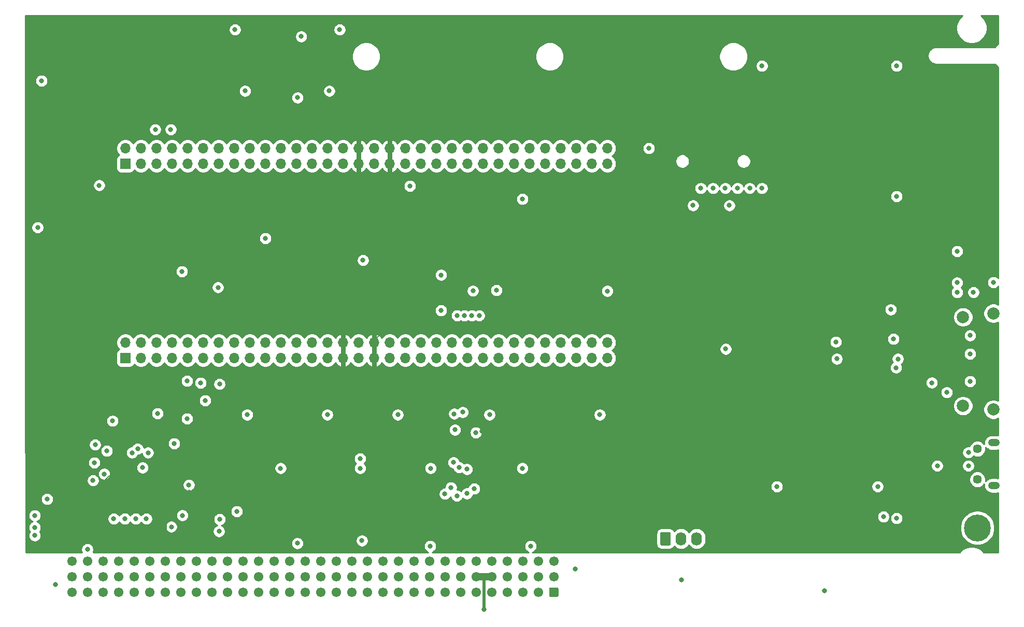
<source format=gbr>
G04 #@! TF.GenerationSoftware,KiCad,Pcbnew,5.1.9+dfsg1-1~bpo10+1*
G04 #@! TF.CreationDate,2022-11-13T14:05:17+01:00*
G04 #@! TF.ProjectId,nubus-to-ztex,6e756275-732d-4746-9f2d-7a7465782e6b,rev?*
G04 #@! TF.SameCoordinates,Original*
G04 #@! TF.FileFunction,Copper,L3,Inr*
G04 #@! TF.FilePolarity,Positive*
%FSLAX46Y46*%
G04 Gerber Fmt 4.6, Leading zero omitted, Abs format (unit mm)*
G04 Created by KiCad (PCBNEW 5.1.9+dfsg1-1~bpo10+1) date 2022-11-13 14:05:17*
%MOMM*%
%LPD*%
G01*
G04 APERTURE LIST*
G04 #@! TA.AperFunction,ComponentPad*
%ADD10C,4.400000*%
G04 #@! TD*
G04 #@! TA.AperFunction,ComponentPad*
%ADD11C,1.450000*%
G04 #@! TD*
G04 #@! TA.AperFunction,ComponentPad*
%ADD12O,1.900000X1.200000*%
G04 #@! TD*
G04 #@! TA.AperFunction,ComponentPad*
%ADD13O,1.740000X2.200000*%
G04 #@! TD*
G04 #@! TA.AperFunction,ComponentPad*
%ADD14R,1.700000X1.700000*%
G04 #@! TD*
G04 #@! TA.AperFunction,ComponentPad*
%ADD15O,1.700000X1.700000*%
G04 #@! TD*
G04 #@! TA.AperFunction,ComponentPad*
%ADD16C,2.000000*%
G04 #@! TD*
G04 #@! TA.AperFunction,ComponentPad*
%ADD17C,1.550000*%
G04 #@! TD*
G04 #@! TA.AperFunction,ViaPad*
%ADD18C,0.800000*%
G04 #@! TD*
G04 #@! TA.AperFunction,Conductor*
%ADD19C,0.152400*%
G04 #@! TD*
G04 #@! TA.AperFunction,Conductor*
%ADD20C,0.800000*%
G04 #@! TD*
G04 #@! TA.AperFunction,Conductor*
%ADD21C,0.500000*%
G04 #@! TD*
G04 #@! TA.AperFunction,Conductor*
%ADD22C,1.200000*%
G04 #@! TD*
G04 #@! TA.AperFunction,Conductor*
%ADD23C,0.254000*%
G04 #@! TD*
G04 #@! TA.AperFunction,Conductor*
%ADD24C,0.100000*%
G04 #@! TD*
G04 APERTURE END LIST*
D10*
X269197500Y-89500000D03*
D11*
X269197500Y-81570000D03*
X269197500Y-76570000D03*
D12*
X271897500Y-82570000D03*
X271897500Y-75570000D03*
G04 #@! TA.AperFunction,ComponentPad*
G36*
G01*
X217370000Y-92120001D02*
X217370000Y-90419999D01*
G75*
G02*
X217619999Y-90170000I249999J0D01*
G01*
X218860001Y-90170000D01*
G75*
G02*
X219110000Y-90419999I0J-249999D01*
G01*
X219110000Y-92120001D01*
G75*
G02*
X218860001Y-92370000I-249999J0D01*
G01*
X217619999Y-92370000D01*
G75*
G02*
X217370000Y-92120001I0J249999D01*
G01*
G37*
G04 #@! TD.AperFunction*
D13*
X220780000Y-91270000D03*
X223320000Y-91270000D03*
D14*
X130000000Y-30000000D03*
D15*
X130000000Y-27460000D03*
X132540000Y-30000000D03*
X132540000Y-27460000D03*
X135080000Y-30000000D03*
X135080000Y-27460000D03*
X137620000Y-30000000D03*
X137620000Y-27460000D03*
X140160000Y-30000000D03*
X140160000Y-27460000D03*
X142700000Y-30000000D03*
X142700000Y-27460000D03*
X145240000Y-30000000D03*
X145240000Y-27460000D03*
X147780000Y-30000000D03*
X147780000Y-27460000D03*
X150320000Y-30000000D03*
X150320000Y-27460000D03*
X152860000Y-30000000D03*
X152860000Y-27460000D03*
X155400000Y-30000000D03*
X155400000Y-27460000D03*
X157940000Y-30000000D03*
X157940000Y-27460000D03*
X160480000Y-30000000D03*
X160480000Y-27460000D03*
X163020000Y-30000000D03*
X163020000Y-27460000D03*
X165560000Y-30000000D03*
X165560000Y-27460000D03*
X168100000Y-30000000D03*
X168100000Y-27460000D03*
X170640000Y-30000000D03*
X170640000Y-27460000D03*
X173180000Y-30000000D03*
X173180000Y-27460000D03*
X175720000Y-30000000D03*
X175720000Y-27460000D03*
X178260000Y-30000000D03*
X178260000Y-27460000D03*
X180800000Y-30000000D03*
X180800000Y-27460000D03*
X183340000Y-30000000D03*
X183340000Y-27460000D03*
X185880000Y-30000000D03*
X185880000Y-27460000D03*
X188420000Y-30000000D03*
X188420000Y-27460000D03*
X190960000Y-30000000D03*
X190960000Y-27460000D03*
X193500000Y-30000000D03*
X193500000Y-27460000D03*
X196040000Y-30000000D03*
X196040000Y-27460000D03*
X198580000Y-30000000D03*
X198580000Y-27460000D03*
X201120000Y-30000000D03*
X201120000Y-27460000D03*
X203660000Y-30000000D03*
X203660000Y-27460000D03*
X206200000Y-30000000D03*
X206200000Y-27460000D03*
X208740000Y-30000000D03*
X208740000Y-27460000D03*
D16*
X271800000Y-70150000D03*
X271800000Y-54450000D03*
X266850000Y-69550000D03*
X266850000Y-55050000D03*
G04 #@! TA.AperFunction,ComponentPad*
G36*
G01*
X200775000Y-99474998D02*
X200775000Y-100525002D01*
G75*
G02*
X200525002Y-100775000I-249998J0D01*
G01*
X199474998Y-100775000D01*
G75*
G02*
X199225000Y-100525002I0J249998D01*
G01*
X199225000Y-99474998D01*
G75*
G02*
X199474998Y-99225000I249998J0D01*
G01*
X200525002Y-99225000D01*
G75*
G02*
X200775000Y-99474998I0J-249998D01*
G01*
G37*
G04 #@! TD.AperFunction*
D17*
X197460000Y-100000000D03*
X194920000Y-100000000D03*
X192380000Y-100000000D03*
X189840000Y-100000000D03*
X187300000Y-100000000D03*
X184760000Y-100000000D03*
X182220000Y-100000000D03*
X179680000Y-100000000D03*
X177140000Y-100000000D03*
X174600000Y-100000000D03*
X172060000Y-100000000D03*
X169520000Y-100000000D03*
X166980000Y-100000000D03*
X164440000Y-100000000D03*
X161900000Y-100000000D03*
X159360000Y-100000000D03*
X156820000Y-100000000D03*
X154280000Y-100000000D03*
X151740000Y-100000000D03*
X149200000Y-100000000D03*
X146660000Y-100000000D03*
X144120000Y-100000000D03*
X141580000Y-100000000D03*
X139040000Y-100000000D03*
X136500000Y-100000000D03*
X133960000Y-100000000D03*
X131420000Y-100000000D03*
X128880000Y-100000000D03*
X126340000Y-100000000D03*
X123800000Y-100000000D03*
X121260000Y-100000000D03*
X200000000Y-97460000D03*
X197460000Y-97460000D03*
X194920000Y-97460000D03*
X192380000Y-97460000D03*
X189840000Y-97460000D03*
X187300000Y-97460000D03*
X184760000Y-97460000D03*
X182220000Y-97460000D03*
X179680000Y-97460000D03*
X177140000Y-97460000D03*
X174600000Y-97460000D03*
X172060000Y-97460000D03*
X169520000Y-97460000D03*
X166980000Y-97460000D03*
X164440000Y-97460000D03*
X161900000Y-97460000D03*
X159360000Y-97460000D03*
X156820000Y-97460000D03*
X154280000Y-97460000D03*
X151740000Y-97460000D03*
X149200000Y-97460000D03*
X146660000Y-97460000D03*
X144120000Y-97460000D03*
X141580000Y-97460000D03*
X139040000Y-97460000D03*
X136500000Y-97460000D03*
X133960000Y-97460000D03*
X131420000Y-97460000D03*
X128880000Y-97460000D03*
X126340000Y-97460000D03*
X123800000Y-97460000D03*
X121260000Y-97460000D03*
X200000000Y-94920000D03*
X197460000Y-94920000D03*
X194920000Y-94920000D03*
X192380000Y-94920000D03*
X189840000Y-94920000D03*
X187300000Y-94920000D03*
X184760000Y-94920000D03*
X182220000Y-94920000D03*
X179680000Y-94920000D03*
X177140000Y-94920000D03*
X174600000Y-94920000D03*
X172060000Y-94920000D03*
X169520000Y-94920000D03*
X166980000Y-94920000D03*
X164440000Y-94920000D03*
X161900000Y-94920000D03*
X159360000Y-94920000D03*
X156820000Y-94920000D03*
X154280000Y-94920000D03*
X151740000Y-94920000D03*
X149200000Y-94920000D03*
X146660000Y-94920000D03*
X144120000Y-94920000D03*
X141580000Y-94920000D03*
X139040000Y-94920000D03*
X136500000Y-94920000D03*
X133960000Y-94920000D03*
X131420000Y-94920000D03*
X128880000Y-94920000D03*
X126340000Y-94920000D03*
X123800000Y-94920000D03*
X121260000Y-94920000D03*
D15*
X208740000Y-59210000D03*
X208740000Y-61750000D03*
X206200000Y-59210000D03*
X206200000Y-61750000D03*
X203660000Y-59210000D03*
X203660000Y-61750000D03*
X201120000Y-59210000D03*
X201120000Y-61750000D03*
X198580000Y-59210000D03*
X198580000Y-61750000D03*
X196040000Y-59210000D03*
X196040000Y-61750000D03*
X193500000Y-59210000D03*
X193500000Y-61750000D03*
X190960000Y-59210000D03*
X190960000Y-61750000D03*
X188420000Y-59210000D03*
X188420000Y-61750000D03*
X185880000Y-59210000D03*
X185880000Y-61750000D03*
X183340000Y-59210000D03*
X183340000Y-61750000D03*
X180800000Y-59210000D03*
X180800000Y-61750000D03*
X178260000Y-59210000D03*
X178260000Y-61750000D03*
X175720000Y-59210000D03*
X175720000Y-61750000D03*
X173180000Y-59210000D03*
X173180000Y-61750000D03*
X170640000Y-59210000D03*
X170640000Y-61750000D03*
X168100000Y-59210000D03*
X168100000Y-61750000D03*
X165560000Y-59210000D03*
X165560000Y-61750000D03*
X163020000Y-59210000D03*
X163020000Y-61750000D03*
X160480000Y-59210000D03*
X160480000Y-61750000D03*
X157940000Y-59210000D03*
X157940000Y-61750000D03*
X155400000Y-59210000D03*
X155400000Y-61750000D03*
X152860000Y-59210000D03*
X152860000Y-61750000D03*
X150320000Y-59210000D03*
X150320000Y-61750000D03*
X147780000Y-59210000D03*
X147780000Y-61750000D03*
X145240000Y-59210000D03*
X145240000Y-61750000D03*
X142700000Y-59210000D03*
X142700000Y-61750000D03*
X140160000Y-59210000D03*
X140160000Y-61750000D03*
X137620000Y-59210000D03*
X137620000Y-61750000D03*
X135080000Y-59210000D03*
X135080000Y-61750000D03*
X132540000Y-59210000D03*
X132540000Y-61750000D03*
X130000000Y-59210000D03*
D14*
X130000000Y-61750000D03*
D18*
X265875000Y-51000000D03*
X222740000Y-36800000D03*
X234000000Y-34000000D03*
X174500000Y-71000000D03*
X194880000Y-35760000D03*
X208740000Y-50800000D03*
X215540000Y-27460000D03*
X116300000Y-16437500D03*
X268000000Y-58050000D03*
X149900000Y-71000000D03*
X145300000Y-90050000D03*
X189500000Y-71000000D03*
X186786371Y-50762953D03*
X118534670Y-98720000D03*
X115200000Y-90730000D03*
X152880000Y-42180000D03*
X181586371Y-48162953D03*
X268000000Y-65550000D03*
X187000000Y-83100000D03*
X183850000Y-73462500D03*
X256220000Y-61875000D03*
X135250000Y-70800000D03*
X139252400Y-47600000D03*
X268000000Y-61050000D03*
X262640000Y-79355000D03*
X140070000Y-71650000D03*
X203510000Y-96190000D03*
X168650000Y-91575000D03*
X267730000Y-79355000D03*
X145400000Y-88100000D03*
X163000000Y-71000000D03*
X163305000Y-18100000D03*
X149555000Y-18100000D03*
X158100000Y-92000000D03*
X207500000Y-71000000D03*
X132800000Y-79640000D03*
X131100000Y-77215000D03*
X252900000Y-82730000D03*
X264200000Y-67357500D03*
X194857500Y-79750000D03*
X115200000Y-87480000D03*
X176480000Y-33630000D03*
X140070000Y-65480000D03*
X181586371Y-53962953D03*
X165000000Y-8080000D03*
X236450000Y-82730000D03*
X145125000Y-50200000D03*
X256010000Y-87920000D03*
X148200000Y-86800000D03*
X117200000Y-84780000D03*
X179800000Y-92480000D03*
X123800000Y-93000000D03*
X115670000Y-40410000D03*
X190611371Y-50675453D03*
X168357500Y-79750000D03*
X228090000Y-60250000D03*
X168820000Y-45760000D03*
X168357500Y-78180000D03*
X139300000Y-87450000D03*
X255040000Y-53812500D03*
X246062500Y-59100000D03*
X255500000Y-58625000D03*
X158127500Y-19200000D03*
X179857500Y-79750000D03*
X127900000Y-72015000D03*
X115200000Y-89430000D03*
X267720000Y-77180000D03*
X196200000Y-92480000D03*
X155357500Y-79750000D03*
X244180000Y-99750000D03*
X137500000Y-89312500D03*
X158730000Y-9200000D03*
X147900000Y-8080000D03*
X256000000Y-35315000D03*
X256000000Y-14000000D03*
X234000000Y-14000000D03*
X125722000Y-33528000D03*
X228670000Y-36800000D03*
X143040000Y-68680000D03*
X268560000Y-51000000D03*
X265875000Y-49425000D03*
X265875000Y-44295000D03*
X232000000Y-34000000D03*
X161750000Y-73687500D03*
X176885673Y-21678535D03*
X188250000Y-73687500D03*
X136727523Y-83900000D03*
X137700000Y-44789641D03*
X126287500Y-82100000D03*
X248080000Y-63750000D03*
X257550000Y-55387500D03*
X156530000Y-19200000D03*
X156530000Y-9200000D03*
X115812500Y-82500000D03*
X148750000Y-73687500D03*
X140387500Y-83700000D03*
X118300000Y-79800000D03*
X143787500Y-86100000D03*
X245550000Y-57975000D03*
X137500000Y-90887500D03*
X116300000Y-11212500D03*
X116500000Y-69150000D03*
X173300000Y-73700000D03*
X118265134Y-45400000D03*
X121200000Y-84780000D03*
X181250000Y-73687500D03*
X118265134Y-51400000D03*
X136140000Y-15272793D03*
X189211371Y-53562953D03*
X129652500Y-81000000D03*
X179412661Y-85255497D03*
X256000000Y-36890000D03*
X253850000Y-87660000D03*
X246230000Y-61872500D03*
X131697842Y-88000000D03*
X129897842Y-88000000D03*
X128097842Y-88000000D03*
X133421568Y-88014972D03*
X220840000Y-97970000D03*
X188575000Y-102850000D03*
X187800000Y-54800000D03*
X184200000Y-54800000D03*
X183600000Y-78800000D03*
X184150000Y-84250000D03*
X186600000Y-54800000D03*
X187263411Y-73930000D03*
X185400000Y-54800000D03*
X185800000Y-83875000D03*
X185800000Y-79900000D03*
X137965000Y-75700000D03*
X132000000Y-76565000D03*
X137410000Y-24400000D03*
X134880000Y-24400000D03*
X271800000Y-49380000D03*
X226000000Y-34000000D03*
X228000000Y-34000000D03*
X224000000Y-34000000D03*
X230000000Y-34000000D03*
X133700000Y-77215000D03*
X145387500Y-66000000D03*
X140375000Y-82475000D03*
X142300000Y-65800000D03*
X125066330Y-75900000D03*
X126550000Y-80675000D03*
X124712500Y-81750000D03*
X126975000Y-76905000D03*
X124925000Y-78850000D03*
X182200161Y-83950161D03*
X183200000Y-82900000D03*
X184500000Y-79600000D03*
X185110000Y-70590000D03*
X183710000Y-70850000D03*
X261760000Y-65782500D03*
X255920000Y-63320000D03*
D19*
X165460000Y-66400000D02*
X165560000Y-66500000D01*
X170000000Y-64500000D02*
X170640000Y-63860000D01*
X116300000Y-11212500D02*
X136110000Y-11212500D01*
X136140000Y-15272793D02*
X136140000Y-11242500D01*
X136140000Y-11242500D02*
X136110000Y-11212500D01*
X252812500Y-55387500D02*
X257550000Y-55387500D01*
D20*
X165560000Y-59210000D02*
X165560000Y-56940000D01*
D19*
X148750000Y-73687500D02*
X148750000Y-76402500D01*
X117220000Y-80800000D02*
X117400000Y-80980000D01*
X117400000Y-80980000D02*
X121200000Y-84780000D01*
X166000000Y-64500000D02*
X170000000Y-64500000D01*
X137500000Y-90887500D02*
X136934315Y-90887500D01*
X148750000Y-73687500D02*
X161750000Y-73687500D01*
X172200000Y-24700000D02*
X173180000Y-25680000D01*
D20*
X168100000Y-30000000D02*
X168100000Y-32800000D01*
X173180000Y-39820000D02*
X173180000Y-30000000D01*
X165560000Y-61750000D02*
X165560000Y-65100000D01*
D19*
X156530000Y-19200000D02*
X156530000Y-19765685D01*
D20*
X170640000Y-42360000D02*
X173180000Y-39820000D01*
X170640000Y-59210000D02*
X170640000Y-61750000D01*
D19*
X147202500Y-77950000D02*
X148750000Y-76402500D01*
X248080000Y-63750000D02*
X248479999Y-63350001D01*
D20*
X170640000Y-47000000D02*
X170640000Y-42360000D01*
D19*
X134927523Y-82100000D02*
X136727523Y-83900000D01*
X156530000Y-19765685D02*
X162364315Y-25600000D01*
X162364315Y-25600000D02*
X168100000Y-25600000D01*
X165610000Y-73700000D02*
X165560000Y-73750000D01*
D20*
X165560000Y-59210000D02*
X165560000Y-61750000D01*
D19*
X156110359Y-44789641D02*
X162500000Y-38400000D01*
X145775000Y-44789641D02*
X147100000Y-44789641D01*
X143500000Y-77950000D02*
X147202500Y-77950000D01*
X199687500Y-73687500D02*
X202830000Y-76830000D01*
D20*
X168100000Y-27460000D02*
X168100000Y-30000000D01*
D19*
X169000000Y-24700000D02*
X172200000Y-24700000D01*
X156530000Y-9200000D02*
X156530000Y-19200000D01*
X137700000Y-44789641D02*
X118875493Y-44789641D01*
X118875493Y-44789641D02*
X118265134Y-45400000D01*
X173312500Y-73687500D02*
X173300000Y-73700000D01*
X173300000Y-73700000D02*
X161762500Y-73700000D01*
X161762500Y-73700000D02*
X161750000Y-73687500D01*
X173300000Y-83300000D02*
X173300000Y-73700000D01*
X117332500Y-80980000D02*
X117400000Y-80980000D01*
X115812500Y-82500000D02*
X117332500Y-80980000D01*
X126287500Y-82100000D02*
X134927523Y-82100000D01*
X118265134Y-45400000D02*
X118265134Y-51400000D01*
X118300000Y-79800000D02*
X117300000Y-80800000D01*
X117300000Y-80800000D02*
X117220000Y-80800000D01*
D20*
X173180000Y-27460000D02*
X173180000Y-30000000D01*
D19*
X165497500Y-73687500D02*
X165560000Y-73750000D01*
X136727523Y-83900000D02*
X137550000Y-83900000D01*
X137550000Y-83900000D02*
X137750000Y-83700000D01*
D20*
X168100000Y-27460000D02*
X168100000Y-25600000D01*
X170640000Y-59210000D02*
X170640000Y-47000000D01*
D19*
X137750000Y-83700000D02*
X143500000Y-77950000D01*
X188250000Y-73687500D02*
X199687500Y-73687500D01*
X250225000Y-57975000D02*
X252812500Y-55387500D01*
X248479999Y-63350001D02*
X248479999Y-59720001D01*
X245550000Y-57975000D02*
X244984315Y-57975000D01*
X244984315Y-57975000D02*
X226129315Y-76830000D01*
X226129315Y-76830000D02*
X202830000Y-76830000D01*
X143500000Y-77950000D02*
X143500000Y-85812500D01*
X143500000Y-85812500D02*
X143787500Y-86100000D01*
D20*
X170640000Y-63860000D02*
X170640000Y-61750000D01*
D19*
X136934315Y-90887500D02*
X136727523Y-90680708D01*
D20*
X165560000Y-73750000D02*
X165560000Y-75510000D01*
D19*
X166000000Y-64500000D02*
X165560000Y-64060000D01*
X165440000Y-65220000D02*
X165560000Y-65100000D01*
X165560000Y-75510000D02*
X165600000Y-75550000D01*
D20*
X165560000Y-73750000D02*
X165560000Y-66500000D01*
D19*
X161750000Y-73687500D02*
X165497500Y-73687500D01*
X156530000Y-19200000D02*
X140067207Y-19200000D01*
X140067207Y-19200000D02*
X136140000Y-15272793D01*
X140387500Y-83700000D02*
X137750000Y-83700000D01*
X147100000Y-44789641D02*
X156110359Y-44789641D01*
X245550000Y-57975000D02*
X250225000Y-57975000D01*
X136727523Y-83900000D02*
X135847523Y-84780000D01*
X135847523Y-84780000D02*
X121200000Y-84780000D01*
X116500000Y-69150000D02*
X116500000Y-78000000D01*
X248479999Y-59720001D02*
X250225000Y-57975000D01*
X116500000Y-78000000D02*
X118300000Y-79800000D01*
D20*
X165560000Y-65100000D02*
X165560000Y-66500000D01*
X173180000Y-25680000D02*
X173180000Y-27460000D01*
D19*
X162500000Y-38400000D02*
X168100000Y-32800000D01*
X168100000Y-25600000D02*
X169000000Y-24700000D01*
X136727523Y-90680708D02*
X136727523Y-83900000D01*
X181250000Y-73687500D02*
X173312500Y-73687500D01*
X145775000Y-44789641D02*
X137700000Y-44789641D01*
X170640000Y-47000000D02*
X170764999Y-47124999D01*
X127387500Y-81000000D02*
X126287500Y-82100000D01*
X129652500Y-81000000D02*
X127387500Y-81000000D01*
X181250000Y-74253185D02*
X182906815Y-75910000D01*
X181250000Y-73687500D02*
X181250000Y-74253185D01*
X182906815Y-75910000D02*
X187620000Y-75910000D01*
X188250000Y-75280000D02*
X188250000Y-73687500D01*
X187620000Y-75910000D02*
X188250000Y-75280000D01*
X175255497Y-85255497D02*
X173300000Y-83300000D01*
X179412661Y-85255497D02*
X175255497Y-85255497D01*
X173180000Y-25384208D02*
X173180000Y-25680000D01*
X176885673Y-21678535D02*
X173180000Y-25384208D01*
X189211371Y-53562953D02*
X189211371Y-56298629D01*
X189211371Y-56298629D02*
X189120000Y-56390000D01*
X189120000Y-56390000D02*
X173090000Y-56390000D01*
X170640000Y-58840000D02*
X170640000Y-59210000D01*
X173090000Y-56390000D02*
X170640000Y-58840000D01*
X240737954Y-53162954D02*
X245550000Y-57975000D01*
X189211371Y-53562953D02*
X189611370Y-53162954D01*
X189611370Y-53162954D02*
X240737954Y-53162954D01*
X245550000Y-57975000D02*
X245550000Y-48270000D01*
X256000000Y-37820000D02*
X256000000Y-36890000D01*
X245550000Y-48270000D02*
X256000000Y-37820000D01*
X133406596Y-88000000D02*
X133421568Y-88014972D01*
X220840000Y-91330000D02*
X220780000Y-91270000D01*
D21*
X188560000Y-97460000D02*
X188560000Y-102810000D01*
D22*
X187300000Y-97460000D02*
X188560000Y-97460000D01*
X188560000Y-97460000D02*
X189840000Y-97460000D01*
D19*
X173212500Y-61782500D02*
X173180000Y-61750000D01*
D23*
X266654985Y-5874284D02*
X266304284Y-6224985D01*
X266028739Y-6637366D01*
X265838941Y-7095580D01*
X265742183Y-7582017D01*
X265742183Y-8077983D01*
X265838941Y-8564420D01*
X266028739Y-9022634D01*
X266304284Y-9435015D01*
X266654985Y-9785716D01*
X267067366Y-10061261D01*
X267525580Y-10251059D01*
X268012017Y-10347817D01*
X268507983Y-10347817D01*
X268994420Y-10251059D01*
X269452634Y-10061261D01*
X269865015Y-9785716D01*
X270215716Y-9435015D01*
X270491261Y-9022634D01*
X270681059Y-8564420D01*
X270777817Y-8077983D01*
X270777817Y-7582017D01*
X270681059Y-7095580D01*
X270491261Y-6637366D01*
X270215716Y-6224985D01*
X269865015Y-5874284D01*
X269768807Y-5810000D01*
X272620000Y-5810000D01*
X272620001Y-10385908D01*
X272085909Y-10920000D01*
X262465123Y-10920000D01*
X262430023Y-10923457D01*
X262420938Y-10923457D01*
X262411079Y-10924493D01*
X262275316Y-10939722D01*
X262212410Y-10953094D01*
X262149252Y-10965599D01*
X262139782Y-10968531D01*
X262009561Y-11009839D01*
X261950438Y-11035179D01*
X261890914Y-11059713D01*
X261882194Y-11064428D01*
X261762476Y-11130244D01*
X261709412Y-11166579D01*
X261655782Y-11202210D01*
X261648144Y-11208529D01*
X261543490Y-11296344D01*
X261498477Y-11342310D01*
X261452804Y-11387665D01*
X261446539Y-11395347D01*
X261360935Y-11501818D01*
X261325733Y-11555613D01*
X261289716Y-11609010D01*
X261285062Y-11617763D01*
X261221768Y-11738832D01*
X261197669Y-11798477D01*
X261172722Y-11857825D01*
X261169857Y-11867315D01*
X261131285Y-11998373D01*
X261119231Y-12061565D01*
X261106288Y-12124618D01*
X261105321Y-12134484D01*
X261092939Y-12270537D01*
X261093388Y-12334853D01*
X261092939Y-12399235D01*
X261093906Y-12409101D01*
X261108186Y-12544968D01*
X261121121Y-12607983D01*
X261133185Y-12671221D01*
X261136050Y-12680711D01*
X261176449Y-12811217D01*
X261201391Y-12870550D01*
X261225492Y-12930202D01*
X261230146Y-12938955D01*
X261295124Y-13059129D01*
X261331086Y-13112444D01*
X261366342Y-13166322D01*
X261372608Y-13174004D01*
X261459689Y-13279268D01*
X261505328Y-13324590D01*
X261550378Y-13370593D01*
X261558017Y-13376912D01*
X261663887Y-13463257D01*
X261717474Y-13498859D01*
X261770583Y-13535224D01*
X261779303Y-13539939D01*
X261899928Y-13604076D01*
X261959402Y-13628589D01*
X262018565Y-13653947D01*
X262028035Y-13656878D01*
X262158820Y-13696365D01*
X262221939Y-13708863D01*
X262284895Y-13722245D01*
X262294754Y-13723281D01*
X262430718Y-13736612D01*
X262430723Y-13736612D01*
X262465123Y-13740000D01*
X272085909Y-13740000D01*
X272620001Y-14274092D01*
X272620001Y-48744267D01*
X272603937Y-48720226D01*
X272459774Y-48576063D01*
X272290256Y-48462795D01*
X272101898Y-48384774D01*
X271901939Y-48345000D01*
X271698061Y-48345000D01*
X271498102Y-48384774D01*
X271309744Y-48462795D01*
X271140226Y-48576063D01*
X270996063Y-48720226D01*
X270882795Y-48889744D01*
X270804774Y-49078102D01*
X270765000Y-49278061D01*
X270765000Y-49481939D01*
X270804774Y-49681898D01*
X270882795Y-49870256D01*
X270996063Y-50039774D01*
X271140226Y-50183937D01*
X271309744Y-50297205D01*
X271498102Y-50375226D01*
X271698061Y-50415000D01*
X271901939Y-50415000D01*
X272101898Y-50375226D01*
X272290256Y-50297205D01*
X272459774Y-50183937D01*
X272603937Y-50039774D01*
X272620001Y-50015733D01*
X272620001Y-53031509D01*
X272574463Y-53001082D01*
X272276912Y-52877832D01*
X271961033Y-52815000D01*
X271638967Y-52815000D01*
X271323088Y-52877832D01*
X271025537Y-53001082D01*
X270757748Y-53180013D01*
X270530013Y-53407748D01*
X270351082Y-53675537D01*
X270227832Y-53973088D01*
X270165000Y-54288967D01*
X270165000Y-54611033D01*
X270227832Y-54926912D01*
X270351082Y-55224463D01*
X270530013Y-55492252D01*
X270757748Y-55719987D01*
X271025537Y-55898918D01*
X271323088Y-56022168D01*
X271638967Y-56085000D01*
X271961033Y-56085000D01*
X272276912Y-56022168D01*
X272574463Y-55898918D01*
X272620001Y-55868491D01*
X272620000Y-68731509D01*
X272574463Y-68701082D01*
X272276912Y-68577832D01*
X271961033Y-68515000D01*
X271638967Y-68515000D01*
X271323088Y-68577832D01*
X271025537Y-68701082D01*
X270757748Y-68880013D01*
X270530013Y-69107748D01*
X270351082Y-69375537D01*
X270227832Y-69673088D01*
X270165000Y-69988967D01*
X270165000Y-70311033D01*
X270227832Y-70626912D01*
X270351082Y-70924463D01*
X270530013Y-71192252D01*
X270757748Y-71419987D01*
X271025537Y-71598918D01*
X271323088Y-71722168D01*
X271638967Y-71785000D01*
X271961033Y-71785000D01*
X272276912Y-71722168D01*
X272574463Y-71598918D01*
X272620000Y-71568491D01*
X272620000Y-74392426D01*
X272489602Y-74352870D01*
X272308165Y-74335000D01*
X271486835Y-74335000D01*
X271305398Y-74352870D01*
X271072599Y-74423489D01*
X270858051Y-74538167D01*
X270669998Y-74692498D01*
X270515667Y-74880551D01*
X270400989Y-75095099D01*
X270330370Y-75327898D01*
X270306525Y-75570000D01*
X270330370Y-75812102D01*
X270333383Y-75822035D01*
X270253881Y-75703051D01*
X270064449Y-75513619D01*
X269841701Y-75364784D01*
X269594197Y-75262264D01*
X269331448Y-75210000D01*
X269063552Y-75210000D01*
X268800803Y-75262264D01*
X268553299Y-75364784D01*
X268330551Y-75513619D01*
X268141119Y-75703051D01*
X267992284Y-75925799D01*
X267895432Y-76159619D01*
X267821939Y-76145000D01*
X267618061Y-76145000D01*
X267418102Y-76184774D01*
X267229744Y-76262795D01*
X267060226Y-76376063D01*
X266916063Y-76520226D01*
X266802795Y-76689744D01*
X266724774Y-76878102D01*
X266685000Y-77078061D01*
X266685000Y-77281939D01*
X266724774Y-77481898D01*
X266802795Y-77670256D01*
X266916063Y-77839774D01*
X267060226Y-77983937D01*
X267229744Y-78097205D01*
X267418102Y-78175226D01*
X267618061Y-78215000D01*
X267821939Y-78215000D01*
X268021898Y-78175226D01*
X268210256Y-78097205D01*
X268379774Y-77983937D01*
X268523937Y-77839774D01*
X268564087Y-77779685D01*
X268800803Y-77877736D01*
X269063552Y-77930000D01*
X269331448Y-77930000D01*
X269594197Y-77877736D01*
X269841701Y-77775216D01*
X270064449Y-77626381D01*
X270253881Y-77436949D01*
X270402716Y-77214201D01*
X270505236Y-76966697D01*
X270557500Y-76703948D01*
X270557500Y-76436052D01*
X270524516Y-76270232D01*
X270669998Y-76447502D01*
X270858051Y-76601833D01*
X271072599Y-76716511D01*
X271305398Y-76787130D01*
X271486835Y-76805000D01*
X272308165Y-76805000D01*
X272489602Y-76787130D01*
X272620000Y-76747574D01*
X272620000Y-81392426D01*
X272489602Y-81352870D01*
X272308165Y-81335000D01*
X271486835Y-81335000D01*
X271305398Y-81352870D01*
X271072599Y-81423489D01*
X270858051Y-81538167D01*
X270669998Y-81692498D01*
X270524516Y-81869768D01*
X270557500Y-81703948D01*
X270557500Y-81436052D01*
X270505236Y-81173303D01*
X270402716Y-80925799D01*
X270253881Y-80703051D01*
X270064449Y-80513619D01*
X269841701Y-80364784D01*
X269594197Y-80262264D01*
X269331448Y-80210000D01*
X269063552Y-80210000D01*
X268800803Y-80262264D01*
X268553299Y-80364784D01*
X268330551Y-80513619D01*
X268141119Y-80703051D01*
X267992284Y-80925799D01*
X267889764Y-81173303D01*
X267837500Y-81436052D01*
X267837500Y-81703948D01*
X267889764Y-81966697D01*
X267992284Y-82214201D01*
X268141119Y-82436949D01*
X268330551Y-82626381D01*
X268553299Y-82775216D01*
X268800803Y-82877736D01*
X269063552Y-82930000D01*
X269331448Y-82930000D01*
X269594197Y-82877736D01*
X269841701Y-82775216D01*
X270064449Y-82626381D01*
X270253881Y-82436949D01*
X270333383Y-82317965D01*
X270330370Y-82327898D01*
X270306525Y-82570000D01*
X270330370Y-82812102D01*
X270400989Y-83044901D01*
X270515667Y-83259449D01*
X270669998Y-83447502D01*
X270858051Y-83601833D01*
X271072599Y-83716511D01*
X271305398Y-83787130D01*
X271486835Y-83805000D01*
X272308165Y-83805000D01*
X272489602Y-83787130D01*
X272620000Y-83747574D01*
X272620000Y-93473000D01*
X270244313Y-93473000D01*
X270235042Y-93459125D01*
X269880875Y-93104958D01*
X269464419Y-92826691D01*
X269001677Y-92635017D01*
X268510434Y-92537303D01*
X268009566Y-92537303D01*
X267518323Y-92635017D01*
X267055581Y-92826691D01*
X266639125Y-93104958D01*
X266284958Y-93459125D01*
X266275687Y-93473000D01*
X196507272Y-93473000D01*
X196690256Y-93397205D01*
X196859774Y-93283937D01*
X197003937Y-93139774D01*
X197117205Y-92970256D01*
X197195226Y-92781898D01*
X197235000Y-92581939D01*
X197235000Y-92378061D01*
X197195226Y-92178102D01*
X197117205Y-91989744D01*
X197003937Y-91820226D01*
X196859774Y-91676063D01*
X196690256Y-91562795D01*
X196501898Y-91484774D01*
X196301939Y-91445000D01*
X196098061Y-91445000D01*
X195898102Y-91484774D01*
X195709744Y-91562795D01*
X195540226Y-91676063D01*
X195396063Y-91820226D01*
X195282795Y-91989744D01*
X195204774Y-92178102D01*
X195165000Y-92378061D01*
X195165000Y-92581939D01*
X195204774Y-92781898D01*
X195282795Y-92970256D01*
X195396063Y-93139774D01*
X195540226Y-93283937D01*
X195709744Y-93397205D01*
X195892728Y-93473000D01*
X180107272Y-93473000D01*
X180290256Y-93397205D01*
X180459774Y-93283937D01*
X180603937Y-93139774D01*
X180717205Y-92970256D01*
X180795226Y-92781898D01*
X180835000Y-92581939D01*
X180835000Y-92378061D01*
X180795226Y-92178102D01*
X180717205Y-91989744D01*
X180603937Y-91820226D01*
X180459774Y-91676063D01*
X180290256Y-91562795D01*
X180101898Y-91484774D01*
X179901939Y-91445000D01*
X179698061Y-91445000D01*
X179498102Y-91484774D01*
X179309744Y-91562795D01*
X179140226Y-91676063D01*
X178996063Y-91820226D01*
X178882795Y-91989744D01*
X178804774Y-92178102D01*
X178765000Y-92378061D01*
X178765000Y-92581939D01*
X178804774Y-92781898D01*
X178882795Y-92970256D01*
X178996063Y-93139774D01*
X179140226Y-93283937D01*
X179309744Y-93397205D01*
X179492728Y-93473000D01*
X124724353Y-93473000D01*
X124795226Y-93301898D01*
X124835000Y-93101939D01*
X124835000Y-92898061D01*
X124795226Y-92698102D01*
X124717205Y-92509744D01*
X124603937Y-92340226D01*
X124459774Y-92196063D01*
X124290256Y-92082795D01*
X124101898Y-92004774D01*
X123901939Y-91965000D01*
X123698061Y-91965000D01*
X123498102Y-92004774D01*
X123309744Y-92082795D01*
X123140226Y-92196063D01*
X122996063Y-92340226D01*
X122882795Y-92509744D01*
X122804774Y-92698102D01*
X122765000Y-92898061D01*
X122765000Y-93101939D01*
X122804774Y-93301898D01*
X122875647Y-93473000D01*
X113726856Y-93473000D01*
X113725069Y-91898061D01*
X157065000Y-91898061D01*
X157065000Y-92101939D01*
X157104774Y-92301898D01*
X157182795Y-92490256D01*
X157296063Y-92659774D01*
X157440226Y-92803937D01*
X157609744Y-92917205D01*
X157798102Y-92995226D01*
X157998061Y-93035000D01*
X158201939Y-93035000D01*
X158401898Y-92995226D01*
X158590256Y-92917205D01*
X158759774Y-92803937D01*
X158903937Y-92659774D01*
X159017205Y-92490256D01*
X159095226Y-92301898D01*
X159135000Y-92101939D01*
X159135000Y-91898061D01*
X159095226Y-91698102D01*
X159017205Y-91509744D01*
X158992695Y-91473061D01*
X167615000Y-91473061D01*
X167615000Y-91676939D01*
X167654774Y-91876898D01*
X167732795Y-92065256D01*
X167846063Y-92234774D01*
X167990226Y-92378937D01*
X168159744Y-92492205D01*
X168348102Y-92570226D01*
X168548061Y-92610000D01*
X168751939Y-92610000D01*
X168951898Y-92570226D01*
X169140256Y-92492205D01*
X169309774Y-92378937D01*
X169453937Y-92234774D01*
X169567205Y-92065256D01*
X169645226Y-91876898D01*
X169685000Y-91676939D01*
X169685000Y-91473061D01*
X169645226Y-91273102D01*
X169567205Y-91084744D01*
X169453937Y-90915226D01*
X169309774Y-90771063D01*
X169140256Y-90657795D01*
X168951898Y-90579774D01*
X168751939Y-90540000D01*
X168548061Y-90540000D01*
X168348102Y-90579774D01*
X168159744Y-90657795D01*
X167990226Y-90771063D01*
X167846063Y-90915226D01*
X167732795Y-91084744D01*
X167654774Y-91273102D01*
X167615000Y-91473061D01*
X158992695Y-91473061D01*
X158903937Y-91340226D01*
X158759774Y-91196063D01*
X158590256Y-91082795D01*
X158401898Y-91004774D01*
X158201939Y-90965000D01*
X157998061Y-90965000D01*
X157798102Y-91004774D01*
X157609744Y-91082795D01*
X157440226Y-91196063D01*
X157296063Y-91340226D01*
X157182795Y-91509744D01*
X157104774Y-91698102D01*
X157065000Y-91898061D01*
X113725069Y-91898061D01*
X113719938Y-87378061D01*
X114165000Y-87378061D01*
X114165000Y-87581939D01*
X114204774Y-87781898D01*
X114282795Y-87970256D01*
X114396063Y-88139774D01*
X114540226Y-88283937D01*
X114709744Y-88397205D01*
X114849272Y-88455000D01*
X114709744Y-88512795D01*
X114540226Y-88626063D01*
X114396063Y-88770226D01*
X114282795Y-88939744D01*
X114204774Y-89128102D01*
X114165000Y-89328061D01*
X114165000Y-89531939D01*
X114204774Y-89731898D01*
X114282795Y-89920256D01*
X114389532Y-90080000D01*
X114282795Y-90239744D01*
X114204774Y-90428102D01*
X114165000Y-90628061D01*
X114165000Y-90831939D01*
X114204774Y-91031898D01*
X114282795Y-91220256D01*
X114396063Y-91389774D01*
X114540226Y-91533937D01*
X114709744Y-91647205D01*
X114898102Y-91725226D01*
X115098061Y-91765000D01*
X115301939Y-91765000D01*
X115501898Y-91725226D01*
X115690256Y-91647205D01*
X115859774Y-91533937D01*
X116003937Y-91389774D01*
X116117205Y-91220256D01*
X116195226Y-91031898D01*
X116235000Y-90831939D01*
X116235000Y-90628061D01*
X116195226Y-90428102D01*
X116117205Y-90239744D01*
X116010468Y-90080000D01*
X116117205Y-89920256D01*
X116195226Y-89731898D01*
X116235000Y-89531939D01*
X116235000Y-89328061D01*
X116211628Y-89210561D01*
X136465000Y-89210561D01*
X136465000Y-89414439D01*
X136504774Y-89614398D01*
X136582795Y-89802756D01*
X136696063Y-89972274D01*
X136840226Y-90116437D01*
X137009744Y-90229705D01*
X137198102Y-90307726D01*
X137398061Y-90347500D01*
X137601939Y-90347500D01*
X137801898Y-90307726D01*
X137990256Y-90229705D01*
X138159774Y-90116437D01*
X138303937Y-89972274D01*
X138320115Y-89948061D01*
X144265000Y-89948061D01*
X144265000Y-90151939D01*
X144304774Y-90351898D01*
X144382795Y-90540256D01*
X144496063Y-90709774D01*
X144640226Y-90853937D01*
X144809744Y-90967205D01*
X144998102Y-91045226D01*
X145198061Y-91085000D01*
X145401939Y-91085000D01*
X145601898Y-91045226D01*
X145790256Y-90967205D01*
X145959774Y-90853937D01*
X146103937Y-90709774D01*
X146217205Y-90540256D01*
X146267017Y-90419999D01*
X216731928Y-90419999D01*
X216731928Y-92120001D01*
X216748992Y-92293255D01*
X216799528Y-92459851D01*
X216881595Y-92613387D01*
X216992038Y-92747962D01*
X217126613Y-92858405D01*
X217280149Y-92940472D01*
X217446745Y-92991008D01*
X217619999Y-93008072D01*
X218860001Y-93008072D01*
X219033255Y-92991008D01*
X219199851Y-92940472D01*
X219353387Y-92858405D01*
X219487962Y-92747962D01*
X219598405Y-92613387D01*
X219656934Y-92503886D01*
X219710655Y-92569345D01*
X219939822Y-92757417D01*
X220201276Y-92897166D01*
X220484969Y-92983224D01*
X220780000Y-93012282D01*
X221075032Y-92983224D01*
X221358725Y-92897166D01*
X221620179Y-92757417D01*
X221849345Y-92569345D01*
X222037417Y-92340179D01*
X222050000Y-92316638D01*
X222062583Y-92340179D01*
X222250655Y-92569345D01*
X222479822Y-92757417D01*
X222741276Y-92897166D01*
X223024969Y-92983224D01*
X223320000Y-93012282D01*
X223615032Y-92983224D01*
X223898725Y-92897166D01*
X224160179Y-92757417D01*
X224389345Y-92569345D01*
X224577417Y-92340179D01*
X224717166Y-92078724D01*
X224803224Y-91795031D01*
X224825000Y-91573935D01*
X224825000Y-90966064D01*
X224803224Y-90744968D01*
X224717166Y-90461275D01*
X224577417Y-90199821D01*
X224389345Y-89970655D01*
X224160178Y-89782583D01*
X223898724Y-89642834D01*
X223615031Y-89556776D01*
X223320000Y-89527718D01*
X223024968Y-89556776D01*
X222741275Y-89642834D01*
X222479821Y-89782583D01*
X222250655Y-89970655D01*
X222062583Y-90199822D01*
X222050000Y-90223363D01*
X222037417Y-90199821D01*
X221849345Y-89970655D01*
X221620178Y-89782583D01*
X221358724Y-89642834D01*
X221075031Y-89556776D01*
X220780000Y-89527718D01*
X220484968Y-89556776D01*
X220201275Y-89642834D01*
X219939821Y-89782583D01*
X219710655Y-89970655D01*
X219656935Y-90036114D01*
X219598405Y-89926613D01*
X219487962Y-89792038D01*
X219353387Y-89681595D01*
X219199851Y-89599528D01*
X219033255Y-89548992D01*
X218860001Y-89531928D01*
X217619999Y-89531928D01*
X217446745Y-89548992D01*
X217280149Y-89599528D01*
X217126613Y-89681595D01*
X216992038Y-89792038D01*
X216881595Y-89926613D01*
X216799528Y-90080149D01*
X216748992Y-90246745D01*
X216731928Y-90419999D01*
X146267017Y-90419999D01*
X146295226Y-90351898D01*
X146335000Y-90151939D01*
X146335000Y-89948061D01*
X146295226Y-89748102D01*
X146217205Y-89559744D01*
X146103937Y-89390226D01*
X145959774Y-89246063D01*
X145921931Y-89220777D01*
X266362500Y-89220777D01*
X266362500Y-89779223D01*
X266471448Y-90326939D01*
X266685156Y-90842876D01*
X266995412Y-91307207D01*
X267390293Y-91702088D01*
X267854624Y-92012344D01*
X268370561Y-92226052D01*
X268918277Y-92335000D01*
X269476723Y-92335000D01*
X270024439Y-92226052D01*
X270540376Y-92012344D01*
X271004707Y-91702088D01*
X271399588Y-91307207D01*
X271709844Y-90842876D01*
X271923552Y-90326939D01*
X272032500Y-89779223D01*
X272032500Y-89220777D01*
X271923552Y-88673061D01*
X271709844Y-88157124D01*
X271399588Y-87692793D01*
X271004707Y-87297912D01*
X270540376Y-86987656D01*
X270024439Y-86773948D01*
X269476723Y-86665000D01*
X268918277Y-86665000D01*
X268370561Y-86773948D01*
X267854624Y-86987656D01*
X267390293Y-87297912D01*
X266995412Y-87692793D01*
X266685156Y-88157124D01*
X266471448Y-88673061D01*
X266362500Y-89220777D01*
X145921931Y-89220777D01*
X145790256Y-89132795D01*
X145700317Y-89095541D01*
X145701898Y-89095226D01*
X145890256Y-89017205D01*
X146059774Y-88903937D01*
X146203937Y-88759774D01*
X146317205Y-88590256D01*
X146395226Y-88401898D01*
X146435000Y-88201939D01*
X146435000Y-87998061D01*
X146395226Y-87798102D01*
X146317205Y-87609744D01*
X146203937Y-87440226D01*
X146059774Y-87296063D01*
X145890256Y-87182795D01*
X145701898Y-87104774D01*
X145501939Y-87065000D01*
X145298061Y-87065000D01*
X145098102Y-87104774D01*
X144909744Y-87182795D01*
X144740226Y-87296063D01*
X144596063Y-87440226D01*
X144482795Y-87609744D01*
X144404774Y-87798102D01*
X144365000Y-87998061D01*
X144365000Y-88201939D01*
X144404774Y-88401898D01*
X144482795Y-88590256D01*
X144596063Y-88759774D01*
X144740226Y-88903937D01*
X144909744Y-89017205D01*
X144999683Y-89054459D01*
X144998102Y-89054774D01*
X144809744Y-89132795D01*
X144640226Y-89246063D01*
X144496063Y-89390226D01*
X144382795Y-89559744D01*
X144304774Y-89748102D01*
X144265000Y-89948061D01*
X138320115Y-89948061D01*
X138417205Y-89802756D01*
X138495226Y-89614398D01*
X138535000Y-89414439D01*
X138535000Y-89210561D01*
X138495226Y-89010602D01*
X138417205Y-88822244D01*
X138303937Y-88652726D01*
X138159774Y-88508563D01*
X137990256Y-88395295D01*
X137801898Y-88317274D01*
X137601939Y-88277500D01*
X137398061Y-88277500D01*
X137198102Y-88317274D01*
X137009744Y-88395295D01*
X136840226Y-88508563D01*
X136696063Y-88652726D01*
X136582795Y-88822244D01*
X136504774Y-89010602D01*
X136465000Y-89210561D01*
X116211628Y-89210561D01*
X116195226Y-89128102D01*
X116117205Y-88939744D01*
X116003937Y-88770226D01*
X115859774Y-88626063D01*
X115690256Y-88512795D01*
X115550728Y-88455000D01*
X115690256Y-88397205D01*
X115859774Y-88283937D01*
X116003937Y-88139774D01*
X116117205Y-87970256D01*
X116147109Y-87898061D01*
X127062842Y-87898061D01*
X127062842Y-88101939D01*
X127102616Y-88301898D01*
X127180637Y-88490256D01*
X127293905Y-88659774D01*
X127438068Y-88803937D01*
X127607586Y-88917205D01*
X127795944Y-88995226D01*
X127995903Y-89035000D01*
X128199781Y-89035000D01*
X128399740Y-88995226D01*
X128588098Y-88917205D01*
X128757616Y-88803937D01*
X128901779Y-88659774D01*
X128997842Y-88516005D01*
X129093905Y-88659774D01*
X129238068Y-88803937D01*
X129407586Y-88917205D01*
X129595944Y-88995226D01*
X129795903Y-89035000D01*
X129999781Y-89035000D01*
X130199740Y-88995226D01*
X130388098Y-88917205D01*
X130557616Y-88803937D01*
X130701779Y-88659774D01*
X130797842Y-88516005D01*
X130893905Y-88659774D01*
X131038068Y-88803937D01*
X131207586Y-88917205D01*
X131395944Y-88995226D01*
X131595903Y-89035000D01*
X131799781Y-89035000D01*
X131999740Y-88995226D01*
X132188098Y-88917205D01*
X132357616Y-88803937D01*
X132501779Y-88659774D01*
X132554703Y-88580567D01*
X132617631Y-88674746D01*
X132761794Y-88818909D01*
X132931312Y-88932177D01*
X133119670Y-89010198D01*
X133319629Y-89049972D01*
X133523507Y-89049972D01*
X133723466Y-89010198D01*
X133911824Y-88932177D01*
X134081342Y-88818909D01*
X134225505Y-88674746D01*
X134338773Y-88505228D01*
X134416794Y-88316870D01*
X134456568Y-88116911D01*
X134456568Y-87913033D01*
X134416794Y-87713074D01*
X134338773Y-87524716D01*
X134225505Y-87355198D01*
X134218368Y-87348061D01*
X138265000Y-87348061D01*
X138265000Y-87551939D01*
X138304774Y-87751898D01*
X138382795Y-87940256D01*
X138496063Y-88109774D01*
X138640226Y-88253937D01*
X138809744Y-88367205D01*
X138998102Y-88445226D01*
X139198061Y-88485000D01*
X139401939Y-88485000D01*
X139601898Y-88445226D01*
X139790256Y-88367205D01*
X139959774Y-88253937D01*
X140103937Y-88109774D01*
X140217205Y-87940256D01*
X140295226Y-87751898D01*
X140335000Y-87551939D01*
X140335000Y-87348061D01*
X140295226Y-87148102D01*
X140217205Y-86959744D01*
X140103937Y-86790226D01*
X140011772Y-86698061D01*
X147165000Y-86698061D01*
X147165000Y-86901939D01*
X147204774Y-87101898D01*
X147282795Y-87290256D01*
X147396063Y-87459774D01*
X147540226Y-87603937D01*
X147709744Y-87717205D01*
X147898102Y-87795226D01*
X148098061Y-87835000D01*
X148301939Y-87835000D01*
X148501898Y-87795226D01*
X148690256Y-87717205D01*
X148859774Y-87603937D01*
X148905650Y-87558061D01*
X252815000Y-87558061D01*
X252815000Y-87761939D01*
X252854774Y-87961898D01*
X252932795Y-88150256D01*
X253046063Y-88319774D01*
X253190226Y-88463937D01*
X253359744Y-88577205D01*
X253548102Y-88655226D01*
X253748061Y-88695000D01*
X253951939Y-88695000D01*
X254151898Y-88655226D01*
X254340256Y-88577205D01*
X254509774Y-88463937D01*
X254653937Y-88319774D01*
X254767205Y-88150256D01*
X254845226Y-87961898D01*
X254873836Y-87818061D01*
X254975000Y-87818061D01*
X254975000Y-88021939D01*
X255014774Y-88221898D01*
X255092795Y-88410256D01*
X255206063Y-88579774D01*
X255350226Y-88723937D01*
X255519744Y-88837205D01*
X255708102Y-88915226D01*
X255908061Y-88955000D01*
X256111939Y-88955000D01*
X256311898Y-88915226D01*
X256500256Y-88837205D01*
X256669774Y-88723937D01*
X256813937Y-88579774D01*
X256927205Y-88410256D01*
X257005226Y-88221898D01*
X257045000Y-88021939D01*
X257045000Y-87818061D01*
X257005226Y-87618102D01*
X256927205Y-87429744D01*
X256813937Y-87260226D01*
X256669774Y-87116063D01*
X256500256Y-87002795D01*
X256311898Y-86924774D01*
X256111939Y-86885000D01*
X255908061Y-86885000D01*
X255708102Y-86924774D01*
X255519744Y-87002795D01*
X255350226Y-87116063D01*
X255206063Y-87260226D01*
X255092795Y-87429744D01*
X255014774Y-87618102D01*
X254975000Y-87818061D01*
X254873836Y-87818061D01*
X254885000Y-87761939D01*
X254885000Y-87558061D01*
X254845226Y-87358102D01*
X254767205Y-87169744D01*
X254653937Y-87000226D01*
X254509774Y-86856063D01*
X254340256Y-86742795D01*
X254151898Y-86664774D01*
X253951939Y-86625000D01*
X253748061Y-86625000D01*
X253548102Y-86664774D01*
X253359744Y-86742795D01*
X253190226Y-86856063D01*
X253046063Y-87000226D01*
X252932795Y-87169744D01*
X252854774Y-87358102D01*
X252815000Y-87558061D01*
X148905650Y-87558061D01*
X149003937Y-87459774D01*
X149117205Y-87290256D01*
X149195226Y-87101898D01*
X149235000Y-86901939D01*
X149235000Y-86698061D01*
X149195226Y-86498102D01*
X149117205Y-86309744D01*
X149003937Y-86140226D01*
X148859774Y-85996063D01*
X148690256Y-85882795D01*
X148501898Y-85804774D01*
X148301939Y-85765000D01*
X148098061Y-85765000D01*
X147898102Y-85804774D01*
X147709744Y-85882795D01*
X147540226Y-85996063D01*
X147396063Y-86140226D01*
X147282795Y-86309744D01*
X147204774Y-86498102D01*
X147165000Y-86698061D01*
X140011772Y-86698061D01*
X139959774Y-86646063D01*
X139790256Y-86532795D01*
X139601898Y-86454774D01*
X139401939Y-86415000D01*
X139198061Y-86415000D01*
X138998102Y-86454774D01*
X138809744Y-86532795D01*
X138640226Y-86646063D01*
X138496063Y-86790226D01*
X138382795Y-86959744D01*
X138304774Y-87148102D01*
X138265000Y-87348061D01*
X134218368Y-87348061D01*
X134081342Y-87211035D01*
X133911824Y-87097767D01*
X133723466Y-87019746D01*
X133523507Y-86979972D01*
X133319629Y-86979972D01*
X133119670Y-87019746D01*
X132931312Y-87097767D01*
X132761794Y-87211035D01*
X132617631Y-87355198D01*
X132564707Y-87434405D01*
X132501779Y-87340226D01*
X132357616Y-87196063D01*
X132188098Y-87082795D01*
X131999740Y-87004774D01*
X131799781Y-86965000D01*
X131595903Y-86965000D01*
X131395944Y-87004774D01*
X131207586Y-87082795D01*
X131038068Y-87196063D01*
X130893905Y-87340226D01*
X130797842Y-87483995D01*
X130701779Y-87340226D01*
X130557616Y-87196063D01*
X130388098Y-87082795D01*
X130199740Y-87004774D01*
X129999781Y-86965000D01*
X129795903Y-86965000D01*
X129595944Y-87004774D01*
X129407586Y-87082795D01*
X129238068Y-87196063D01*
X129093905Y-87340226D01*
X128997842Y-87483995D01*
X128901779Y-87340226D01*
X128757616Y-87196063D01*
X128588098Y-87082795D01*
X128399740Y-87004774D01*
X128199781Y-86965000D01*
X127995903Y-86965000D01*
X127795944Y-87004774D01*
X127607586Y-87082795D01*
X127438068Y-87196063D01*
X127293905Y-87340226D01*
X127180637Y-87509744D01*
X127102616Y-87698102D01*
X127062842Y-87898061D01*
X116147109Y-87898061D01*
X116195226Y-87781898D01*
X116235000Y-87581939D01*
X116235000Y-87378061D01*
X116195226Y-87178102D01*
X116117205Y-86989744D01*
X116003937Y-86820226D01*
X115859774Y-86676063D01*
X115690256Y-86562795D01*
X115501898Y-86484774D01*
X115301939Y-86445000D01*
X115098061Y-86445000D01*
X114898102Y-86484774D01*
X114709744Y-86562795D01*
X114540226Y-86676063D01*
X114396063Y-86820226D01*
X114282795Y-86989744D01*
X114204774Y-87178102D01*
X114165000Y-87378061D01*
X113719938Y-87378061D01*
X113716874Y-84678061D01*
X116165000Y-84678061D01*
X116165000Y-84881939D01*
X116204774Y-85081898D01*
X116282795Y-85270256D01*
X116396063Y-85439774D01*
X116540226Y-85583937D01*
X116709744Y-85697205D01*
X116898102Y-85775226D01*
X117098061Y-85815000D01*
X117301939Y-85815000D01*
X117501898Y-85775226D01*
X117690256Y-85697205D01*
X117859774Y-85583937D01*
X118003937Y-85439774D01*
X118117205Y-85270256D01*
X118195226Y-85081898D01*
X118235000Y-84881939D01*
X118235000Y-84678061D01*
X118195226Y-84478102D01*
X118117205Y-84289744D01*
X118003937Y-84120226D01*
X117859774Y-83976063D01*
X117690256Y-83862795D01*
X117655074Y-83848222D01*
X181165161Y-83848222D01*
X181165161Y-84052100D01*
X181204935Y-84252059D01*
X181282956Y-84440417D01*
X181396224Y-84609935D01*
X181540387Y-84754098D01*
X181709905Y-84867366D01*
X181898263Y-84945387D01*
X182098222Y-84985161D01*
X182302100Y-84985161D01*
X182502059Y-84945387D01*
X182690417Y-84867366D01*
X182859935Y-84754098D01*
X183004098Y-84609935D01*
X183117366Y-84440417D01*
X183127657Y-84415572D01*
X183154774Y-84551898D01*
X183232795Y-84740256D01*
X183346063Y-84909774D01*
X183490226Y-85053937D01*
X183659744Y-85167205D01*
X183848102Y-85245226D01*
X184048061Y-85285000D01*
X184251939Y-85285000D01*
X184451898Y-85245226D01*
X184640256Y-85167205D01*
X184809774Y-85053937D01*
X184953937Y-84909774D01*
X185067205Y-84740256D01*
X185106552Y-84645263D01*
X185140226Y-84678937D01*
X185309744Y-84792205D01*
X185498102Y-84870226D01*
X185698061Y-84910000D01*
X185901939Y-84910000D01*
X186101898Y-84870226D01*
X186290256Y-84792205D01*
X186459774Y-84678937D01*
X186603937Y-84534774D01*
X186717205Y-84365256D01*
X186795226Y-84176898D01*
X186807157Y-84116918D01*
X186898061Y-84135000D01*
X187101939Y-84135000D01*
X187301898Y-84095226D01*
X187490256Y-84017205D01*
X187659774Y-83903937D01*
X187803937Y-83759774D01*
X187917205Y-83590256D01*
X187995226Y-83401898D01*
X188035000Y-83201939D01*
X188035000Y-82998061D01*
X187995226Y-82798102D01*
X187924793Y-82628061D01*
X235415000Y-82628061D01*
X235415000Y-82831939D01*
X235454774Y-83031898D01*
X235532795Y-83220256D01*
X235646063Y-83389774D01*
X235790226Y-83533937D01*
X235959744Y-83647205D01*
X236148102Y-83725226D01*
X236348061Y-83765000D01*
X236551939Y-83765000D01*
X236751898Y-83725226D01*
X236940256Y-83647205D01*
X237109774Y-83533937D01*
X237253937Y-83389774D01*
X237367205Y-83220256D01*
X237445226Y-83031898D01*
X237485000Y-82831939D01*
X237485000Y-82628061D01*
X251865000Y-82628061D01*
X251865000Y-82831939D01*
X251904774Y-83031898D01*
X251982795Y-83220256D01*
X252096063Y-83389774D01*
X252240226Y-83533937D01*
X252409744Y-83647205D01*
X252598102Y-83725226D01*
X252798061Y-83765000D01*
X253001939Y-83765000D01*
X253201898Y-83725226D01*
X253390256Y-83647205D01*
X253559774Y-83533937D01*
X253703937Y-83389774D01*
X253817205Y-83220256D01*
X253895226Y-83031898D01*
X253935000Y-82831939D01*
X253935000Y-82628061D01*
X253895226Y-82428102D01*
X253817205Y-82239744D01*
X253703937Y-82070226D01*
X253559774Y-81926063D01*
X253390256Y-81812795D01*
X253201898Y-81734774D01*
X253001939Y-81695000D01*
X252798061Y-81695000D01*
X252598102Y-81734774D01*
X252409744Y-81812795D01*
X252240226Y-81926063D01*
X252096063Y-82070226D01*
X251982795Y-82239744D01*
X251904774Y-82428102D01*
X251865000Y-82628061D01*
X237485000Y-82628061D01*
X237445226Y-82428102D01*
X237367205Y-82239744D01*
X237253937Y-82070226D01*
X237109774Y-81926063D01*
X236940256Y-81812795D01*
X236751898Y-81734774D01*
X236551939Y-81695000D01*
X236348061Y-81695000D01*
X236148102Y-81734774D01*
X235959744Y-81812795D01*
X235790226Y-81926063D01*
X235646063Y-82070226D01*
X235532795Y-82239744D01*
X235454774Y-82428102D01*
X235415000Y-82628061D01*
X187924793Y-82628061D01*
X187917205Y-82609744D01*
X187803937Y-82440226D01*
X187659774Y-82296063D01*
X187490256Y-82182795D01*
X187301898Y-82104774D01*
X187101939Y-82065000D01*
X186898061Y-82065000D01*
X186698102Y-82104774D01*
X186509744Y-82182795D01*
X186340226Y-82296063D01*
X186196063Y-82440226D01*
X186082795Y-82609744D01*
X186004774Y-82798102D01*
X185992843Y-82858082D01*
X185901939Y-82840000D01*
X185698061Y-82840000D01*
X185498102Y-82879774D01*
X185309744Y-82957795D01*
X185140226Y-83071063D01*
X184996063Y-83215226D01*
X184882795Y-83384744D01*
X184843448Y-83479737D01*
X184809774Y-83446063D01*
X184640256Y-83332795D01*
X184451898Y-83254774D01*
X184251939Y-83215000D01*
X184189799Y-83215000D01*
X184195226Y-83201898D01*
X184235000Y-83001939D01*
X184235000Y-82798061D01*
X184195226Y-82598102D01*
X184117205Y-82409744D01*
X184003937Y-82240226D01*
X183859774Y-82096063D01*
X183690256Y-81982795D01*
X183501898Y-81904774D01*
X183301939Y-81865000D01*
X183098061Y-81865000D01*
X182898102Y-81904774D01*
X182709744Y-81982795D01*
X182540226Y-82096063D01*
X182396063Y-82240226D01*
X182282795Y-82409744D01*
X182204774Y-82598102D01*
X182165000Y-82798061D01*
X182165000Y-82915161D01*
X182098222Y-82915161D01*
X181898263Y-82954935D01*
X181709905Y-83032956D01*
X181540387Y-83146224D01*
X181396224Y-83290387D01*
X181282956Y-83459905D01*
X181204935Y-83648263D01*
X181165161Y-83848222D01*
X117655074Y-83848222D01*
X117501898Y-83784774D01*
X117301939Y-83745000D01*
X117098061Y-83745000D01*
X116898102Y-83784774D01*
X116709744Y-83862795D01*
X116540226Y-83976063D01*
X116396063Y-84120226D01*
X116282795Y-84289744D01*
X116204774Y-84478102D01*
X116165000Y-84678061D01*
X113716874Y-84678061D01*
X113713435Y-81648061D01*
X123677500Y-81648061D01*
X123677500Y-81851939D01*
X123717274Y-82051898D01*
X123795295Y-82240256D01*
X123908563Y-82409774D01*
X124052726Y-82553937D01*
X124222244Y-82667205D01*
X124410602Y-82745226D01*
X124610561Y-82785000D01*
X124814439Y-82785000D01*
X125014398Y-82745226D01*
X125202756Y-82667205D01*
X125372274Y-82553937D01*
X125516437Y-82409774D01*
X125540967Y-82373061D01*
X139340000Y-82373061D01*
X139340000Y-82576939D01*
X139379774Y-82776898D01*
X139457795Y-82965256D01*
X139571063Y-83134774D01*
X139715226Y-83278937D01*
X139884744Y-83392205D01*
X140073102Y-83470226D01*
X140273061Y-83510000D01*
X140476939Y-83510000D01*
X140676898Y-83470226D01*
X140865256Y-83392205D01*
X141034774Y-83278937D01*
X141178937Y-83134774D01*
X141292205Y-82965256D01*
X141370226Y-82776898D01*
X141410000Y-82576939D01*
X141410000Y-82373061D01*
X141370226Y-82173102D01*
X141292205Y-81984744D01*
X141178937Y-81815226D01*
X141034774Y-81671063D01*
X140865256Y-81557795D01*
X140676898Y-81479774D01*
X140476939Y-81440000D01*
X140273061Y-81440000D01*
X140073102Y-81479774D01*
X139884744Y-81557795D01*
X139715226Y-81671063D01*
X139571063Y-81815226D01*
X139457795Y-81984744D01*
X139379774Y-82173102D01*
X139340000Y-82373061D01*
X125540967Y-82373061D01*
X125629705Y-82240256D01*
X125707726Y-82051898D01*
X125747500Y-81851939D01*
X125747500Y-81648061D01*
X125707726Y-81448102D01*
X125629705Y-81259744D01*
X125516437Y-81090226D01*
X125372274Y-80946063D01*
X125202756Y-80832795D01*
X125014398Y-80754774D01*
X124814439Y-80715000D01*
X124610561Y-80715000D01*
X124410602Y-80754774D01*
X124222244Y-80832795D01*
X124052726Y-80946063D01*
X123908563Y-81090226D01*
X123795295Y-81259744D01*
X123717274Y-81448102D01*
X123677500Y-81648061D01*
X113713435Y-81648061D01*
X113712216Y-80573061D01*
X125515000Y-80573061D01*
X125515000Y-80776939D01*
X125554774Y-80976898D01*
X125632795Y-81165256D01*
X125746063Y-81334774D01*
X125890226Y-81478937D01*
X126059744Y-81592205D01*
X126248102Y-81670226D01*
X126448061Y-81710000D01*
X126651939Y-81710000D01*
X126851898Y-81670226D01*
X127040256Y-81592205D01*
X127209774Y-81478937D01*
X127353937Y-81334774D01*
X127467205Y-81165256D01*
X127545226Y-80976898D01*
X127585000Y-80776939D01*
X127585000Y-80573061D01*
X127545226Y-80373102D01*
X127467205Y-80184744D01*
X127353937Y-80015226D01*
X127209774Y-79871063D01*
X127040256Y-79757795D01*
X126851898Y-79679774D01*
X126651939Y-79640000D01*
X126448061Y-79640000D01*
X126248102Y-79679774D01*
X126059744Y-79757795D01*
X125890226Y-79871063D01*
X125746063Y-80015226D01*
X125632795Y-80184744D01*
X125554774Y-80373102D01*
X125515000Y-80573061D01*
X113712216Y-80573061D01*
X113710144Y-78748061D01*
X123890000Y-78748061D01*
X123890000Y-78951939D01*
X123929774Y-79151898D01*
X124007795Y-79340256D01*
X124121063Y-79509774D01*
X124265226Y-79653937D01*
X124434744Y-79767205D01*
X124623102Y-79845226D01*
X124823061Y-79885000D01*
X125026939Y-79885000D01*
X125226898Y-79845226D01*
X125415256Y-79767205D01*
X125584774Y-79653937D01*
X125700650Y-79538061D01*
X131765000Y-79538061D01*
X131765000Y-79741939D01*
X131804774Y-79941898D01*
X131882795Y-80130256D01*
X131996063Y-80299774D01*
X132140226Y-80443937D01*
X132309744Y-80557205D01*
X132498102Y-80635226D01*
X132698061Y-80675000D01*
X132901939Y-80675000D01*
X133101898Y-80635226D01*
X133290256Y-80557205D01*
X133459774Y-80443937D01*
X133603937Y-80299774D01*
X133717205Y-80130256D01*
X133795226Y-79941898D01*
X133835000Y-79741939D01*
X133835000Y-79648061D01*
X154322500Y-79648061D01*
X154322500Y-79851939D01*
X154362274Y-80051898D01*
X154440295Y-80240256D01*
X154553563Y-80409774D01*
X154697726Y-80553937D01*
X154867244Y-80667205D01*
X155055602Y-80745226D01*
X155255561Y-80785000D01*
X155459439Y-80785000D01*
X155659398Y-80745226D01*
X155847756Y-80667205D01*
X156017274Y-80553937D01*
X156161437Y-80409774D01*
X156274705Y-80240256D01*
X156352726Y-80051898D01*
X156392500Y-79851939D01*
X156392500Y-79648061D01*
X156352726Y-79448102D01*
X156274705Y-79259744D01*
X156161437Y-79090226D01*
X156017274Y-78946063D01*
X155847756Y-78832795D01*
X155659398Y-78754774D01*
X155459439Y-78715000D01*
X155255561Y-78715000D01*
X155055602Y-78754774D01*
X154867244Y-78832795D01*
X154697726Y-78946063D01*
X154553563Y-79090226D01*
X154440295Y-79259744D01*
X154362274Y-79448102D01*
X154322500Y-79648061D01*
X133835000Y-79648061D01*
X133835000Y-79538061D01*
X133795226Y-79338102D01*
X133717205Y-79149744D01*
X133603937Y-78980226D01*
X133459774Y-78836063D01*
X133290256Y-78722795D01*
X133101898Y-78644774D01*
X132901939Y-78605000D01*
X132698061Y-78605000D01*
X132498102Y-78644774D01*
X132309744Y-78722795D01*
X132140226Y-78836063D01*
X131996063Y-78980226D01*
X131882795Y-79149744D01*
X131804774Y-79338102D01*
X131765000Y-79538061D01*
X125700650Y-79538061D01*
X125728937Y-79509774D01*
X125842205Y-79340256D01*
X125920226Y-79151898D01*
X125960000Y-78951939D01*
X125960000Y-78748061D01*
X125920226Y-78548102D01*
X125842205Y-78359744D01*
X125728937Y-78190226D01*
X125584774Y-78046063D01*
X125415256Y-77932795D01*
X125226898Y-77854774D01*
X125026939Y-77815000D01*
X124823061Y-77815000D01*
X124623102Y-77854774D01*
X124434744Y-77932795D01*
X124265226Y-78046063D01*
X124121063Y-78190226D01*
X124007795Y-78359744D01*
X123929774Y-78548102D01*
X123890000Y-78748061D01*
X113710144Y-78748061D01*
X113706796Y-75798061D01*
X124031330Y-75798061D01*
X124031330Y-76001939D01*
X124071104Y-76201898D01*
X124149125Y-76390256D01*
X124262393Y-76559774D01*
X124406556Y-76703937D01*
X124576074Y-76817205D01*
X124764432Y-76895226D01*
X124964391Y-76935000D01*
X125168269Y-76935000D01*
X125368228Y-76895226D01*
X125556586Y-76817205D01*
X125577754Y-76803061D01*
X125940000Y-76803061D01*
X125940000Y-77006939D01*
X125979774Y-77206898D01*
X126057795Y-77395256D01*
X126171063Y-77564774D01*
X126315226Y-77708937D01*
X126484744Y-77822205D01*
X126673102Y-77900226D01*
X126873061Y-77940000D01*
X127076939Y-77940000D01*
X127276898Y-77900226D01*
X127465256Y-77822205D01*
X127634774Y-77708937D01*
X127778937Y-77564774D01*
X127892205Y-77395256D01*
X127970226Y-77206898D01*
X127988891Y-77113061D01*
X130065000Y-77113061D01*
X130065000Y-77316939D01*
X130104774Y-77516898D01*
X130182795Y-77705256D01*
X130296063Y-77874774D01*
X130440226Y-78018937D01*
X130609744Y-78132205D01*
X130798102Y-78210226D01*
X130998061Y-78250000D01*
X131201939Y-78250000D01*
X131401898Y-78210226D01*
X131590256Y-78132205D01*
X131759774Y-78018937D01*
X131903937Y-77874774D01*
X132017205Y-77705256D01*
X132060804Y-77600000D01*
X132101939Y-77600000D01*
X132301898Y-77560226D01*
X132490256Y-77482205D01*
X132659774Y-77368937D01*
X132672760Y-77355951D01*
X132704774Y-77516898D01*
X132782795Y-77705256D01*
X132896063Y-77874774D01*
X133040226Y-78018937D01*
X133209744Y-78132205D01*
X133398102Y-78210226D01*
X133598061Y-78250000D01*
X133801939Y-78250000D01*
X134001898Y-78210226D01*
X134190256Y-78132205D01*
X134271288Y-78078061D01*
X167322500Y-78078061D01*
X167322500Y-78281939D01*
X167362274Y-78481898D01*
X167440295Y-78670256D01*
X167553563Y-78839774D01*
X167678789Y-78965000D01*
X167553563Y-79090226D01*
X167440295Y-79259744D01*
X167362274Y-79448102D01*
X167322500Y-79648061D01*
X167322500Y-79851939D01*
X167362274Y-80051898D01*
X167440295Y-80240256D01*
X167553563Y-80409774D01*
X167697726Y-80553937D01*
X167867244Y-80667205D01*
X168055602Y-80745226D01*
X168255561Y-80785000D01*
X168459439Y-80785000D01*
X168659398Y-80745226D01*
X168847756Y-80667205D01*
X169017274Y-80553937D01*
X169161437Y-80409774D01*
X169274705Y-80240256D01*
X169352726Y-80051898D01*
X169392500Y-79851939D01*
X169392500Y-79648061D01*
X178822500Y-79648061D01*
X178822500Y-79851939D01*
X178862274Y-80051898D01*
X178940295Y-80240256D01*
X179053563Y-80409774D01*
X179197726Y-80553937D01*
X179367244Y-80667205D01*
X179555602Y-80745226D01*
X179755561Y-80785000D01*
X179959439Y-80785000D01*
X180159398Y-80745226D01*
X180347756Y-80667205D01*
X180517274Y-80553937D01*
X180661437Y-80409774D01*
X180774705Y-80240256D01*
X180852726Y-80051898D01*
X180892500Y-79851939D01*
X180892500Y-79648061D01*
X180852726Y-79448102D01*
X180774705Y-79259744D01*
X180661437Y-79090226D01*
X180517274Y-78946063D01*
X180347756Y-78832795D01*
X180159398Y-78754774D01*
X179959439Y-78715000D01*
X179755561Y-78715000D01*
X179555602Y-78754774D01*
X179367244Y-78832795D01*
X179197726Y-78946063D01*
X179053563Y-79090226D01*
X178940295Y-79259744D01*
X178862274Y-79448102D01*
X178822500Y-79648061D01*
X169392500Y-79648061D01*
X169352726Y-79448102D01*
X169274705Y-79259744D01*
X169161437Y-79090226D01*
X169036211Y-78965000D01*
X169161437Y-78839774D01*
X169256126Y-78698061D01*
X182565000Y-78698061D01*
X182565000Y-78901939D01*
X182604774Y-79101898D01*
X182682795Y-79290256D01*
X182796063Y-79459774D01*
X182940226Y-79603937D01*
X183109744Y-79717205D01*
X183298102Y-79795226D01*
X183491196Y-79833634D01*
X183504774Y-79901898D01*
X183582795Y-80090256D01*
X183696063Y-80259774D01*
X183840226Y-80403937D01*
X184009744Y-80517205D01*
X184198102Y-80595226D01*
X184398061Y-80635000D01*
X184601939Y-80635000D01*
X184801898Y-80595226D01*
X184972526Y-80524549D01*
X184996063Y-80559774D01*
X185140226Y-80703937D01*
X185309744Y-80817205D01*
X185498102Y-80895226D01*
X185698061Y-80935000D01*
X185901939Y-80935000D01*
X186101898Y-80895226D01*
X186290256Y-80817205D01*
X186459774Y-80703937D01*
X186603937Y-80559774D01*
X186717205Y-80390256D01*
X186795226Y-80201898D01*
X186835000Y-80001939D01*
X186835000Y-79798061D01*
X186805164Y-79648061D01*
X193822500Y-79648061D01*
X193822500Y-79851939D01*
X193862274Y-80051898D01*
X193940295Y-80240256D01*
X194053563Y-80409774D01*
X194197726Y-80553937D01*
X194367244Y-80667205D01*
X194555602Y-80745226D01*
X194755561Y-80785000D01*
X194959439Y-80785000D01*
X195159398Y-80745226D01*
X195347756Y-80667205D01*
X195517274Y-80553937D01*
X195661437Y-80409774D01*
X195774705Y-80240256D01*
X195852726Y-80051898D01*
X195892500Y-79851939D01*
X195892500Y-79648061D01*
X195852726Y-79448102D01*
X195774705Y-79259744D01*
X195770240Y-79253061D01*
X261605000Y-79253061D01*
X261605000Y-79456939D01*
X261644774Y-79656898D01*
X261722795Y-79845256D01*
X261836063Y-80014774D01*
X261980226Y-80158937D01*
X262149744Y-80272205D01*
X262338102Y-80350226D01*
X262538061Y-80390000D01*
X262741939Y-80390000D01*
X262941898Y-80350226D01*
X263130256Y-80272205D01*
X263299774Y-80158937D01*
X263443937Y-80014774D01*
X263557205Y-79845256D01*
X263635226Y-79656898D01*
X263675000Y-79456939D01*
X263675000Y-79253061D01*
X266695000Y-79253061D01*
X266695000Y-79456939D01*
X266734774Y-79656898D01*
X266812795Y-79845256D01*
X266926063Y-80014774D01*
X267070226Y-80158937D01*
X267239744Y-80272205D01*
X267428102Y-80350226D01*
X267628061Y-80390000D01*
X267831939Y-80390000D01*
X268031898Y-80350226D01*
X268220256Y-80272205D01*
X268389774Y-80158937D01*
X268533937Y-80014774D01*
X268647205Y-79845256D01*
X268725226Y-79656898D01*
X268765000Y-79456939D01*
X268765000Y-79253061D01*
X268725226Y-79053102D01*
X268647205Y-78864744D01*
X268533937Y-78695226D01*
X268389774Y-78551063D01*
X268220256Y-78437795D01*
X268031898Y-78359774D01*
X267831939Y-78320000D01*
X267628061Y-78320000D01*
X267428102Y-78359774D01*
X267239744Y-78437795D01*
X267070226Y-78551063D01*
X266926063Y-78695226D01*
X266812795Y-78864744D01*
X266734774Y-79053102D01*
X266695000Y-79253061D01*
X263675000Y-79253061D01*
X263635226Y-79053102D01*
X263557205Y-78864744D01*
X263443937Y-78695226D01*
X263299774Y-78551063D01*
X263130256Y-78437795D01*
X262941898Y-78359774D01*
X262741939Y-78320000D01*
X262538061Y-78320000D01*
X262338102Y-78359774D01*
X262149744Y-78437795D01*
X261980226Y-78551063D01*
X261836063Y-78695226D01*
X261722795Y-78864744D01*
X261644774Y-79053102D01*
X261605000Y-79253061D01*
X195770240Y-79253061D01*
X195661437Y-79090226D01*
X195517274Y-78946063D01*
X195347756Y-78832795D01*
X195159398Y-78754774D01*
X194959439Y-78715000D01*
X194755561Y-78715000D01*
X194555602Y-78754774D01*
X194367244Y-78832795D01*
X194197726Y-78946063D01*
X194053563Y-79090226D01*
X193940295Y-79259744D01*
X193862274Y-79448102D01*
X193822500Y-79648061D01*
X186805164Y-79648061D01*
X186795226Y-79598102D01*
X186717205Y-79409744D01*
X186603937Y-79240226D01*
X186459774Y-79096063D01*
X186290256Y-78982795D01*
X186101898Y-78904774D01*
X185901939Y-78865000D01*
X185698061Y-78865000D01*
X185498102Y-78904774D01*
X185327474Y-78975451D01*
X185303937Y-78940226D01*
X185159774Y-78796063D01*
X184990256Y-78682795D01*
X184801898Y-78604774D01*
X184608804Y-78566366D01*
X184595226Y-78498102D01*
X184517205Y-78309744D01*
X184403937Y-78140226D01*
X184259774Y-77996063D01*
X184090256Y-77882795D01*
X183901898Y-77804774D01*
X183701939Y-77765000D01*
X183498061Y-77765000D01*
X183298102Y-77804774D01*
X183109744Y-77882795D01*
X182940226Y-77996063D01*
X182796063Y-78140226D01*
X182682795Y-78309744D01*
X182604774Y-78498102D01*
X182565000Y-78698061D01*
X169256126Y-78698061D01*
X169274705Y-78670256D01*
X169352726Y-78481898D01*
X169392500Y-78281939D01*
X169392500Y-78078061D01*
X169352726Y-77878102D01*
X169274705Y-77689744D01*
X169161437Y-77520226D01*
X169017274Y-77376063D01*
X168847756Y-77262795D01*
X168659398Y-77184774D01*
X168459439Y-77145000D01*
X168255561Y-77145000D01*
X168055602Y-77184774D01*
X167867244Y-77262795D01*
X167697726Y-77376063D01*
X167553563Y-77520226D01*
X167440295Y-77689744D01*
X167362274Y-77878102D01*
X167322500Y-78078061D01*
X134271288Y-78078061D01*
X134359774Y-78018937D01*
X134503937Y-77874774D01*
X134617205Y-77705256D01*
X134695226Y-77516898D01*
X134735000Y-77316939D01*
X134735000Y-77113061D01*
X134695226Y-76913102D01*
X134617205Y-76724744D01*
X134503937Y-76555226D01*
X134359774Y-76411063D01*
X134190256Y-76297795D01*
X134001898Y-76219774D01*
X133801939Y-76180000D01*
X133598061Y-76180000D01*
X133398102Y-76219774D01*
X133209744Y-76297795D01*
X133040226Y-76411063D01*
X133027240Y-76424049D01*
X132995226Y-76263102D01*
X132917205Y-76074744D01*
X132803937Y-75905226D01*
X132659774Y-75761063D01*
X132490256Y-75647795D01*
X132370189Y-75598061D01*
X136930000Y-75598061D01*
X136930000Y-75801939D01*
X136969774Y-76001898D01*
X137047795Y-76190256D01*
X137161063Y-76359774D01*
X137305226Y-76503937D01*
X137474744Y-76617205D01*
X137663102Y-76695226D01*
X137863061Y-76735000D01*
X138066939Y-76735000D01*
X138266898Y-76695226D01*
X138455256Y-76617205D01*
X138624774Y-76503937D01*
X138768937Y-76359774D01*
X138882205Y-76190256D01*
X138960226Y-76001898D01*
X139000000Y-75801939D01*
X139000000Y-75598061D01*
X138960226Y-75398102D01*
X138882205Y-75209744D01*
X138768937Y-75040226D01*
X138624774Y-74896063D01*
X138455256Y-74782795D01*
X138266898Y-74704774D01*
X138066939Y-74665000D01*
X137863061Y-74665000D01*
X137663102Y-74704774D01*
X137474744Y-74782795D01*
X137305226Y-74896063D01*
X137161063Y-75040226D01*
X137047795Y-75209744D01*
X136969774Y-75398102D01*
X136930000Y-75598061D01*
X132370189Y-75598061D01*
X132301898Y-75569774D01*
X132101939Y-75530000D01*
X131898061Y-75530000D01*
X131698102Y-75569774D01*
X131509744Y-75647795D01*
X131340226Y-75761063D01*
X131196063Y-75905226D01*
X131082795Y-76074744D01*
X131039196Y-76180000D01*
X130998061Y-76180000D01*
X130798102Y-76219774D01*
X130609744Y-76297795D01*
X130440226Y-76411063D01*
X130296063Y-76555226D01*
X130182795Y-76724744D01*
X130104774Y-76913102D01*
X130065000Y-77113061D01*
X127988891Y-77113061D01*
X128010000Y-77006939D01*
X128010000Y-76803061D01*
X127970226Y-76603102D01*
X127892205Y-76414744D01*
X127778937Y-76245226D01*
X127634774Y-76101063D01*
X127465256Y-75987795D01*
X127276898Y-75909774D01*
X127076939Y-75870000D01*
X126873061Y-75870000D01*
X126673102Y-75909774D01*
X126484744Y-75987795D01*
X126315226Y-76101063D01*
X126171063Y-76245226D01*
X126057795Y-76414744D01*
X125979774Y-76603102D01*
X125940000Y-76803061D01*
X125577754Y-76803061D01*
X125726104Y-76703937D01*
X125870267Y-76559774D01*
X125983535Y-76390256D01*
X126061556Y-76201898D01*
X126101330Y-76001939D01*
X126101330Y-75798061D01*
X126061556Y-75598102D01*
X125983535Y-75409744D01*
X125870267Y-75240226D01*
X125726104Y-75096063D01*
X125556586Y-74982795D01*
X125368228Y-74904774D01*
X125168269Y-74865000D01*
X124964391Y-74865000D01*
X124764432Y-74904774D01*
X124576074Y-74982795D01*
X124406556Y-75096063D01*
X124262393Y-75240226D01*
X124149125Y-75409744D01*
X124071104Y-75598102D01*
X124031330Y-75798061D01*
X113706796Y-75798061D01*
X113704030Y-73360561D01*
X182815000Y-73360561D01*
X182815000Y-73564439D01*
X182854774Y-73764398D01*
X182932795Y-73952756D01*
X183046063Y-74122274D01*
X183190226Y-74266437D01*
X183359744Y-74379705D01*
X183548102Y-74457726D01*
X183748061Y-74497500D01*
X183951939Y-74497500D01*
X184151898Y-74457726D01*
X184340256Y-74379705D01*
X184509774Y-74266437D01*
X184653937Y-74122274D01*
X184767205Y-73952756D01*
X184818855Y-73828061D01*
X186228411Y-73828061D01*
X186228411Y-74031939D01*
X186268185Y-74231898D01*
X186346206Y-74420256D01*
X186459474Y-74589774D01*
X186603637Y-74733937D01*
X186773155Y-74847205D01*
X186961513Y-74925226D01*
X187161472Y-74965000D01*
X187365350Y-74965000D01*
X187565309Y-74925226D01*
X187753667Y-74847205D01*
X187923185Y-74733937D01*
X188067348Y-74589774D01*
X188180616Y-74420256D01*
X188258637Y-74231898D01*
X188298411Y-74031939D01*
X188298411Y-73828061D01*
X188258637Y-73628102D01*
X188180616Y-73439744D01*
X188067348Y-73270226D01*
X187923185Y-73126063D01*
X187753667Y-73012795D01*
X187565309Y-72934774D01*
X187365350Y-72895000D01*
X187161472Y-72895000D01*
X186961513Y-72934774D01*
X186773155Y-73012795D01*
X186603637Y-73126063D01*
X186459474Y-73270226D01*
X186346206Y-73439744D01*
X186268185Y-73628102D01*
X186228411Y-73828061D01*
X184818855Y-73828061D01*
X184845226Y-73764398D01*
X184885000Y-73564439D01*
X184885000Y-73360561D01*
X184845226Y-73160602D01*
X184767205Y-72972244D01*
X184653937Y-72802726D01*
X184509774Y-72658563D01*
X184340256Y-72545295D01*
X184151898Y-72467274D01*
X183951939Y-72427500D01*
X183748061Y-72427500D01*
X183548102Y-72467274D01*
X183359744Y-72545295D01*
X183190226Y-72658563D01*
X183046063Y-72802726D01*
X182932795Y-72972244D01*
X182854774Y-73160602D01*
X182815000Y-73360561D01*
X113704030Y-73360561D01*
X113702386Y-71913061D01*
X126865000Y-71913061D01*
X126865000Y-72116939D01*
X126904774Y-72316898D01*
X126982795Y-72505256D01*
X127096063Y-72674774D01*
X127240226Y-72818937D01*
X127409744Y-72932205D01*
X127598102Y-73010226D01*
X127798061Y-73050000D01*
X128001939Y-73050000D01*
X128201898Y-73010226D01*
X128390256Y-72932205D01*
X128559774Y-72818937D01*
X128703937Y-72674774D01*
X128817205Y-72505256D01*
X128895226Y-72316898D01*
X128935000Y-72116939D01*
X128935000Y-71913061D01*
X128895226Y-71713102D01*
X128817205Y-71524744D01*
X128703937Y-71355226D01*
X128559774Y-71211063D01*
X128390256Y-71097795D01*
X128201898Y-71019774D01*
X128001939Y-70980000D01*
X127798061Y-70980000D01*
X127598102Y-71019774D01*
X127409744Y-71097795D01*
X127240226Y-71211063D01*
X127096063Y-71355226D01*
X126982795Y-71524744D01*
X126904774Y-71713102D01*
X126865000Y-71913061D01*
X113702386Y-71913061D01*
X113701007Y-70698061D01*
X134215000Y-70698061D01*
X134215000Y-70901939D01*
X134254774Y-71101898D01*
X134332795Y-71290256D01*
X134446063Y-71459774D01*
X134590226Y-71603937D01*
X134759744Y-71717205D01*
X134948102Y-71795226D01*
X135148061Y-71835000D01*
X135351939Y-71835000D01*
X135551898Y-71795226D01*
X135740256Y-71717205D01*
X135909774Y-71603937D01*
X135965650Y-71548061D01*
X139035000Y-71548061D01*
X139035000Y-71751939D01*
X139074774Y-71951898D01*
X139152795Y-72140256D01*
X139266063Y-72309774D01*
X139410226Y-72453937D01*
X139579744Y-72567205D01*
X139768102Y-72645226D01*
X139968061Y-72685000D01*
X140171939Y-72685000D01*
X140371898Y-72645226D01*
X140560256Y-72567205D01*
X140729774Y-72453937D01*
X140873937Y-72309774D01*
X140987205Y-72140256D01*
X141065226Y-71951898D01*
X141105000Y-71751939D01*
X141105000Y-71548061D01*
X141065226Y-71348102D01*
X140987205Y-71159744D01*
X140873937Y-70990226D01*
X140781772Y-70898061D01*
X148865000Y-70898061D01*
X148865000Y-71101939D01*
X148904774Y-71301898D01*
X148982795Y-71490256D01*
X149096063Y-71659774D01*
X149240226Y-71803937D01*
X149409744Y-71917205D01*
X149598102Y-71995226D01*
X149798061Y-72035000D01*
X150001939Y-72035000D01*
X150201898Y-71995226D01*
X150390256Y-71917205D01*
X150559774Y-71803937D01*
X150703937Y-71659774D01*
X150817205Y-71490256D01*
X150895226Y-71301898D01*
X150935000Y-71101939D01*
X150935000Y-70898061D01*
X161965000Y-70898061D01*
X161965000Y-71101939D01*
X162004774Y-71301898D01*
X162082795Y-71490256D01*
X162196063Y-71659774D01*
X162340226Y-71803937D01*
X162509744Y-71917205D01*
X162698102Y-71995226D01*
X162898061Y-72035000D01*
X163101939Y-72035000D01*
X163301898Y-71995226D01*
X163490256Y-71917205D01*
X163659774Y-71803937D01*
X163803937Y-71659774D01*
X163917205Y-71490256D01*
X163995226Y-71301898D01*
X164035000Y-71101939D01*
X164035000Y-70898061D01*
X173465000Y-70898061D01*
X173465000Y-71101939D01*
X173504774Y-71301898D01*
X173582795Y-71490256D01*
X173696063Y-71659774D01*
X173840226Y-71803937D01*
X174009744Y-71917205D01*
X174198102Y-71995226D01*
X174398061Y-72035000D01*
X174601939Y-72035000D01*
X174801898Y-71995226D01*
X174990256Y-71917205D01*
X175159774Y-71803937D01*
X175303937Y-71659774D01*
X175417205Y-71490256D01*
X175495226Y-71301898D01*
X175535000Y-71101939D01*
X175535000Y-70898061D01*
X175505164Y-70748061D01*
X182675000Y-70748061D01*
X182675000Y-70951939D01*
X182714774Y-71151898D01*
X182792795Y-71340256D01*
X182906063Y-71509774D01*
X183050226Y-71653937D01*
X183219744Y-71767205D01*
X183408102Y-71845226D01*
X183608061Y-71885000D01*
X183811939Y-71885000D01*
X184011898Y-71845226D01*
X184200256Y-71767205D01*
X184369774Y-71653937D01*
X184513937Y-71509774D01*
X184547782Y-71459122D01*
X184619744Y-71507205D01*
X184808102Y-71585226D01*
X185008061Y-71625000D01*
X185211939Y-71625000D01*
X185411898Y-71585226D01*
X185600256Y-71507205D01*
X185769774Y-71393937D01*
X185913937Y-71249774D01*
X186027205Y-71080256D01*
X186102673Y-70898061D01*
X188465000Y-70898061D01*
X188465000Y-71101939D01*
X188504774Y-71301898D01*
X188582795Y-71490256D01*
X188696063Y-71659774D01*
X188840226Y-71803937D01*
X189009744Y-71917205D01*
X189198102Y-71995226D01*
X189398061Y-72035000D01*
X189601939Y-72035000D01*
X189801898Y-71995226D01*
X189990256Y-71917205D01*
X190159774Y-71803937D01*
X190303937Y-71659774D01*
X190417205Y-71490256D01*
X190495226Y-71301898D01*
X190535000Y-71101939D01*
X190535000Y-70898061D01*
X206465000Y-70898061D01*
X206465000Y-71101939D01*
X206504774Y-71301898D01*
X206582795Y-71490256D01*
X206696063Y-71659774D01*
X206840226Y-71803937D01*
X207009744Y-71917205D01*
X207198102Y-71995226D01*
X207398061Y-72035000D01*
X207601939Y-72035000D01*
X207801898Y-71995226D01*
X207990256Y-71917205D01*
X208159774Y-71803937D01*
X208303937Y-71659774D01*
X208417205Y-71490256D01*
X208495226Y-71301898D01*
X208535000Y-71101939D01*
X208535000Y-70898061D01*
X208495226Y-70698102D01*
X208417205Y-70509744D01*
X208303937Y-70340226D01*
X208159774Y-70196063D01*
X207990256Y-70082795D01*
X207801898Y-70004774D01*
X207601939Y-69965000D01*
X207398061Y-69965000D01*
X207198102Y-70004774D01*
X207009744Y-70082795D01*
X206840226Y-70196063D01*
X206696063Y-70340226D01*
X206582795Y-70509744D01*
X206504774Y-70698102D01*
X206465000Y-70898061D01*
X190535000Y-70898061D01*
X190495226Y-70698102D01*
X190417205Y-70509744D01*
X190303937Y-70340226D01*
X190159774Y-70196063D01*
X189990256Y-70082795D01*
X189801898Y-70004774D01*
X189601939Y-69965000D01*
X189398061Y-69965000D01*
X189198102Y-70004774D01*
X189009744Y-70082795D01*
X188840226Y-70196063D01*
X188696063Y-70340226D01*
X188582795Y-70509744D01*
X188504774Y-70698102D01*
X188465000Y-70898061D01*
X186102673Y-70898061D01*
X186105226Y-70891898D01*
X186145000Y-70691939D01*
X186145000Y-70488061D01*
X186105226Y-70288102D01*
X186027205Y-70099744D01*
X185913937Y-69930226D01*
X185769774Y-69786063D01*
X185600256Y-69672795D01*
X185411898Y-69594774D01*
X185211939Y-69555000D01*
X185008061Y-69555000D01*
X184808102Y-69594774D01*
X184619744Y-69672795D01*
X184450226Y-69786063D01*
X184306063Y-69930226D01*
X184272218Y-69980878D01*
X184200256Y-69932795D01*
X184011898Y-69854774D01*
X183811939Y-69815000D01*
X183608061Y-69815000D01*
X183408102Y-69854774D01*
X183219744Y-69932795D01*
X183050226Y-70046063D01*
X182906063Y-70190226D01*
X182792795Y-70359744D01*
X182714774Y-70548102D01*
X182675000Y-70748061D01*
X175505164Y-70748061D01*
X175495226Y-70698102D01*
X175417205Y-70509744D01*
X175303937Y-70340226D01*
X175159774Y-70196063D01*
X174990256Y-70082795D01*
X174801898Y-70004774D01*
X174601939Y-69965000D01*
X174398061Y-69965000D01*
X174198102Y-70004774D01*
X174009744Y-70082795D01*
X173840226Y-70196063D01*
X173696063Y-70340226D01*
X173582795Y-70509744D01*
X173504774Y-70698102D01*
X173465000Y-70898061D01*
X164035000Y-70898061D01*
X163995226Y-70698102D01*
X163917205Y-70509744D01*
X163803937Y-70340226D01*
X163659774Y-70196063D01*
X163490256Y-70082795D01*
X163301898Y-70004774D01*
X163101939Y-69965000D01*
X162898061Y-69965000D01*
X162698102Y-70004774D01*
X162509744Y-70082795D01*
X162340226Y-70196063D01*
X162196063Y-70340226D01*
X162082795Y-70509744D01*
X162004774Y-70698102D01*
X161965000Y-70898061D01*
X150935000Y-70898061D01*
X150895226Y-70698102D01*
X150817205Y-70509744D01*
X150703937Y-70340226D01*
X150559774Y-70196063D01*
X150390256Y-70082795D01*
X150201898Y-70004774D01*
X150001939Y-69965000D01*
X149798061Y-69965000D01*
X149598102Y-70004774D01*
X149409744Y-70082795D01*
X149240226Y-70196063D01*
X149096063Y-70340226D01*
X148982795Y-70509744D01*
X148904774Y-70698102D01*
X148865000Y-70898061D01*
X140781772Y-70898061D01*
X140729774Y-70846063D01*
X140560256Y-70732795D01*
X140371898Y-70654774D01*
X140171939Y-70615000D01*
X139968061Y-70615000D01*
X139768102Y-70654774D01*
X139579744Y-70732795D01*
X139410226Y-70846063D01*
X139266063Y-70990226D01*
X139152795Y-71159744D01*
X139074774Y-71348102D01*
X139035000Y-71548061D01*
X135965650Y-71548061D01*
X136053937Y-71459774D01*
X136167205Y-71290256D01*
X136245226Y-71101898D01*
X136285000Y-70901939D01*
X136285000Y-70698061D01*
X136245226Y-70498102D01*
X136167205Y-70309744D01*
X136053937Y-70140226D01*
X135909774Y-69996063D01*
X135740256Y-69882795D01*
X135551898Y-69804774D01*
X135351939Y-69765000D01*
X135148061Y-69765000D01*
X134948102Y-69804774D01*
X134759744Y-69882795D01*
X134590226Y-69996063D01*
X134446063Y-70140226D01*
X134332795Y-70309744D01*
X134254774Y-70498102D01*
X134215000Y-70698061D01*
X113701007Y-70698061D01*
X113698601Y-68578061D01*
X142005000Y-68578061D01*
X142005000Y-68781939D01*
X142044774Y-68981898D01*
X142122795Y-69170256D01*
X142236063Y-69339774D01*
X142380226Y-69483937D01*
X142549744Y-69597205D01*
X142738102Y-69675226D01*
X142938061Y-69715000D01*
X143141939Y-69715000D01*
X143341898Y-69675226D01*
X143530256Y-69597205D01*
X143699774Y-69483937D01*
X143794744Y-69388967D01*
X265215000Y-69388967D01*
X265215000Y-69711033D01*
X265277832Y-70026912D01*
X265401082Y-70324463D01*
X265580013Y-70592252D01*
X265807748Y-70819987D01*
X266075537Y-70998918D01*
X266373088Y-71122168D01*
X266688967Y-71185000D01*
X267011033Y-71185000D01*
X267326912Y-71122168D01*
X267624463Y-70998918D01*
X267892252Y-70819987D01*
X268119987Y-70592252D01*
X268298918Y-70324463D01*
X268422168Y-70026912D01*
X268485000Y-69711033D01*
X268485000Y-69388967D01*
X268422168Y-69073088D01*
X268298918Y-68775537D01*
X268119987Y-68507748D01*
X267892252Y-68280013D01*
X267624463Y-68101082D01*
X267326912Y-67977832D01*
X267011033Y-67915000D01*
X266688967Y-67915000D01*
X266373088Y-67977832D01*
X266075537Y-68101082D01*
X265807748Y-68280013D01*
X265580013Y-68507748D01*
X265401082Y-68775537D01*
X265277832Y-69073088D01*
X265215000Y-69388967D01*
X143794744Y-69388967D01*
X143843937Y-69339774D01*
X143957205Y-69170256D01*
X144035226Y-68981898D01*
X144075000Y-68781939D01*
X144075000Y-68578061D01*
X144035226Y-68378102D01*
X143957205Y-68189744D01*
X143843937Y-68020226D01*
X143699774Y-67876063D01*
X143530256Y-67762795D01*
X143341898Y-67684774D01*
X143141939Y-67645000D01*
X142938061Y-67645000D01*
X142738102Y-67684774D01*
X142549744Y-67762795D01*
X142380226Y-67876063D01*
X142236063Y-68020226D01*
X142122795Y-68189744D01*
X142044774Y-68378102D01*
X142005000Y-68578061D01*
X113698601Y-68578061D01*
X113697100Y-67255561D01*
X263165000Y-67255561D01*
X263165000Y-67459439D01*
X263204774Y-67659398D01*
X263282795Y-67847756D01*
X263396063Y-68017274D01*
X263540226Y-68161437D01*
X263709744Y-68274705D01*
X263898102Y-68352726D01*
X264098061Y-68392500D01*
X264301939Y-68392500D01*
X264501898Y-68352726D01*
X264690256Y-68274705D01*
X264859774Y-68161437D01*
X265003937Y-68017274D01*
X265117205Y-67847756D01*
X265195226Y-67659398D01*
X265235000Y-67459439D01*
X265235000Y-67255561D01*
X265195226Y-67055602D01*
X265117205Y-66867244D01*
X265003937Y-66697726D01*
X264859774Y-66553563D01*
X264690256Y-66440295D01*
X264501898Y-66362274D01*
X264301939Y-66322500D01*
X264098061Y-66322500D01*
X263898102Y-66362274D01*
X263709744Y-66440295D01*
X263540226Y-66553563D01*
X263396063Y-66697726D01*
X263282795Y-66867244D01*
X263204774Y-67055602D01*
X263165000Y-67255561D01*
X113697100Y-67255561D01*
X113694969Y-65378061D01*
X139035000Y-65378061D01*
X139035000Y-65581939D01*
X139074774Y-65781898D01*
X139152795Y-65970256D01*
X139266063Y-66139774D01*
X139410226Y-66283937D01*
X139579744Y-66397205D01*
X139768102Y-66475226D01*
X139968061Y-66515000D01*
X140171939Y-66515000D01*
X140371898Y-66475226D01*
X140560256Y-66397205D01*
X140729774Y-66283937D01*
X140873937Y-66139774D01*
X140987205Y-65970256D01*
X141065226Y-65781898D01*
X141081902Y-65698061D01*
X141265000Y-65698061D01*
X141265000Y-65901939D01*
X141304774Y-66101898D01*
X141382795Y-66290256D01*
X141496063Y-66459774D01*
X141640226Y-66603937D01*
X141809744Y-66717205D01*
X141998102Y-66795226D01*
X142198061Y-66835000D01*
X142401939Y-66835000D01*
X142601898Y-66795226D01*
X142790256Y-66717205D01*
X142959774Y-66603937D01*
X143103937Y-66459774D01*
X143217205Y-66290256D01*
X143295226Y-66101898D01*
X143335000Y-65901939D01*
X143335000Y-65898061D01*
X144352500Y-65898061D01*
X144352500Y-66101939D01*
X144392274Y-66301898D01*
X144470295Y-66490256D01*
X144583563Y-66659774D01*
X144727726Y-66803937D01*
X144897244Y-66917205D01*
X145085602Y-66995226D01*
X145285561Y-67035000D01*
X145489439Y-67035000D01*
X145689398Y-66995226D01*
X145877756Y-66917205D01*
X146047274Y-66803937D01*
X146191437Y-66659774D01*
X146304705Y-66490256D01*
X146382726Y-66301898D01*
X146422500Y-66101939D01*
X146422500Y-65898061D01*
X146382726Y-65698102D01*
X146375461Y-65680561D01*
X260725000Y-65680561D01*
X260725000Y-65884439D01*
X260764774Y-66084398D01*
X260842795Y-66272756D01*
X260956063Y-66442274D01*
X261100226Y-66586437D01*
X261269744Y-66699705D01*
X261458102Y-66777726D01*
X261658061Y-66817500D01*
X261861939Y-66817500D01*
X262061898Y-66777726D01*
X262250256Y-66699705D01*
X262419774Y-66586437D01*
X262563937Y-66442274D01*
X262677205Y-66272756D01*
X262755226Y-66084398D01*
X262795000Y-65884439D01*
X262795000Y-65680561D01*
X262755226Y-65480602D01*
X262741747Y-65448061D01*
X266965000Y-65448061D01*
X266965000Y-65651939D01*
X267004774Y-65851898D01*
X267082795Y-66040256D01*
X267196063Y-66209774D01*
X267340226Y-66353937D01*
X267509744Y-66467205D01*
X267698102Y-66545226D01*
X267898061Y-66585000D01*
X268101939Y-66585000D01*
X268301898Y-66545226D01*
X268490256Y-66467205D01*
X268659774Y-66353937D01*
X268803937Y-66209774D01*
X268917205Y-66040256D01*
X268995226Y-65851898D01*
X269035000Y-65651939D01*
X269035000Y-65448061D01*
X268995226Y-65248102D01*
X268917205Y-65059744D01*
X268803937Y-64890226D01*
X268659774Y-64746063D01*
X268490256Y-64632795D01*
X268301898Y-64554774D01*
X268101939Y-64515000D01*
X267898061Y-64515000D01*
X267698102Y-64554774D01*
X267509744Y-64632795D01*
X267340226Y-64746063D01*
X267196063Y-64890226D01*
X267082795Y-65059744D01*
X267004774Y-65248102D01*
X266965000Y-65448061D01*
X262741747Y-65448061D01*
X262677205Y-65292244D01*
X262563937Y-65122726D01*
X262419774Y-64978563D01*
X262250256Y-64865295D01*
X262061898Y-64787274D01*
X261861939Y-64747500D01*
X261658061Y-64747500D01*
X261458102Y-64787274D01*
X261269744Y-64865295D01*
X261100226Y-64978563D01*
X260956063Y-65122726D01*
X260842795Y-65292244D01*
X260764774Y-65480602D01*
X260725000Y-65680561D01*
X146375461Y-65680561D01*
X146304705Y-65509744D01*
X146191437Y-65340226D01*
X146047274Y-65196063D01*
X145877756Y-65082795D01*
X145689398Y-65004774D01*
X145489439Y-64965000D01*
X145285561Y-64965000D01*
X145085602Y-65004774D01*
X144897244Y-65082795D01*
X144727726Y-65196063D01*
X144583563Y-65340226D01*
X144470295Y-65509744D01*
X144392274Y-65698102D01*
X144352500Y-65898061D01*
X143335000Y-65898061D01*
X143335000Y-65698061D01*
X143295226Y-65498102D01*
X143217205Y-65309744D01*
X143103937Y-65140226D01*
X142959774Y-64996063D01*
X142790256Y-64882795D01*
X142601898Y-64804774D01*
X142401939Y-64765000D01*
X142198061Y-64765000D01*
X141998102Y-64804774D01*
X141809744Y-64882795D01*
X141640226Y-64996063D01*
X141496063Y-65140226D01*
X141382795Y-65309744D01*
X141304774Y-65498102D01*
X141265000Y-65698061D01*
X141081902Y-65698061D01*
X141105000Y-65581939D01*
X141105000Y-65378061D01*
X141065226Y-65178102D01*
X140987205Y-64989744D01*
X140873937Y-64820226D01*
X140729774Y-64676063D01*
X140560256Y-64562795D01*
X140371898Y-64484774D01*
X140171939Y-64445000D01*
X139968061Y-64445000D01*
X139768102Y-64484774D01*
X139579744Y-64562795D01*
X139410226Y-64676063D01*
X139266063Y-64820226D01*
X139152795Y-64989744D01*
X139074774Y-65178102D01*
X139035000Y-65378061D01*
X113694969Y-65378061D01*
X113689885Y-60900000D01*
X128511928Y-60900000D01*
X128511928Y-62600000D01*
X128524188Y-62724482D01*
X128560498Y-62844180D01*
X128619463Y-62954494D01*
X128698815Y-63051185D01*
X128795506Y-63130537D01*
X128905820Y-63189502D01*
X129025518Y-63225812D01*
X129150000Y-63238072D01*
X130850000Y-63238072D01*
X130974482Y-63225812D01*
X131094180Y-63189502D01*
X131204494Y-63130537D01*
X131301185Y-63051185D01*
X131380537Y-62954494D01*
X131439502Y-62844180D01*
X131461513Y-62771620D01*
X131593368Y-62903475D01*
X131836589Y-63065990D01*
X132106842Y-63177932D01*
X132393740Y-63235000D01*
X132686260Y-63235000D01*
X132973158Y-63177932D01*
X133243411Y-63065990D01*
X133486632Y-62903475D01*
X133693475Y-62696632D01*
X133810000Y-62522240D01*
X133926525Y-62696632D01*
X134133368Y-62903475D01*
X134376589Y-63065990D01*
X134646842Y-63177932D01*
X134933740Y-63235000D01*
X135226260Y-63235000D01*
X135513158Y-63177932D01*
X135783411Y-63065990D01*
X136026632Y-62903475D01*
X136233475Y-62696632D01*
X136350000Y-62522240D01*
X136466525Y-62696632D01*
X136673368Y-62903475D01*
X136916589Y-63065990D01*
X137186842Y-63177932D01*
X137473740Y-63235000D01*
X137766260Y-63235000D01*
X138053158Y-63177932D01*
X138323411Y-63065990D01*
X138566632Y-62903475D01*
X138773475Y-62696632D01*
X138890000Y-62522240D01*
X139006525Y-62696632D01*
X139213368Y-62903475D01*
X139456589Y-63065990D01*
X139726842Y-63177932D01*
X140013740Y-63235000D01*
X140306260Y-63235000D01*
X140593158Y-63177932D01*
X140863411Y-63065990D01*
X141106632Y-62903475D01*
X141313475Y-62696632D01*
X141430000Y-62522240D01*
X141546525Y-62696632D01*
X141753368Y-62903475D01*
X141996589Y-63065990D01*
X142266842Y-63177932D01*
X142553740Y-63235000D01*
X142846260Y-63235000D01*
X143133158Y-63177932D01*
X143403411Y-63065990D01*
X143646632Y-62903475D01*
X143853475Y-62696632D01*
X143970000Y-62522240D01*
X144086525Y-62696632D01*
X144293368Y-62903475D01*
X144536589Y-63065990D01*
X144806842Y-63177932D01*
X145093740Y-63235000D01*
X145386260Y-63235000D01*
X145673158Y-63177932D01*
X145943411Y-63065990D01*
X146186632Y-62903475D01*
X146393475Y-62696632D01*
X146510000Y-62522240D01*
X146626525Y-62696632D01*
X146833368Y-62903475D01*
X147076589Y-63065990D01*
X147346842Y-63177932D01*
X147633740Y-63235000D01*
X147926260Y-63235000D01*
X148213158Y-63177932D01*
X148483411Y-63065990D01*
X148726632Y-62903475D01*
X148933475Y-62696632D01*
X149050000Y-62522240D01*
X149166525Y-62696632D01*
X149373368Y-62903475D01*
X149616589Y-63065990D01*
X149886842Y-63177932D01*
X150173740Y-63235000D01*
X150466260Y-63235000D01*
X150753158Y-63177932D01*
X151023411Y-63065990D01*
X151266632Y-62903475D01*
X151473475Y-62696632D01*
X151590000Y-62522240D01*
X151706525Y-62696632D01*
X151913368Y-62903475D01*
X152156589Y-63065990D01*
X152426842Y-63177932D01*
X152713740Y-63235000D01*
X153006260Y-63235000D01*
X153293158Y-63177932D01*
X153563411Y-63065990D01*
X153806632Y-62903475D01*
X154013475Y-62696632D01*
X154130000Y-62522240D01*
X154246525Y-62696632D01*
X154453368Y-62903475D01*
X154696589Y-63065990D01*
X154966842Y-63177932D01*
X155253740Y-63235000D01*
X155546260Y-63235000D01*
X155833158Y-63177932D01*
X156103411Y-63065990D01*
X156346632Y-62903475D01*
X156553475Y-62696632D01*
X156670000Y-62522240D01*
X156786525Y-62696632D01*
X156993368Y-62903475D01*
X157236589Y-63065990D01*
X157506842Y-63177932D01*
X157793740Y-63235000D01*
X158086260Y-63235000D01*
X158373158Y-63177932D01*
X158643411Y-63065990D01*
X158886632Y-62903475D01*
X159093475Y-62696632D01*
X159210000Y-62522240D01*
X159326525Y-62696632D01*
X159533368Y-62903475D01*
X159776589Y-63065990D01*
X160046842Y-63177932D01*
X160333740Y-63235000D01*
X160626260Y-63235000D01*
X160913158Y-63177932D01*
X161183411Y-63065990D01*
X161426632Y-62903475D01*
X161633475Y-62696632D01*
X161750000Y-62522240D01*
X161866525Y-62696632D01*
X162073368Y-62903475D01*
X162316589Y-63065990D01*
X162586842Y-63177932D01*
X162873740Y-63235000D01*
X163166260Y-63235000D01*
X163453158Y-63177932D01*
X163723411Y-63065990D01*
X163966632Y-62903475D01*
X164173475Y-62696632D01*
X164295195Y-62514466D01*
X164364822Y-62631355D01*
X164559731Y-62847588D01*
X164793080Y-63021641D01*
X165055901Y-63146825D01*
X165203110Y-63191476D01*
X165433000Y-63070155D01*
X165433000Y-61877000D01*
X165413000Y-61877000D01*
X165413000Y-61623000D01*
X165433000Y-61623000D01*
X165433000Y-59337000D01*
X165413000Y-59337000D01*
X165413000Y-59083000D01*
X165433000Y-59083000D01*
X165433000Y-57889845D01*
X165687000Y-57889845D01*
X165687000Y-59083000D01*
X165707000Y-59083000D01*
X165707000Y-59337000D01*
X165687000Y-59337000D01*
X165687000Y-61623000D01*
X165707000Y-61623000D01*
X165707000Y-61877000D01*
X165687000Y-61877000D01*
X165687000Y-63070155D01*
X165916890Y-63191476D01*
X166064099Y-63146825D01*
X166326920Y-63021641D01*
X166560269Y-62847588D01*
X166755178Y-62631355D01*
X166824805Y-62514466D01*
X166946525Y-62696632D01*
X167153368Y-62903475D01*
X167396589Y-63065990D01*
X167666842Y-63177932D01*
X167953740Y-63235000D01*
X168246260Y-63235000D01*
X168533158Y-63177932D01*
X168803411Y-63065990D01*
X169046632Y-62903475D01*
X169253475Y-62696632D01*
X169375195Y-62514466D01*
X169444822Y-62631355D01*
X169639731Y-62847588D01*
X169873080Y-63021641D01*
X170135901Y-63146825D01*
X170283110Y-63191476D01*
X170513000Y-63070155D01*
X170513000Y-61877000D01*
X170493000Y-61877000D01*
X170493000Y-61623000D01*
X170513000Y-61623000D01*
X170513000Y-59337000D01*
X170493000Y-59337000D01*
X170493000Y-59083000D01*
X170513000Y-59083000D01*
X170513000Y-57889845D01*
X170767000Y-57889845D01*
X170767000Y-59083000D01*
X170787000Y-59083000D01*
X170787000Y-59337000D01*
X170767000Y-59337000D01*
X170767000Y-61623000D01*
X170787000Y-61623000D01*
X170787000Y-61877000D01*
X170767000Y-61877000D01*
X170767000Y-63070155D01*
X170996890Y-63191476D01*
X171144099Y-63146825D01*
X171406920Y-63021641D01*
X171640269Y-62847588D01*
X171835178Y-62631355D01*
X171904805Y-62514466D01*
X172026525Y-62696632D01*
X172233368Y-62903475D01*
X172476589Y-63065990D01*
X172746842Y-63177932D01*
X173033740Y-63235000D01*
X173326260Y-63235000D01*
X173613158Y-63177932D01*
X173883411Y-63065990D01*
X174126632Y-62903475D01*
X174333475Y-62696632D01*
X174450000Y-62522240D01*
X174566525Y-62696632D01*
X174773368Y-62903475D01*
X175016589Y-63065990D01*
X175286842Y-63177932D01*
X175573740Y-63235000D01*
X175866260Y-63235000D01*
X176153158Y-63177932D01*
X176423411Y-63065990D01*
X176666632Y-62903475D01*
X176873475Y-62696632D01*
X176990000Y-62522240D01*
X177106525Y-62696632D01*
X177313368Y-62903475D01*
X177556589Y-63065990D01*
X177826842Y-63177932D01*
X178113740Y-63235000D01*
X178406260Y-63235000D01*
X178693158Y-63177932D01*
X178963411Y-63065990D01*
X179206632Y-62903475D01*
X179413475Y-62696632D01*
X179530000Y-62522240D01*
X179646525Y-62696632D01*
X179853368Y-62903475D01*
X180096589Y-63065990D01*
X180366842Y-63177932D01*
X180653740Y-63235000D01*
X180946260Y-63235000D01*
X181233158Y-63177932D01*
X181503411Y-63065990D01*
X181746632Y-62903475D01*
X181953475Y-62696632D01*
X182070000Y-62522240D01*
X182186525Y-62696632D01*
X182393368Y-62903475D01*
X182636589Y-63065990D01*
X182906842Y-63177932D01*
X183193740Y-63235000D01*
X183486260Y-63235000D01*
X183773158Y-63177932D01*
X184043411Y-63065990D01*
X184286632Y-62903475D01*
X184493475Y-62696632D01*
X184610000Y-62522240D01*
X184726525Y-62696632D01*
X184933368Y-62903475D01*
X185176589Y-63065990D01*
X185446842Y-63177932D01*
X185733740Y-63235000D01*
X186026260Y-63235000D01*
X186313158Y-63177932D01*
X186583411Y-63065990D01*
X186826632Y-62903475D01*
X187033475Y-62696632D01*
X187150000Y-62522240D01*
X187266525Y-62696632D01*
X187473368Y-62903475D01*
X187716589Y-63065990D01*
X187986842Y-63177932D01*
X188273740Y-63235000D01*
X188566260Y-63235000D01*
X188853158Y-63177932D01*
X189123411Y-63065990D01*
X189366632Y-62903475D01*
X189573475Y-62696632D01*
X189690000Y-62522240D01*
X189806525Y-62696632D01*
X190013368Y-62903475D01*
X190256589Y-63065990D01*
X190526842Y-63177932D01*
X190813740Y-63235000D01*
X191106260Y-63235000D01*
X191393158Y-63177932D01*
X191663411Y-63065990D01*
X191906632Y-62903475D01*
X192113475Y-62696632D01*
X192230000Y-62522240D01*
X192346525Y-62696632D01*
X192553368Y-62903475D01*
X192796589Y-63065990D01*
X193066842Y-63177932D01*
X193353740Y-63235000D01*
X193646260Y-63235000D01*
X193933158Y-63177932D01*
X194203411Y-63065990D01*
X194446632Y-62903475D01*
X194653475Y-62696632D01*
X194770000Y-62522240D01*
X194886525Y-62696632D01*
X195093368Y-62903475D01*
X195336589Y-63065990D01*
X195606842Y-63177932D01*
X195893740Y-63235000D01*
X196186260Y-63235000D01*
X196473158Y-63177932D01*
X196743411Y-63065990D01*
X196986632Y-62903475D01*
X197193475Y-62696632D01*
X197310000Y-62522240D01*
X197426525Y-62696632D01*
X197633368Y-62903475D01*
X197876589Y-63065990D01*
X198146842Y-63177932D01*
X198433740Y-63235000D01*
X198726260Y-63235000D01*
X199013158Y-63177932D01*
X199283411Y-63065990D01*
X199526632Y-62903475D01*
X199733475Y-62696632D01*
X199850000Y-62522240D01*
X199966525Y-62696632D01*
X200173368Y-62903475D01*
X200416589Y-63065990D01*
X200686842Y-63177932D01*
X200973740Y-63235000D01*
X201266260Y-63235000D01*
X201553158Y-63177932D01*
X201823411Y-63065990D01*
X202066632Y-62903475D01*
X202273475Y-62696632D01*
X202390000Y-62522240D01*
X202506525Y-62696632D01*
X202713368Y-62903475D01*
X202956589Y-63065990D01*
X203226842Y-63177932D01*
X203513740Y-63235000D01*
X203806260Y-63235000D01*
X204093158Y-63177932D01*
X204363411Y-63065990D01*
X204606632Y-62903475D01*
X204813475Y-62696632D01*
X204930000Y-62522240D01*
X205046525Y-62696632D01*
X205253368Y-62903475D01*
X205496589Y-63065990D01*
X205766842Y-63177932D01*
X206053740Y-63235000D01*
X206346260Y-63235000D01*
X206633158Y-63177932D01*
X206903411Y-63065990D01*
X207146632Y-62903475D01*
X207353475Y-62696632D01*
X207470000Y-62522240D01*
X207586525Y-62696632D01*
X207793368Y-62903475D01*
X208036589Y-63065990D01*
X208306842Y-63177932D01*
X208593740Y-63235000D01*
X208886260Y-63235000D01*
X208971417Y-63218061D01*
X254885000Y-63218061D01*
X254885000Y-63421939D01*
X254924774Y-63621898D01*
X255002795Y-63810256D01*
X255116063Y-63979774D01*
X255260226Y-64123937D01*
X255429744Y-64237205D01*
X255618102Y-64315226D01*
X255818061Y-64355000D01*
X256021939Y-64355000D01*
X256221898Y-64315226D01*
X256410256Y-64237205D01*
X256579774Y-64123937D01*
X256723937Y-63979774D01*
X256837205Y-63810256D01*
X256915226Y-63621898D01*
X256955000Y-63421939D01*
X256955000Y-63218061D01*
X256915226Y-63018102D01*
X256837205Y-62829744D01*
X256780681Y-62745149D01*
X256879774Y-62678937D01*
X257023937Y-62534774D01*
X257137205Y-62365256D01*
X257215226Y-62176898D01*
X257255000Y-61976939D01*
X257255000Y-61773061D01*
X257215226Y-61573102D01*
X257137205Y-61384744D01*
X257023937Y-61215226D01*
X256879774Y-61071063D01*
X256710256Y-60957795D01*
X256686757Y-60948061D01*
X266965000Y-60948061D01*
X266965000Y-61151939D01*
X267004774Y-61351898D01*
X267082795Y-61540256D01*
X267196063Y-61709774D01*
X267340226Y-61853937D01*
X267509744Y-61967205D01*
X267698102Y-62045226D01*
X267898061Y-62085000D01*
X268101939Y-62085000D01*
X268301898Y-62045226D01*
X268490256Y-61967205D01*
X268659774Y-61853937D01*
X268803937Y-61709774D01*
X268917205Y-61540256D01*
X268995226Y-61351898D01*
X269035000Y-61151939D01*
X269035000Y-60948061D01*
X268995226Y-60748102D01*
X268917205Y-60559744D01*
X268803937Y-60390226D01*
X268659774Y-60246063D01*
X268490256Y-60132795D01*
X268301898Y-60054774D01*
X268101939Y-60015000D01*
X267898061Y-60015000D01*
X267698102Y-60054774D01*
X267509744Y-60132795D01*
X267340226Y-60246063D01*
X267196063Y-60390226D01*
X267082795Y-60559744D01*
X267004774Y-60748102D01*
X266965000Y-60948061D01*
X256686757Y-60948061D01*
X256521898Y-60879774D01*
X256321939Y-60840000D01*
X256118061Y-60840000D01*
X255918102Y-60879774D01*
X255729744Y-60957795D01*
X255560226Y-61071063D01*
X255416063Y-61215226D01*
X255302795Y-61384744D01*
X255224774Y-61573102D01*
X255185000Y-61773061D01*
X255185000Y-61976939D01*
X255224774Y-62176898D01*
X255302795Y-62365256D01*
X255359319Y-62449851D01*
X255260226Y-62516063D01*
X255116063Y-62660226D01*
X255002795Y-62829744D01*
X254924774Y-63018102D01*
X254885000Y-63218061D01*
X208971417Y-63218061D01*
X209173158Y-63177932D01*
X209443411Y-63065990D01*
X209686632Y-62903475D01*
X209893475Y-62696632D01*
X210055990Y-62453411D01*
X210167932Y-62183158D01*
X210225000Y-61896260D01*
X210225000Y-61770561D01*
X245195000Y-61770561D01*
X245195000Y-61974439D01*
X245234774Y-62174398D01*
X245312795Y-62362756D01*
X245426063Y-62532274D01*
X245570226Y-62676437D01*
X245739744Y-62789705D01*
X245928102Y-62867726D01*
X246128061Y-62907500D01*
X246331939Y-62907500D01*
X246531898Y-62867726D01*
X246720256Y-62789705D01*
X246889774Y-62676437D01*
X247033937Y-62532274D01*
X247147205Y-62362756D01*
X247225226Y-62174398D01*
X247265000Y-61974439D01*
X247265000Y-61770561D01*
X247225226Y-61570602D01*
X247147205Y-61382244D01*
X247033937Y-61212726D01*
X246889774Y-61068563D01*
X246720256Y-60955295D01*
X246531898Y-60877274D01*
X246331939Y-60837500D01*
X246128061Y-60837500D01*
X245928102Y-60877274D01*
X245739744Y-60955295D01*
X245570226Y-61068563D01*
X245426063Y-61212726D01*
X245312795Y-61382244D01*
X245234774Y-61570602D01*
X245195000Y-61770561D01*
X210225000Y-61770561D01*
X210225000Y-61603740D01*
X210167932Y-61316842D01*
X210055990Y-61046589D01*
X209893475Y-60803368D01*
X209686632Y-60596525D01*
X209512240Y-60480000D01*
X209686632Y-60363475D01*
X209893475Y-60156632D01*
X209899201Y-60148061D01*
X227055000Y-60148061D01*
X227055000Y-60351939D01*
X227094774Y-60551898D01*
X227172795Y-60740256D01*
X227286063Y-60909774D01*
X227430226Y-61053937D01*
X227599744Y-61167205D01*
X227788102Y-61245226D01*
X227988061Y-61285000D01*
X228191939Y-61285000D01*
X228391898Y-61245226D01*
X228580256Y-61167205D01*
X228749774Y-61053937D01*
X228893937Y-60909774D01*
X229007205Y-60740256D01*
X229085226Y-60551898D01*
X229125000Y-60351939D01*
X229125000Y-60148061D01*
X229085226Y-59948102D01*
X229007205Y-59759744D01*
X228893937Y-59590226D01*
X228749774Y-59446063D01*
X228580256Y-59332795D01*
X228391898Y-59254774D01*
X228191939Y-59215000D01*
X227988061Y-59215000D01*
X227788102Y-59254774D01*
X227599744Y-59332795D01*
X227430226Y-59446063D01*
X227286063Y-59590226D01*
X227172795Y-59759744D01*
X227094774Y-59948102D01*
X227055000Y-60148061D01*
X209899201Y-60148061D01*
X210055990Y-59913411D01*
X210167932Y-59643158D01*
X210225000Y-59356260D01*
X210225000Y-59063740D01*
X210211936Y-58998061D01*
X245027500Y-58998061D01*
X245027500Y-59201939D01*
X245067274Y-59401898D01*
X245145295Y-59590256D01*
X245258563Y-59759774D01*
X245402726Y-59903937D01*
X245572244Y-60017205D01*
X245760602Y-60095226D01*
X245960561Y-60135000D01*
X246164439Y-60135000D01*
X246364398Y-60095226D01*
X246552756Y-60017205D01*
X246722274Y-59903937D01*
X246866437Y-59759774D01*
X246979705Y-59590256D01*
X247057726Y-59401898D01*
X247097500Y-59201939D01*
X247097500Y-58998061D01*
X247057726Y-58798102D01*
X246979705Y-58609744D01*
X246921786Y-58523061D01*
X254465000Y-58523061D01*
X254465000Y-58726939D01*
X254504774Y-58926898D01*
X254582795Y-59115256D01*
X254696063Y-59284774D01*
X254840226Y-59428937D01*
X255009744Y-59542205D01*
X255198102Y-59620226D01*
X255398061Y-59660000D01*
X255601939Y-59660000D01*
X255801898Y-59620226D01*
X255990256Y-59542205D01*
X256159774Y-59428937D01*
X256303937Y-59284774D01*
X256417205Y-59115256D01*
X256495226Y-58926898D01*
X256535000Y-58726939D01*
X256535000Y-58523061D01*
X256495226Y-58323102D01*
X256417205Y-58134744D01*
X256303937Y-57965226D01*
X256286772Y-57948061D01*
X266965000Y-57948061D01*
X266965000Y-58151939D01*
X267004774Y-58351898D01*
X267082795Y-58540256D01*
X267196063Y-58709774D01*
X267340226Y-58853937D01*
X267509744Y-58967205D01*
X267698102Y-59045226D01*
X267898061Y-59085000D01*
X268101939Y-59085000D01*
X268301898Y-59045226D01*
X268490256Y-58967205D01*
X268659774Y-58853937D01*
X268803937Y-58709774D01*
X268917205Y-58540256D01*
X268995226Y-58351898D01*
X269035000Y-58151939D01*
X269035000Y-57948061D01*
X268995226Y-57748102D01*
X268917205Y-57559744D01*
X268803937Y-57390226D01*
X268659774Y-57246063D01*
X268490256Y-57132795D01*
X268301898Y-57054774D01*
X268101939Y-57015000D01*
X267898061Y-57015000D01*
X267698102Y-57054774D01*
X267509744Y-57132795D01*
X267340226Y-57246063D01*
X267196063Y-57390226D01*
X267082795Y-57559744D01*
X267004774Y-57748102D01*
X266965000Y-57948061D01*
X256286772Y-57948061D01*
X256159774Y-57821063D01*
X255990256Y-57707795D01*
X255801898Y-57629774D01*
X255601939Y-57590000D01*
X255398061Y-57590000D01*
X255198102Y-57629774D01*
X255009744Y-57707795D01*
X254840226Y-57821063D01*
X254696063Y-57965226D01*
X254582795Y-58134744D01*
X254504774Y-58323102D01*
X254465000Y-58523061D01*
X246921786Y-58523061D01*
X246866437Y-58440226D01*
X246722274Y-58296063D01*
X246552756Y-58182795D01*
X246364398Y-58104774D01*
X246164439Y-58065000D01*
X245960561Y-58065000D01*
X245760602Y-58104774D01*
X245572244Y-58182795D01*
X245402726Y-58296063D01*
X245258563Y-58440226D01*
X245145295Y-58609744D01*
X245067274Y-58798102D01*
X245027500Y-58998061D01*
X210211936Y-58998061D01*
X210167932Y-58776842D01*
X210055990Y-58506589D01*
X209893475Y-58263368D01*
X209686632Y-58056525D01*
X209443411Y-57894010D01*
X209173158Y-57782068D01*
X208886260Y-57725000D01*
X208593740Y-57725000D01*
X208306842Y-57782068D01*
X208036589Y-57894010D01*
X207793368Y-58056525D01*
X207586525Y-58263368D01*
X207470000Y-58437760D01*
X207353475Y-58263368D01*
X207146632Y-58056525D01*
X206903411Y-57894010D01*
X206633158Y-57782068D01*
X206346260Y-57725000D01*
X206053740Y-57725000D01*
X205766842Y-57782068D01*
X205496589Y-57894010D01*
X205253368Y-58056525D01*
X205046525Y-58263368D01*
X204930000Y-58437760D01*
X204813475Y-58263368D01*
X204606632Y-58056525D01*
X204363411Y-57894010D01*
X204093158Y-57782068D01*
X203806260Y-57725000D01*
X203513740Y-57725000D01*
X203226842Y-57782068D01*
X202956589Y-57894010D01*
X202713368Y-58056525D01*
X202506525Y-58263368D01*
X202390000Y-58437760D01*
X202273475Y-58263368D01*
X202066632Y-58056525D01*
X201823411Y-57894010D01*
X201553158Y-57782068D01*
X201266260Y-57725000D01*
X200973740Y-57725000D01*
X200686842Y-57782068D01*
X200416589Y-57894010D01*
X200173368Y-58056525D01*
X199966525Y-58263368D01*
X199850000Y-58437760D01*
X199733475Y-58263368D01*
X199526632Y-58056525D01*
X199283411Y-57894010D01*
X199013158Y-57782068D01*
X198726260Y-57725000D01*
X198433740Y-57725000D01*
X198146842Y-57782068D01*
X197876589Y-57894010D01*
X197633368Y-58056525D01*
X197426525Y-58263368D01*
X197310000Y-58437760D01*
X197193475Y-58263368D01*
X196986632Y-58056525D01*
X196743411Y-57894010D01*
X196473158Y-57782068D01*
X196186260Y-57725000D01*
X195893740Y-57725000D01*
X195606842Y-57782068D01*
X195336589Y-57894010D01*
X195093368Y-58056525D01*
X194886525Y-58263368D01*
X194770000Y-58437760D01*
X194653475Y-58263368D01*
X194446632Y-58056525D01*
X194203411Y-57894010D01*
X193933158Y-57782068D01*
X193646260Y-57725000D01*
X193353740Y-57725000D01*
X193066842Y-57782068D01*
X192796589Y-57894010D01*
X192553368Y-58056525D01*
X192346525Y-58263368D01*
X192230000Y-58437760D01*
X192113475Y-58263368D01*
X191906632Y-58056525D01*
X191663411Y-57894010D01*
X191393158Y-57782068D01*
X191106260Y-57725000D01*
X190813740Y-57725000D01*
X190526842Y-57782068D01*
X190256589Y-57894010D01*
X190013368Y-58056525D01*
X189806525Y-58263368D01*
X189690000Y-58437760D01*
X189573475Y-58263368D01*
X189366632Y-58056525D01*
X189123411Y-57894010D01*
X188853158Y-57782068D01*
X188566260Y-57725000D01*
X188273740Y-57725000D01*
X187986842Y-57782068D01*
X187716589Y-57894010D01*
X187473368Y-58056525D01*
X187266525Y-58263368D01*
X187150000Y-58437760D01*
X187033475Y-58263368D01*
X186826632Y-58056525D01*
X186583411Y-57894010D01*
X186313158Y-57782068D01*
X186026260Y-57725000D01*
X185733740Y-57725000D01*
X185446842Y-57782068D01*
X185176589Y-57894010D01*
X184933368Y-58056525D01*
X184726525Y-58263368D01*
X184610000Y-58437760D01*
X184493475Y-58263368D01*
X184286632Y-58056525D01*
X184043411Y-57894010D01*
X183773158Y-57782068D01*
X183486260Y-57725000D01*
X183193740Y-57725000D01*
X182906842Y-57782068D01*
X182636589Y-57894010D01*
X182393368Y-58056525D01*
X182186525Y-58263368D01*
X182070000Y-58437760D01*
X181953475Y-58263368D01*
X181746632Y-58056525D01*
X181503411Y-57894010D01*
X181233158Y-57782068D01*
X180946260Y-57725000D01*
X180653740Y-57725000D01*
X180366842Y-57782068D01*
X180096589Y-57894010D01*
X179853368Y-58056525D01*
X179646525Y-58263368D01*
X179530000Y-58437760D01*
X179413475Y-58263368D01*
X179206632Y-58056525D01*
X178963411Y-57894010D01*
X178693158Y-57782068D01*
X178406260Y-57725000D01*
X178113740Y-57725000D01*
X177826842Y-57782068D01*
X177556589Y-57894010D01*
X177313368Y-58056525D01*
X177106525Y-58263368D01*
X176990000Y-58437760D01*
X176873475Y-58263368D01*
X176666632Y-58056525D01*
X176423411Y-57894010D01*
X176153158Y-57782068D01*
X175866260Y-57725000D01*
X175573740Y-57725000D01*
X175286842Y-57782068D01*
X175016589Y-57894010D01*
X174773368Y-58056525D01*
X174566525Y-58263368D01*
X174450000Y-58437760D01*
X174333475Y-58263368D01*
X174126632Y-58056525D01*
X173883411Y-57894010D01*
X173613158Y-57782068D01*
X173326260Y-57725000D01*
X173033740Y-57725000D01*
X172746842Y-57782068D01*
X172476589Y-57894010D01*
X172233368Y-58056525D01*
X172026525Y-58263368D01*
X171904805Y-58445534D01*
X171835178Y-58328645D01*
X171640269Y-58112412D01*
X171406920Y-57938359D01*
X171144099Y-57813175D01*
X170996890Y-57768524D01*
X170767000Y-57889845D01*
X170513000Y-57889845D01*
X170283110Y-57768524D01*
X170135901Y-57813175D01*
X169873080Y-57938359D01*
X169639731Y-58112412D01*
X169444822Y-58328645D01*
X169375195Y-58445534D01*
X169253475Y-58263368D01*
X169046632Y-58056525D01*
X168803411Y-57894010D01*
X168533158Y-57782068D01*
X168246260Y-57725000D01*
X167953740Y-57725000D01*
X167666842Y-57782068D01*
X167396589Y-57894010D01*
X167153368Y-58056525D01*
X166946525Y-58263368D01*
X166824805Y-58445534D01*
X166755178Y-58328645D01*
X166560269Y-58112412D01*
X166326920Y-57938359D01*
X166064099Y-57813175D01*
X165916890Y-57768524D01*
X165687000Y-57889845D01*
X165433000Y-57889845D01*
X165203110Y-57768524D01*
X165055901Y-57813175D01*
X164793080Y-57938359D01*
X164559731Y-58112412D01*
X164364822Y-58328645D01*
X164295195Y-58445534D01*
X164173475Y-58263368D01*
X163966632Y-58056525D01*
X163723411Y-57894010D01*
X163453158Y-57782068D01*
X163166260Y-57725000D01*
X162873740Y-57725000D01*
X162586842Y-57782068D01*
X162316589Y-57894010D01*
X162073368Y-58056525D01*
X161866525Y-58263368D01*
X161750000Y-58437760D01*
X161633475Y-58263368D01*
X161426632Y-58056525D01*
X161183411Y-57894010D01*
X160913158Y-57782068D01*
X160626260Y-57725000D01*
X160333740Y-57725000D01*
X160046842Y-57782068D01*
X159776589Y-57894010D01*
X159533368Y-58056525D01*
X159326525Y-58263368D01*
X159210000Y-58437760D01*
X159093475Y-58263368D01*
X158886632Y-58056525D01*
X158643411Y-57894010D01*
X158373158Y-57782068D01*
X158086260Y-57725000D01*
X157793740Y-57725000D01*
X157506842Y-57782068D01*
X157236589Y-57894010D01*
X156993368Y-58056525D01*
X156786525Y-58263368D01*
X156670000Y-58437760D01*
X156553475Y-58263368D01*
X156346632Y-58056525D01*
X156103411Y-57894010D01*
X155833158Y-57782068D01*
X155546260Y-57725000D01*
X155253740Y-57725000D01*
X154966842Y-57782068D01*
X154696589Y-57894010D01*
X154453368Y-58056525D01*
X154246525Y-58263368D01*
X154130000Y-58437760D01*
X154013475Y-58263368D01*
X153806632Y-58056525D01*
X153563411Y-57894010D01*
X153293158Y-57782068D01*
X153006260Y-57725000D01*
X152713740Y-57725000D01*
X152426842Y-57782068D01*
X152156589Y-57894010D01*
X151913368Y-58056525D01*
X151706525Y-58263368D01*
X151590000Y-58437760D01*
X151473475Y-58263368D01*
X151266632Y-58056525D01*
X151023411Y-57894010D01*
X150753158Y-57782068D01*
X150466260Y-57725000D01*
X150173740Y-57725000D01*
X149886842Y-57782068D01*
X149616589Y-57894010D01*
X149373368Y-58056525D01*
X149166525Y-58263368D01*
X149050000Y-58437760D01*
X148933475Y-58263368D01*
X148726632Y-58056525D01*
X148483411Y-57894010D01*
X148213158Y-57782068D01*
X147926260Y-57725000D01*
X147633740Y-57725000D01*
X147346842Y-57782068D01*
X147076589Y-57894010D01*
X146833368Y-58056525D01*
X146626525Y-58263368D01*
X146510000Y-58437760D01*
X146393475Y-58263368D01*
X146186632Y-58056525D01*
X145943411Y-57894010D01*
X145673158Y-57782068D01*
X145386260Y-57725000D01*
X145093740Y-57725000D01*
X144806842Y-57782068D01*
X144536589Y-57894010D01*
X144293368Y-58056525D01*
X144086525Y-58263368D01*
X143970000Y-58437760D01*
X143853475Y-58263368D01*
X143646632Y-58056525D01*
X143403411Y-57894010D01*
X143133158Y-57782068D01*
X142846260Y-57725000D01*
X142553740Y-57725000D01*
X142266842Y-57782068D01*
X141996589Y-57894010D01*
X141753368Y-58056525D01*
X141546525Y-58263368D01*
X141430000Y-58437760D01*
X141313475Y-58263368D01*
X141106632Y-58056525D01*
X140863411Y-57894010D01*
X140593158Y-57782068D01*
X140306260Y-57725000D01*
X140013740Y-57725000D01*
X139726842Y-57782068D01*
X139456589Y-57894010D01*
X139213368Y-58056525D01*
X139006525Y-58263368D01*
X138890000Y-58437760D01*
X138773475Y-58263368D01*
X138566632Y-58056525D01*
X138323411Y-57894010D01*
X138053158Y-57782068D01*
X137766260Y-57725000D01*
X137473740Y-57725000D01*
X137186842Y-57782068D01*
X136916589Y-57894010D01*
X136673368Y-58056525D01*
X136466525Y-58263368D01*
X136350000Y-58437760D01*
X136233475Y-58263368D01*
X136026632Y-58056525D01*
X135783411Y-57894010D01*
X135513158Y-57782068D01*
X135226260Y-57725000D01*
X134933740Y-57725000D01*
X134646842Y-57782068D01*
X134376589Y-57894010D01*
X134133368Y-58056525D01*
X133926525Y-58263368D01*
X133810000Y-58437760D01*
X133693475Y-58263368D01*
X133486632Y-58056525D01*
X133243411Y-57894010D01*
X132973158Y-57782068D01*
X132686260Y-57725000D01*
X132393740Y-57725000D01*
X132106842Y-57782068D01*
X131836589Y-57894010D01*
X131593368Y-58056525D01*
X131386525Y-58263368D01*
X131270000Y-58437760D01*
X131153475Y-58263368D01*
X130946632Y-58056525D01*
X130703411Y-57894010D01*
X130433158Y-57782068D01*
X130146260Y-57725000D01*
X129853740Y-57725000D01*
X129566842Y-57782068D01*
X129296589Y-57894010D01*
X129053368Y-58056525D01*
X128846525Y-58263368D01*
X128684010Y-58506589D01*
X128572068Y-58776842D01*
X128515000Y-59063740D01*
X128515000Y-59356260D01*
X128572068Y-59643158D01*
X128684010Y-59913411D01*
X128846525Y-60156632D01*
X128978380Y-60288487D01*
X128905820Y-60310498D01*
X128795506Y-60369463D01*
X128698815Y-60448815D01*
X128619463Y-60545506D01*
X128560498Y-60655820D01*
X128524188Y-60775518D01*
X128511928Y-60900000D01*
X113689885Y-60900000D01*
X113681896Y-53861014D01*
X180551371Y-53861014D01*
X180551371Y-54064892D01*
X180591145Y-54264851D01*
X180669166Y-54453209D01*
X180782434Y-54622727D01*
X180926597Y-54766890D01*
X181096115Y-54880158D01*
X181284473Y-54958179D01*
X181484432Y-54997953D01*
X181688310Y-54997953D01*
X181888269Y-54958179D01*
X182076627Y-54880158D01*
X182246145Y-54766890D01*
X182314974Y-54698061D01*
X183165000Y-54698061D01*
X183165000Y-54901939D01*
X183204774Y-55101898D01*
X183282795Y-55290256D01*
X183396063Y-55459774D01*
X183540226Y-55603937D01*
X183709744Y-55717205D01*
X183898102Y-55795226D01*
X184098061Y-55835000D01*
X184301939Y-55835000D01*
X184501898Y-55795226D01*
X184690256Y-55717205D01*
X184800000Y-55643877D01*
X184909744Y-55717205D01*
X185098102Y-55795226D01*
X185298061Y-55835000D01*
X185501939Y-55835000D01*
X185701898Y-55795226D01*
X185890256Y-55717205D01*
X186000000Y-55643877D01*
X186109744Y-55717205D01*
X186298102Y-55795226D01*
X186498061Y-55835000D01*
X186701939Y-55835000D01*
X186901898Y-55795226D01*
X187090256Y-55717205D01*
X187200000Y-55643877D01*
X187309744Y-55717205D01*
X187498102Y-55795226D01*
X187698061Y-55835000D01*
X187901939Y-55835000D01*
X188101898Y-55795226D01*
X188290256Y-55717205D01*
X188459774Y-55603937D01*
X188603937Y-55459774D01*
X188717205Y-55290256D01*
X188795226Y-55101898D01*
X188835000Y-54901939D01*
X188835000Y-54888967D01*
X265215000Y-54888967D01*
X265215000Y-55211033D01*
X265277832Y-55526912D01*
X265401082Y-55824463D01*
X265580013Y-56092252D01*
X265807748Y-56319987D01*
X266075537Y-56498918D01*
X266373088Y-56622168D01*
X266688967Y-56685000D01*
X267011033Y-56685000D01*
X267326912Y-56622168D01*
X267624463Y-56498918D01*
X267892252Y-56319987D01*
X268119987Y-56092252D01*
X268298918Y-55824463D01*
X268422168Y-55526912D01*
X268485000Y-55211033D01*
X268485000Y-54888967D01*
X268422168Y-54573088D01*
X268298918Y-54275537D01*
X268119987Y-54007748D01*
X267892252Y-53780013D01*
X267624463Y-53601082D01*
X267326912Y-53477832D01*
X267011033Y-53415000D01*
X266688967Y-53415000D01*
X266373088Y-53477832D01*
X266075537Y-53601082D01*
X265807748Y-53780013D01*
X265580013Y-54007748D01*
X265401082Y-54275537D01*
X265277832Y-54573088D01*
X265215000Y-54888967D01*
X188835000Y-54888967D01*
X188835000Y-54698061D01*
X188795226Y-54498102D01*
X188717205Y-54309744D01*
X188603937Y-54140226D01*
X188459774Y-53996063D01*
X188290256Y-53882795D01*
X188101898Y-53804774D01*
X187901939Y-53765000D01*
X187698061Y-53765000D01*
X187498102Y-53804774D01*
X187309744Y-53882795D01*
X187200000Y-53956123D01*
X187090256Y-53882795D01*
X186901898Y-53804774D01*
X186701939Y-53765000D01*
X186498061Y-53765000D01*
X186298102Y-53804774D01*
X186109744Y-53882795D01*
X186000000Y-53956123D01*
X185890256Y-53882795D01*
X185701898Y-53804774D01*
X185501939Y-53765000D01*
X185298061Y-53765000D01*
X185098102Y-53804774D01*
X184909744Y-53882795D01*
X184800000Y-53956123D01*
X184690256Y-53882795D01*
X184501898Y-53804774D01*
X184301939Y-53765000D01*
X184098061Y-53765000D01*
X183898102Y-53804774D01*
X183709744Y-53882795D01*
X183540226Y-53996063D01*
X183396063Y-54140226D01*
X183282795Y-54309744D01*
X183204774Y-54498102D01*
X183165000Y-54698061D01*
X182314974Y-54698061D01*
X182390308Y-54622727D01*
X182503576Y-54453209D01*
X182581597Y-54264851D01*
X182621371Y-54064892D01*
X182621371Y-53861014D01*
X182591445Y-53710561D01*
X254005000Y-53710561D01*
X254005000Y-53914439D01*
X254044774Y-54114398D01*
X254122795Y-54302756D01*
X254236063Y-54472274D01*
X254380226Y-54616437D01*
X254549744Y-54729705D01*
X254738102Y-54807726D01*
X254938061Y-54847500D01*
X255141939Y-54847500D01*
X255341898Y-54807726D01*
X255530256Y-54729705D01*
X255699774Y-54616437D01*
X255843937Y-54472274D01*
X255957205Y-54302756D01*
X256035226Y-54114398D01*
X256075000Y-53914439D01*
X256075000Y-53710561D01*
X256035226Y-53510602D01*
X255957205Y-53322244D01*
X255843937Y-53152726D01*
X255699774Y-53008563D01*
X255530256Y-52895295D01*
X255341898Y-52817274D01*
X255141939Y-52777500D01*
X254938061Y-52777500D01*
X254738102Y-52817274D01*
X254549744Y-52895295D01*
X254380226Y-53008563D01*
X254236063Y-53152726D01*
X254122795Y-53322244D01*
X254044774Y-53510602D01*
X254005000Y-53710561D01*
X182591445Y-53710561D01*
X182581597Y-53661055D01*
X182503576Y-53472697D01*
X182390308Y-53303179D01*
X182246145Y-53159016D01*
X182076627Y-53045748D01*
X181888269Y-52967727D01*
X181688310Y-52927953D01*
X181484432Y-52927953D01*
X181284473Y-52967727D01*
X181096115Y-53045748D01*
X180926597Y-53159016D01*
X180782434Y-53303179D01*
X180669166Y-53472697D01*
X180591145Y-53661055D01*
X180551371Y-53861014D01*
X113681896Y-53861014D01*
X113677624Y-50098061D01*
X144090000Y-50098061D01*
X144090000Y-50301939D01*
X144129774Y-50501898D01*
X144207795Y-50690256D01*
X144321063Y-50859774D01*
X144465226Y-51003937D01*
X144634744Y-51117205D01*
X144823102Y-51195226D01*
X145023061Y-51235000D01*
X145226939Y-51235000D01*
X145426898Y-51195226D01*
X145615256Y-51117205D01*
X145784774Y-51003937D01*
X145928937Y-50859774D01*
X146042205Y-50690256D01*
X146054317Y-50661014D01*
X185751371Y-50661014D01*
X185751371Y-50864892D01*
X185791145Y-51064851D01*
X185869166Y-51253209D01*
X185982434Y-51422727D01*
X186126597Y-51566890D01*
X186296115Y-51680158D01*
X186484473Y-51758179D01*
X186684432Y-51797953D01*
X186888310Y-51797953D01*
X187088269Y-51758179D01*
X187276627Y-51680158D01*
X187446145Y-51566890D01*
X187590308Y-51422727D01*
X187703576Y-51253209D01*
X187781597Y-51064851D01*
X187821371Y-50864892D01*
X187821371Y-50661014D01*
X187803967Y-50573514D01*
X189576371Y-50573514D01*
X189576371Y-50777392D01*
X189616145Y-50977351D01*
X189694166Y-51165709D01*
X189807434Y-51335227D01*
X189951597Y-51479390D01*
X190121115Y-51592658D01*
X190309473Y-51670679D01*
X190509432Y-51710453D01*
X190713310Y-51710453D01*
X190913269Y-51670679D01*
X191101627Y-51592658D01*
X191271145Y-51479390D01*
X191415308Y-51335227D01*
X191528576Y-51165709D01*
X191606597Y-50977351D01*
X191646371Y-50777392D01*
X191646371Y-50698061D01*
X207705000Y-50698061D01*
X207705000Y-50901939D01*
X207744774Y-51101898D01*
X207822795Y-51290256D01*
X207936063Y-51459774D01*
X208080226Y-51603937D01*
X208249744Y-51717205D01*
X208438102Y-51795226D01*
X208638061Y-51835000D01*
X208841939Y-51835000D01*
X209041898Y-51795226D01*
X209230256Y-51717205D01*
X209399774Y-51603937D01*
X209543937Y-51459774D01*
X209657205Y-51290256D01*
X209735226Y-51101898D01*
X209775000Y-50901939D01*
X209775000Y-50698061D01*
X209735226Y-50498102D01*
X209657205Y-50309744D01*
X209543937Y-50140226D01*
X209399774Y-49996063D01*
X209230256Y-49882795D01*
X209041898Y-49804774D01*
X208841939Y-49765000D01*
X208638061Y-49765000D01*
X208438102Y-49804774D01*
X208249744Y-49882795D01*
X208080226Y-49996063D01*
X207936063Y-50140226D01*
X207822795Y-50309744D01*
X207744774Y-50498102D01*
X207705000Y-50698061D01*
X191646371Y-50698061D01*
X191646371Y-50573514D01*
X191606597Y-50373555D01*
X191528576Y-50185197D01*
X191415308Y-50015679D01*
X191271145Y-49871516D01*
X191101627Y-49758248D01*
X190913269Y-49680227D01*
X190713310Y-49640453D01*
X190509432Y-49640453D01*
X190309473Y-49680227D01*
X190121115Y-49758248D01*
X189951597Y-49871516D01*
X189807434Y-50015679D01*
X189694166Y-50185197D01*
X189616145Y-50373555D01*
X189576371Y-50573514D01*
X187803967Y-50573514D01*
X187781597Y-50461055D01*
X187703576Y-50272697D01*
X187590308Y-50103179D01*
X187446145Y-49959016D01*
X187276627Y-49845748D01*
X187088269Y-49767727D01*
X186888310Y-49727953D01*
X186684432Y-49727953D01*
X186484473Y-49767727D01*
X186296115Y-49845748D01*
X186126597Y-49959016D01*
X185982434Y-50103179D01*
X185869166Y-50272697D01*
X185791145Y-50461055D01*
X185751371Y-50661014D01*
X146054317Y-50661014D01*
X146120226Y-50501898D01*
X146160000Y-50301939D01*
X146160000Y-50098061D01*
X146120226Y-49898102D01*
X146042205Y-49709744D01*
X145928937Y-49540226D01*
X145784774Y-49396063D01*
X145675519Y-49323061D01*
X264840000Y-49323061D01*
X264840000Y-49526939D01*
X264879774Y-49726898D01*
X264957795Y-49915256D01*
X265071063Y-50084774D01*
X265198789Y-50212500D01*
X265071063Y-50340226D01*
X264957795Y-50509744D01*
X264879774Y-50698102D01*
X264840000Y-50898061D01*
X264840000Y-51101939D01*
X264879774Y-51301898D01*
X264957795Y-51490256D01*
X265071063Y-51659774D01*
X265215226Y-51803937D01*
X265384744Y-51917205D01*
X265573102Y-51995226D01*
X265773061Y-52035000D01*
X265976939Y-52035000D01*
X266176898Y-51995226D01*
X266365256Y-51917205D01*
X266534774Y-51803937D01*
X266678937Y-51659774D01*
X266792205Y-51490256D01*
X266870226Y-51301898D01*
X266910000Y-51101939D01*
X266910000Y-50898061D01*
X267525000Y-50898061D01*
X267525000Y-51101939D01*
X267564774Y-51301898D01*
X267642795Y-51490256D01*
X267756063Y-51659774D01*
X267900226Y-51803937D01*
X268069744Y-51917205D01*
X268258102Y-51995226D01*
X268458061Y-52035000D01*
X268661939Y-52035000D01*
X268861898Y-51995226D01*
X269050256Y-51917205D01*
X269219774Y-51803937D01*
X269363937Y-51659774D01*
X269477205Y-51490256D01*
X269555226Y-51301898D01*
X269595000Y-51101939D01*
X269595000Y-50898061D01*
X269555226Y-50698102D01*
X269477205Y-50509744D01*
X269363937Y-50340226D01*
X269219774Y-50196063D01*
X269050256Y-50082795D01*
X268861898Y-50004774D01*
X268661939Y-49965000D01*
X268458061Y-49965000D01*
X268258102Y-50004774D01*
X268069744Y-50082795D01*
X267900226Y-50196063D01*
X267756063Y-50340226D01*
X267642795Y-50509744D01*
X267564774Y-50698102D01*
X267525000Y-50898061D01*
X266910000Y-50898061D01*
X266870226Y-50698102D01*
X266792205Y-50509744D01*
X266678937Y-50340226D01*
X266551211Y-50212500D01*
X266678937Y-50084774D01*
X266792205Y-49915256D01*
X266870226Y-49726898D01*
X266910000Y-49526939D01*
X266910000Y-49323061D01*
X266870226Y-49123102D01*
X266792205Y-48934744D01*
X266678937Y-48765226D01*
X266534774Y-48621063D01*
X266365256Y-48507795D01*
X266176898Y-48429774D01*
X265976939Y-48390000D01*
X265773061Y-48390000D01*
X265573102Y-48429774D01*
X265384744Y-48507795D01*
X265215226Y-48621063D01*
X265071063Y-48765226D01*
X264957795Y-48934744D01*
X264879774Y-49123102D01*
X264840000Y-49323061D01*
X145675519Y-49323061D01*
X145615256Y-49282795D01*
X145426898Y-49204774D01*
X145226939Y-49165000D01*
X145023061Y-49165000D01*
X144823102Y-49204774D01*
X144634744Y-49282795D01*
X144465226Y-49396063D01*
X144321063Y-49540226D01*
X144207795Y-49709744D01*
X144129774Y-49898102D01*
X144090000Y-50098061D01*
X113677624Y-50098061D01*
X113674672Y-47498061D01*
X138217400Y-47498061D01*
X138217400Y-47701939D01*
X138257174Y-47901898D01*
X138335195Y-48090256D01*
X138448463Y-48259774D01*
X138592626Y-48403937D01*
X138762144Y-48517205D01*
X138950502Y-48595226D01*
X139150461Y-48635000D01*
X139354339Y-48635000D01*
X139554298Y-48595226D01*
X139742656Y-48517205D01*
X139912174Y-48403937D01*
X140056337Y-48259774D01*
X140169605Y-48090256D01*
X140181717Y-48061014D01*
X180551371Y-48061014D01*
X180551371Y-48264892D01*
X180591145Y-48464851D01*
X180669166Y-48653209D01*
X180782434Y-48822727D01*
X180926597Y-48966890D01*
X181096115Y-49080158D01*
X181284473Y-49158179D01*
X181484432Y-49197953D01*
X181688310Y-49197953D01*
X181888269Y-49158179D01*
X182076627Y-49080158D01*
X182246145Y-48966890D01*
X182390308Y-48822727D01*
X182503576Y-48653209D01*
X182581597Y-48464851D01*
X182621371Y-48264892D01*
X182621371Y-48061014D01*
X182581597Y-47861055D01*
X182503576Y-47672697D01*
X182390308Y-47503179D01*
X182246145Y-47359016D01*
X182076627Y-47245748D01*
X181888269Y-47167727D01*
X181688310Y-47127953D01*
X181484432Y-47127953D01*
X181284473Y-47167727D01*
X181096115Y-47245748D01*
X180926597Y-47359016D01*
X180782434Y-47503179D01*
X180669166Y-47672697D01*
X180591145Y-47861055D01*
X180551371Y-48061014D01*
X140181717Y-48061014D01*
X140247626Y-47901898D01*
X140287400Y-47701939D01*
X140287400Y-47498061D01*
X140247626Y-47298102D01*
X140169605Y-47109744D01*
X140056337Y-46940226D01*
X139912174Y-46796063D01*
X139742656Y-46682795D01*
X139554298Y-46604774D01*
X139354339Y-46565000D01*
X139150461Y-46565000D01*
X138950502Y-46604774D01*
X138762144Y-46682795D01*
X138592626Y-46796063D01*
X138448463Y-46940226D01*
X138335195Y-47109744D01*
X138257174Y-47298102D01*
X138217400Y-47498061D01*
X113674672Y-47498061D01*
X113672584Y-45658061D01*
X167785000Y-45658061D01*
X167785000Y-45861939D01*
X167824774Y-46061898D01*
X167902795Y-46250256D01*
X168016063Y-46419774D01*
X168160226Y-46563937D01*
X168329744Y-46677205D01*
X168518102Y-46755226D01*
X168718061Y-46795000D01*
X168921939Y-46795000D01*
X169121898Y-46755226D01*
X169310256Y-46677205D01*
X169479774Y-46563937D01*
X169623937Y-46419774D01*
X169737205Y-46250256D01*
X169815226Y-46061898D01*
X169855000Y-45861939D01*
X169855000Y-45658061D01*
X169815226Y-45458102D01*
X169737205Y-45269744D01*
X169623937Y-45100226D01*
X169479774Y-44956063D01*
X169310256Y-44842795D01*
X169121898Y-44764774D01*
X168921939Y-44725000D01*
X168718061Y-44725000D01*
X168518102Y-44764774D01*
X168329744Y-44842795D01*
X168160226Y-44956063D01*
X168016063Y-45100226D01*
X167902795Y-45269744D01*
X167824774Y-45458102D01*
X167785000Y-45658061D01*
X113672584Y-45658061D01*
X113670921Y-44193061D01*
X264840000Y-44193061D01*
X264840000Y-44396939D01*
X264879774Y-44596898D01*
X264957795Y-44785256D01*
X265071063Y-44954774D01*
X265215226Y-45098937D01*
X265384744Y-45212205D01*
X265573102Y-45290226D01*
X265773061Y-45330000D01*
X265976939Y-45330000D01*
X266176898Y-45290226D01*
X266365256Y-45212205D01*
X266534774Y-45098937D01*
X266678937Y-44954774D01*
X266792205Y-44785256D01*
X266870226Y-44596898D01*
X266910000Y-44396939D01*
X266910000Y-44193061D01*
X266870226Y-43993102D01*
X266792205Y-43804744D01*
X266678937Y-43635226D01*
X266534774Y-43491063D01*
X266365256Y-43377795D01*
X266176898Y-43299774D01*
X265976939Y-43260000D01*
X265773061Y-43260000D01*
X265573102Y-43299774D01*
X265384744Y-43377795D01*
X265215226Y-43491063D01*
X265071063Y-43635226D01*
X264957795Y-43804744D01*
X264879774Y-43993102D01*
X264840000Y-44193061D01*
X113670921Y-44193061D01*
X113668520Y-42078061D01*
X151845000Y-42078061D01*
X151845000Y-42281939D01*
X151884774Y-42481898D01*
X151962795Y-42670256D01*
X152076063Y-42839774D01*
X152220226Y-42983937D01*
X152389744Y-43097205D01*
X152578102Y-43175226D01*
X152778061Y-43215000D01*
X152981939Y-43215000D01*
X153181898Y-43175226D01*
X153370256Y-43097205D01*
X153539774Y-42983937D01*
X153683937Y-42839774D01*
X153797205Y-42670256D01*
X153875226Y-42481898D01*
X153915000Y-42281939D01*
X153915000Y-42078061D01*
X153875226Y-41878102D01*
X153797205Y-41689744D01*
X153683937Y-41520226D01*
X153539774Y-41376063D01*
X153370256Y-41262795D01*
X153181898Y-41184774D01*
X152981939Y-41145000D01*
X152778061Y-41145000D01*
X152578102Y-41184774D01*
X152389744Y-41262795D01*
X152220226Y-41376063D01*
X152076063Y-41520226D01*
X151962795Y-41689744D01*
X151884774Y-41878102D01*
X151845000Y-42078061D01*
X113668520Y-42078061D01*
X113666510Y-40308061D01*
X114635000Y-40308061D01*
X114635000Y-40511939D01*
X114674774Y-40711898D01*
X114752795Y-40900256D01*
X114866063Y-41069774D01*
X115010226Y-41213937D01*
X115179744Y-41327205D01*
X115368102Y-41405226D01*
X115568061Y-41445000D01*
X115771939Y-41445000D01*
X115971898Y-41405226D01*
X116160256Y-41327205D01*
X116329774Y-41213937D01*
X116473937Y-41069774D01*
X116587205Y-40900256D01*
X116665226Y-40711898D01*
X116705000Y-40511939D01*
X116705000Y-40308061D01*
X116665226Y-40108102D01*
X116587205Y-39919744D01*
X116473937Y-39750226D01*
X116329774Y-39606063D01*
X116160256Y-39492795D01*
X115971898Y-39414774D01*
X115771939Y-39375000D01*
X115568061Y-39375000D01*
X115368102Y-39414774D01*
X115179744Y-39492795D01*
X115010226Y-39606063D01*
X114866063Y-39750226D01*
X114752795Y-39919744D01*
X114674774Y-40108102D01*
X114635000Y-40308061D01*
X113666510Y-40308061D01*
X113661233Y-35658061D01*
X193845000Y-35658061D01*
X193845000Y-35861939D01*
X193884774Y-36061898D01*
X193962795Y-36250256D01*
X194076063Y-36419774D01*
X194220226Y-36563937D01*
X194389744Y-36677205D01*
X194578102Y-36755226D01*
X194778061Y-36795000D01*
X194981939Y-36795000D01*
X195181898Y-36755226D01*
X195319905Y-36698061D01*
X221705000Y-36698061D01*
X221705000Y-36901939D01*
X221744774Y-37101898D01*
X221822795Y-37290256D01*
X221936063Y-37459774D01*
X222080226Y-37603937D01*
X222249744Y-37717205D01*
X222438102Y-37795226D01*
X222638061Y-37835000D01*
X222841939Y-37835000D01*
X223041898Y-37795226D01*
X223230256Y-37717205D01*
X223399774Y-37603937D01*
X223543937Y-37459774D01*
X223657205Y-37290256D01*
X223735226Y-37101898D01*
X223775000Y-36901939D01*
X223775000Y-36698061D01*
X227635000Y-36698061D01*
X227635000Y-36901939D01*
X227674774Y-37101898D01*
X227752795Y-37290256D01*
X227866063Y-37459774D01*
X228010226Y-37603937D01*
X228179744Y-37717205D01*
X228368102Y-37795226D01*
X228568061Y-37835000D01*
X228771939Y-37835000D01*
X228971898Y-37795226D01*
X229160256Y-37717205D01*
X229329774Y-37603937D01*
X229473937Y-37459774D01*
X229587205Y-37290256D01*
X229665226Y-37101898D01*
X229705000Y-36901939D01*
X229705000Y-36698061D01*
X229665226Y-36498102D01*
X229587205Y-36309744D01*
X229473937Y-36140226D01*
X229329774Y-35996063D01*
X229160256Y-35882795D01*
X228971898Y-35804774D01*
X228771939Y-35765000D01*
X228568061Y-35765000D01*
X228368102Y-35804774D01*
X228179744Y-35882795D01*
X228010226Y-35996063D01*
X227866063Y-36140226D01*
X227752795Y-36309744D01*
X227674774Y-36498102D01*
X227635000Y-36698061D01*
X223775000Y-36698061D01*
X223735226Y-36498102D01*
X223657205Y-36309744D01*
X223543937Y-36140226D01*
X223399774Y-35996063D01*
X223230256Y-35882795D01*
X223041898Y-35804774D01*
X222841939Y-35765000D01*
X222638061Y-35765000D01*
X222438102Y-35804774D01*
X222249744Y-35882795D01*
X222080226Y-35996063D01*
X221936063Y-36140226D01*
X221822795Y-36309744D01*
X221744774Y-36498102D01*
X221705000Y-36698061D01*
X195319905Y-36698061D01*
X195370256Y-36677205D01*
X195539774Y-36563937D01*
X195683937Y-36419774D01*
X195797205Y-36250256D01*
X195875226Y-36061898D01*
X195915000Y-35861939D01*
X195915000Y-35658061D01*
X195875226Y-35458102D01*
X195797205Y-35269744D01*
X195759331Y-35213061D01*
X254965000Y-35213061D01*
X254965000Y-35416939D01*
X255004774Y-35616898D01*
X255082795Y-35805256D01*
X255196063Y-35974774D01*
X255340226Y-36118937D01*
X255509744Y-36232205D01*
X255698102Y-36310226D01*
X255898061Y-36350000D01*
X256101939Y-36350000D01*
X256301898Y-36310226D01*
X256490256Y-36232205D01*
X256659774Y-36118937D01*
X256803937Y-35974774D01*
X256917205Y-35805256D01*
X256995226Y-35616898D01*
X257035000Y-35416939D01*
X257035000Y-35213061D01*
X256995226Y-35013102D01*
X256917205Y-34824744D01*
X256803937Y-34655226D01*
X256659774Y-34511063D01*
X256490256Y-34397795D01*
X256301898Y-34319774D01*
X256101939Y-34280000D01*
X255898061Y-34280000D01*
X255698102Y-34319774D01*
X255509744Y-34397795D01*
X255340226Y-34511063D01*
X255196063Y-34655226D01*
X255082795Y-34824744D01*
X255004774Y-35013102D01*
X254965000Y-35213061D01*
X195759331Y-35213061D01*
X195683937Y-35100226D01*
X195539774Y-34956063D01*
X195370256Y-34842795D01*
X195181898Y-34764774D01*
X194981939Y-34725000D01*
X194778061Y-34725000D01*
X194578102Y-34764774D01*
X194389744Y-34842795D01*
X194220226Y-34956063D01*
X194076063Y-35100226D01*
X193962795Y-35269744D01*
X193884774Y-35458102D01*
X193845000Y-35658061D01*
X113661233Y-35658061D01*
X113658699Y-33426061D01*
X124687000Y-33426061D01*
X124687000Y-33629939D01*
X124726774Y-33829898D01*
X124804795Y-34018256D01*
X124918063Y-34187774D01*
X125062226Y-34331937D01*
X125231744Y-34445205D01*
X125420102Y-34523226D01*
X125620061Y-34563000D01*
X125823939Y-34563000D01*
X126023898Y-34523226D01*
X126212256Y-34445205D01*
X126381774Y-34331937D01*
X126525937Y-34187774D01*
X126639205Y-34018256D01*
X126717226Y-33829898D01*
X126757000Y-33629939D01*
X126757000Y-33528061D01*
X175445000Y-33528061D01*
X175445000Y-33731939D01*
X175484774Y-33931898D01*
X175562795Y-34120256D01*
X175676063Y-34289774D01*
X175820226Y-34433937D01*
X175989744Y-34547205D01*
X176178102Y-34625226D01*
X176378061Y-34665000D01*
X176581939Y-34665000D01*
X176781898Y-34625226D01*
X176970256Y-34547205D01*
X177139774Y-34433937D01*
X177283937Y-34289774D01*
X177397205Y-34120256D01*
X177475226Y-33931898D01*
X177481956Y-33898061D01*
X222965000Y-33898061D01*
X222965000Y-34101939D01*
X223004774Y-34301898D01*
X223082795Y-34490256D01*
X223196063Y-34659774D01*
X223340226Y-34803937D01*
X223509744Y-34917205D01*
X223698102Y-34995226D01*
X223898061Y-35035000D01*
X224101939Y-35035000D01*
X224301898Y-34995226D01*
X224490256Y-34917205D01*
X224659774Y-34803937D01*
X224803937Y-34659774D01*
X224917205Y-34490256D01*
X224995226Y-34301898D01*
X225000000Y-34277897D01*
X225004774Y-34301898D01*
X225082795Y-34490256D01*
X225196063Y-34659774D01*
X225340226Y-34803937D01*
X225509744Y-34917205D01*
X225698102Y-34995226D01*
X225898061Y-35035000D01*
X226101939Y-35035000D01*
X226301898Y-34995226D01*
X226490256Y-34917205D01*
X226659774Y-34803937D01*
X226803937Y-34659774D01*
X226917205Y-34490256D01*
X226995226Y-34301898D01*
X227000000Y-34277897D01*
X227004774Y-34301898D01*
X227082795Y-34490256D01*
X227196063Y-34659774D01*
X227340226Y-34803937D01*
X227509744Y-34917205D01*
X227698102Y-34995226D01*
X227898061Y-35035000D01*
X228101939Y-35035000D01*
X228301898Y-34995226D01*
X228490256Y-34917205D01*
X228659774Y-34803937D01*
X228803937Y-34659774D01*
X228917205Y-34490256D01*
X228995226Y-34301898D01*
X229000000Y-34277897D01*
X229004774Y-34301898D01*
X229082795Y-34490256D01*
X229196063Y-34659774D01*
X229340226Y-34803937D01*
X229509744Y-34917205D01*
X229698102Y-34995226D01*
X229898061Y-35035000D01*
X230101939Y-35035000D01*
X230301898Y-34995226D01*
X230490256Y-34917205D01*
X230659774Y-34803937D01*
X230803937Y-34659774D01*
X230917205Y-34490256D01*
X230995226Y-34301898D01*
X231000000Y-34277897D01*
X231004774Y-34301898D01*
X231082795Y-34490256D01*
X231196063Y-34659774D01*
X231340226Y-34803937D01*
X231509744Y-34917205D01*
X231698102Y-34995226D01*
X231898061Y-35035000D01*
X232101939Y-35035000D01*
X232301898Y-34995226D01*
X232490256Y-34917205D01*
X232659774Y-34803937D01*
X232803937Y-34659774D01*
X232917205Y-34490256D01*
X232995226Y-34301898D01*
X233000000Y-34277897D01*
X233004774Y-34301898D01*
X233082795Y-34490256D01*
X233196063Y-34659774D01*
X233340226Y-34803937D01*
X233509744Y-34917205D01*
X233698102Y-34995226D01*
X233898061Y-35035000D01*
X234101939Y-35035000D01*
X234301898Y-34995226D01*
X234490256Y-34917205D01*
X234659774Y-34803937D01*
X234803937Y-34659774D01*
X234917205Y-34490256D01*
X234995226Y-34301898D01*
X235035000Y-34101939D01*
X235035000Y-33898061D01*
X234995226Y-33698102D01*
X234917205Y-33509744D01*
X234803937Y-33340226D01*
X234659774Y-33196063D01*
X234490256Y-33082795D01*
X234301898Y-33004774D01*
X234101939Y-32965000D01*
X233898061Y-32965000D01*
X233698102Y-33004774D01*
X233509744Y-33082795D01*
X233340226Y-33196063D01*
X233196063Y-33340226D01*
X233082795Y-33509744D01*
X233004774Y-33698102D01*
X233000000Y-33722103D01*
X232995226Y-33698102D01*
X232917205Y-33509744D01*
X232803937Y-33340226D01*
X232659774Y-33196063D01*
X232490256Y-33082795D01*
X232301898Y-33004774D01*
X232101939Y-32965000D01*
X231898061Y-32965000D01*
X231698102Y-33004774D01*
X231509744Y-33082795D01*
X231340226Y-33196063D01*
X231196063Y-33340226D01*
X231082795Y-33509744D01*
X231004774Y-33698102D01*
X231000000Y-33722103D01*
X230995226Y-33698102D01*
X230917205Y-33509744D01*
X230803937Y-33340226D01*
X230659774Y-33196063D01*
X230490256Y-33082795D01*
X230301898Y-33004774D01*
X230101939Y-32965000D01*
X229898061Y-32965000D01*
X229698102Y-33004774D01*
X229509744Y-33082795D01*
X229340226Y-33196063D01*
X229196063Y-33340226D01*
X229082795Y-33509744D01*
X229004774Y-33698102D01*
X229000000Y-33722103D01*
X228995226Y-33698102D01*
X228917205Y-33509744D01*
X228803937Y-33340226D01*
X228659774Y-33196063D01*
X228490256Y-33082795D01*
X228301898Y-33004774D01*
X228101939Y-32965000D01*
X227898061Y-32965000D01*
X227698102Y-33004774D01*
X227509744Y-33082795D01*
X227340226Y-33196063D01*
X227196063Y-33340226D01*
X227082795Y-33509744D01*
X227004774Y-33698102D01*
X227000000Y-33722103D01*
X226995226Y-33698102D01*
X226917205Y-33509744D01*
X226803937Y-33340226D01*
X226659774Y-33196063D01*
X226490256Y-33082795D01*
X226301898Y-33004774D01*
X226101939Y-32965000D01*
X225898061Y-32965000D01*
X225698102Y-33004774D01*
X225509744Y-33082795D01*
X225340226Y-33196063D01*
X225196063Y-33340226D01*
X225082795Y-33509744D01*
X225004774Y-33698102D01*
X225000000Y-33722103D01*
X224995226Y-33698102D01*
X224917205Y-33509744D01*
X224803937Y-33340226D01*
X224659774Y-33196063D01*
X224490256Y-33082795D01*
X224301898Y-33004774D01*
X224101939Y-32965000D01*
X223898061Y-32965000D01*
X223698102Y-33004774D01*
X223509744Y-33082795D01*
X223340226Y-33196063D01*
X223196063Y-33340226D01*
X223082795Y-33509744D01*
X223004774Y-33698102D01*
X222965000Y-33898061D01*
X177481956Y-33898061D01*
X177515000Y-33731939D01*
X177515000Y-33528061D01*
X177475226Y-33328102D01*
X177397205Y-33139744D01*
X177283937Y-32970226D01*
X177139774Y-32826063D01*
X176970256Y-32712795D01*
X176781898Y-32634774D01*
X176581939Y-32595000D01*
X176378061Y-32595000D01*
X176178102Y-32634774D01*
X175989744Y-32712795D01*
X175820226Y-32826063D01*
X175676063Y-32970226D01*
X175562795Y-33139744D01*
X175484774Y-33328102D01*
X175445000Y-33528061D01*
X126757000Y-33528061D01*
X126757000Y-33426061D01*
X126717226Y-33226102D01*
X126639205Y-33037744D01*
X126525937Y-32868226D01*
X126381774Y-32724063D01*
X126212256Y-32610795D01*
X126023898Y-32532774D01*
X125823939Y-32493000D01*
X125620061Y-32493000D01*
X125420102Y-32532774D01*
X125231744Y-32610795D01*
X125062226Y-32724063D01*
X124918063Y-32868226D01*
X124804795Y-33037744D01*
X124726774Y-33226102D01*
X124687000Y-33426061D01*
X113658699Y-33426061D01*
X113653846Y-29150000D01*
X128511928Y-29150000D01*
X128511928Y-30850000D01*
X128524188Y-30974482D01*
X128560498Y-31094180D01*
X128619463Y-31204494D01*
X128698815Y-31301185D01*
X128795506Y-31380537D01*
X128905820Y-31439502D01*
X129025518Y-31475812D01*
X129150000Y-31488072D01*
X130850000Y-31488072D01*
X130974482Y-31475812D01*
X131094180Y-31439502D01*
X131204494Y-31380537D01*
X131301185Y-31301185D01*
X131380537Y-31204494D01*
X131439502Y-31094180D01*
X131461513Y-31021620D01*
X131593368Y-31153475D01*
X131836589Y-31315990D01*
X132106842Y-31427932D01*
X132393740Y-31485000D01*
X132686260Y-31485000D01*
X132973158Y-31427932D01*
X133243411Y-31315990D01*
X133486632Y-31153475D01*
X133693475Y-30946632D01*
X133810000Y-30772240D01*
X133926525Y-30946632D01*
X134133368Y-31153475D01*
X134376589Y-31315990D01*
X134646842Y-31427932D01*
X134933740Y-31485000D01*
X135226260Y-31485000D01*
X135513158Y-31427932D01*
X135783411Y-31315990D01*
X136026632Y-31153475D01*
X136233475Y-30946632D01*
X136350000Y-30772240D01*
X136466525Y-30946632D01*
X136673368Y-31153475D01*
X136916589Y-31315990D01*
X137186842Y-31427932D01*
X137473740Y-31485000D01*
X137766260Y-31485000D01*
X138053158Y-31427932D01*
X138323411Y-31315990D01*
X138566632Y-31153475D01*
X138773475Y-30946632D01*
X138890000Y-30772240D01*
X139006525Y-30946632D01*
X139213368Y-31153475D01*
X139456589Y-31315990D01*
X139726842Y-31427932D01*
X140013740Y-31485000D01*
X140306260Y-31485000D01*
X140593158Y-31427932D01*
X140863411Y-31315990D01*
X141106632Y-31153475D01*
X141313475Y-30946632D01*
X141430000Y-30772240D01*
X141546525Y-30946632D01*
X141753368Y-31153475D01*
X141996589Y-31315990D01*
X142266842Y-31427932D01*
X142553740Y-31485000D01*
X142846260Y-31485000D01*
X143133158Y-31427932D01*
X143403411Y-31315990D01*
X143646632Y-31153475D01*
X143853475Y-30946632D01*
X143970000Y-30772240D01*
X144086525Y-30946632D01*
X144293368Y-31153475D01*
X144536589Y-31315990D01*
X144806842Y-31427932D01*
X145093740Y-31485000D01*
X145386260Y-31485000D01*
X145673158Y-31427932D01*
X145943411Y-31315990D01*
X146186632Y-31153475D01*
X146393475Y-30946632D01*
X146510000Y-30772240D01*
X146626525Y-30946632D01*
X146833368Y-31153475D01*
X147076589Y-31315990D01*
X147346842Y-31427932D01*
X147633740Y-31485000D01*
X147926260Y-31485000D01*
X148213158Y-31427932D01*
X148483411Y-31315990D01*
X148726632Y-31153475D01*
X148933475Y-30946632D01*
X149050000Y-30772240D01*
X149166525Y-30946632D01*
X149373368Y-31153475D01*
X149616589Y-31315990D01*
X149886842Y-31427932D01*
X150173740Y-31485000D01*
X150466260Y-31485000D01*
X150753158Y-31427932D01*
X151023411Y-31315990D01*
X151266632Y-31153475D01*
X151473475Y-30946632D01*
X151590000Y-30772240D01*
X151706525Y-30946632D01*
X151913368Y-31153475D01*
X152156589Y-31315990D01*
X152426842Y-31427932D01*
X152713740Y-31485000D01*
X153006260Y-31485000D01*
X153293158Y-31427932D01*
X153563411Y-31315990D01*
X153806632Y-31153475D01*
X154013475Y-30946632D01*
X154130000Y-30772240D01*
X154246525Y-30946632D01*
X154453368Y-31153475D01*
X154696589Y-31315990D01*
X154966842Y-31427932D01*
X155253740Y-31485000D01*
X155546260Y-31485000D01*
X155833158Y-31427932D01*
X156103411Y-31315990D01*
X156346632Y-31153475D01*
X156553475Y-30946632D01*
X156670000Y-30772240D01*
X156786525Y-30946632D01*
X156993368Y-31153475D01*
X157236589Y-31315990D01*
X157506842Y-31427932D01*
X157793740Y-31485000D01*
X158086260Y-31485000D01*
X158373158Y-31427932D01*
X158643411Y-31315990D01*
X158886632Y-31153475D01*
X159093475Y-30946632D01*
X159210000Y-30772240D01*
X159326525Y-30946632D01*
X159533368Y-31153475D01*
X159776589Y-31315990D01*
X160046842Y-31427932D01*
X160333740Y-31485000D01*
X160626260Y-31485000D01*
X160913158Y-31427932D01*
X161183411Y-31315990D01*
X161426632Y-31153475D01*
X161633475Y-30946632D01*
X161750000Y-30772240D01*
X161866525Y-30946632D01*
X162073368Y-31153475D01*
X162316589Y-31315990D01*
X162586842Y-31427932D01*
X162873740Y-31485000D01*
X163166260Y-31485000D01*
X163453158Y-31427932D01*
X163723411Y-31315990D01*
X163966632Y-31153475D01*
X164173475Y-30946632D01*
X164290000Y-30772240D01*
X164406525Y-30946632D01*
X164613368Y-31153475D01*
X164856589Y-31315990D01*
X165126842Y-31427932D01*
X165413740Y-31485000D01*
X165706260Y-31485000D01*
X165993158Y-31427932D01*
X166263411Y-31315990D01*
X166506632Y-31153475D01*
X166713475Y-30946632D01*
X166835195Y-30764466D01*
X166904822Y-30881355D01*
X167099731Y-31097588D01*
X167333080Y-31271641D01*
X167595901Y-31396825D01*
X167743110Y-31441476D01*
X167973000Y-31320155D01*
X167973000Y-30127000D01*
X167953000Y-30127000D01*
X167953000Y-29873000D01*
X167973000Y-29873000D01*
X167973000Y-27587000D01*
X167953000Y-27587000D01*
X167953000Y-27333000D01*
X167973000Y-27333000D01*
X167973000Y-26139845D01*
X168227000Y-26139845D01*
X168227000Y-27333000D01*
X168247000Y-27333000D01*
X168247000Y-27587000D01*
X168227000Y-27587000D01*
X168227000Y-29873000D01*
X168247000Y-29873000D01*
X168247000Y-30127000D01*
X168227000Y-30127000D01*
X168227000Y-31320155D01*
X168456890Y-31441476D01*
X168604099Y-31396825D01*
X168866920Y-31271641D01*
X169100269Y-31097588D01*
X169295178Y-30881355D01*
X169364805Y-30764466D01*
X169486525Y-30946632D01*
X169693368Y-31153475D01*
X169936589Y-31315990D01*
X170206842Y-31427932D01*
X170493740Y-31485000D01*
X170786260Y-31485000D01*
X171073158Y-31427932D01*
X171343411Y-31315990D01*
X171586632Y-31153475D01*
X171793475Y-30946632D01*
X171915195Y-30764466D01*
X171984822Y-30881355D01*
X172179731Y-31097588D01*
X172413080Y-31271641D01*
X172675901Y-31396825D01*
X172823110Y-31441476D01*
X173053000Y-31320155D01*
X173053000Y-30127000D01*
X173033000Y-30127000D01*
X173033000Y-29873000D01*
X173053000Y-29873000D01*
X173053000Y-27587000D01*
X173033000Y-27587000D01*
X173033000Y-27333000D01*
X173053000Y-27333000D01*
X173053000Y-26139845D01*
X173307000Y-26139845D01*
X173307000Y-27333000D01*
X173327000Y-27333000D01*
X173327000Y-27587000D01*
X173307000Y-27587000D01*
X173307000Y-29873000D01*
X173327000Y-29873000D01*
X173327000Y-30127000D01*
X173307000Y-30127000D01*
X173307000Y-31320155D01*
X173536890Y-31441476D01*
X173684099Y-31396825D01*
X173946920Y-31271641D01*
X174180269Y-31097588D01*
X174375178Y-30881355D01*
X174444805Y-30764466D01*
X174566525Y-30946632D01*
X174773368Y-31153475D01*
X175016589Y-31315990D01*
X175286842Y-31427932D01*
X175573740Y-31485000D01*
X175866260Y-31485000D01*
X176153158Y-31427932D01*
X176423411Y-31315990D01*
X176666632Y-31153475D01*
X176873475Y-30946632D01*
X176990000Y-30772240D01*
X177106525Y-30946632D01*
X177313368Y-31153475D01*
X177556589Y-31315990D01*
X177826842Y-31427932D01*
X178113740Y-31485000D01*
X178406260Y-31485000D01*
X178693158Y-31427932D01*
X178963411Y-31315990D01*
X179206632Y-31153475D01*
X179413475Y-30946632D01*
X179530000Y-30772240D01*
X179646525Y-30946632D01*
X179853368Y-31153475D01*
X180096589Y-31315990D01*
X180366842Y-31427932D01*
X180653740Y-31485000D01*
X180946260Y-31485000D01*
X181233158Y-31427932D01*
X181503411Y-31315990D01*
X181746632Y-31153475D01*
X181953475Y-30946632D01*
X182070000Y-30772240D01*
X182186525Y-30946632D01*
X182393368Y-31153475D01*
X182636589Y-31315990D01*
X182906842Y-31427932D01*
X183193740Y-31485000D01*
X183486260Y-31485000D01*
X183773158Y-31427932D01*
X184043411Y-31315990D01*
X184286632Y-31153475D01*
X184493475Y-30946632D01*
X184610000Y-30772240D01*
X184726525Y-30946632D01*
X184933368Y-31153475D01*
X185176589Y-31315990D01*
X185446842Y-31427932D01*
X185733740Y-31485000D01*
X186026260Y-31485000D01*
X186313158Y-31427932D01*
X186583411Y-31315990D01*
X186826632Y-31153475D01*
X187033475Y-30946632D01*
X187150000Y-30772240D01*
X187266525Y-30946632D01*
X187473368Y-31153475D01*
X187716589Y-31315990D01*
X187986842Y-31427932D01*
X188273740Y-31485000D01*
X188566260Y-31485000D01*
X188853158Y-31427932D01*
X189123411Y-31315990D01*
X189366632Y-31153475D01*
X189573475Y-30946632D01*
X189690000Y-30772240D01*
X189806525Y-30946632D01*
X190013368Y-31153475D01*
X190256589Y-31315990D01*
X190526842Y-31427932D01*
X190813740Y-31485000D01*
X191106260Y-31485000D01*
X191393158Y-31427932D01*
X191663411Y-31315990D01*
X191906632Y-31153475D01*
X192113475Y-30946632D01*
X192230000Y-30772240D01*
X192346525Y-30946632D01*
X192553368Y-31153475D01*
X192796589Y-31315990D01*
X193066842Y-31427932D01*
X193353740Y-31485000D01*
X193646260Y-31485000D01*
X193933158Y-31427932D01*
X194203411Y-31315990D01*
X194446632Y-31153475D01*
X194653475Y-30946632D01*
X194770000Y-30772240D01*
X194886525Y-30946632D01*
X195093368Y-31153475D01*
X195336589Y-31315990D01*
X195606842Y-31427932D01*
X195893740Y-31485000D01*
X196186260Y-31485000D01*
X196473158Y-31427932D01*
X196743411Y-31315990D01*
X196986632Y-31153475D01*
X197193475Y-30946632D01*
X197310000Y-30772240D01*
X197426525Y-30946632D01*
X197633368Y-31153475D01*
X197876589Y-31315990D01*
X198146842Y-31427932D01*
X198433740Y-31485000D01*
X198726260Y-31485000D01*
X199013158Y-31427932D01*
X199283411Y-31315990D01*
X199526632Y-31153475D01*
X199733475Y-30946632D01*
X199850000Y-30772240D01*
X199966525Y-30946632D01*
X200173368Y-31153475D01*
X200416589Y-31315990D01*
X200686842Y-31427932D01*
X200973740Y-31485000D01*
X201266260Y-31485000D01*
X201553158Y-31427932D01*
X201823411Y-31315990D01*
X202066632Y-31153475D01*
X202273475Y-30946632D01*
X202390000Y-30772240D01*
X202506525Y-30946632D01*
X202713368Y-31153475D01*
X202956589Y-31315990D01*
X203226842Y-31427932D01*
X203513740Y-31485000D01*
X203806260Y-31485000D01*
X204093158Y-31427932D01*
X204363411Y-31315990D01*
X204606632Y-31153475D01*
X204813475Y-30946632D01*
X204930000Y-30772240D01*
X205046525Y-30946632D01*
X205253368Y-31153475D01*
X205496589Y-31315990D01*
X205766842Y-31427932D01*
X206053740Y-31485000D01*
X206346260Y-31485000D01*
X206633158Y-31427932D01*
X206903411Y-31315990D01*
X207146632Y-31153475D01*
X207353475Y-30946632D01*
X207470000Y-30772240D01*
X207586525Y-30946632D01*
X207793368Y-31153475D01*
X208036589Y-31315990D01*
X208306842Y-31427932D01*
X208593740Y-31485000D01*
X208886260Y-31485000D01*
X209173158Y-31427932D01*
X209443411Y-31315990D01*
X209686632Y-31153475D01*
X209893475Y-30946632D01*
X210055990Y-30703411D01*
X210167932Y-30433158D01*
X210225000Y-30146260D01*
X210225000Y-29853740D01*
X210167932Y-29566842D01*
X210130201Y-29475750D01*
X219840000Y-29475750D01*
X219840000Y-29704250D01*
X219884578Y-29928360D01*
X219972021Y-30139466D01*
X220098969Y-30329457D01*
X220260543Y-30491031D01*
X220450534Y-30617979D01*
X220661640Y-30705422D01*
X220885750Y-30750000D01*
X221114250Y-30750000D01*
X221338360Y-30705422D01*
X221549466Y-30617979D01*
X221739457Y-30491031D01*
X221901031Y-30329457D01*
X222027979Y-30139466D01*
X222115422Y-29928360D01*
X222160000Y-29704250D01*
X222160000Y-29475750D01*
X229840000Y-29475750D01*
X229840000Y-29704250D01*
X229884578Y-29928360D01*
X229972021Y-30139466D01*
X230098969Y-30329457D01*
X230260543Y-30491031D01*
X230450534Y-30617979D01*
X230661640Y-30705422D01*
X230885750Y-30750000D01*
X231114250Y-30750000D01*
X231338360Y-30705422D01*
X231549466Y-30617979D01*
X231739457Y-30491031D01*
X231901031Y-30329457D01*
X232027979Y-30139466D01*
X232115422Y-29928360D01*
X232160000Y-29704250D01*
X232160000Y-29475750D01*
X232115422Y-29251640D01*
X232027979Y-29040534D01*
X231901031Y-28850543D01*
X231739457Y-28688969D01*
X231549466Y-28562021D01*
X231338360Y-28474578D01*
X231114250Y-28430000D01*
X230885750Y-28430000D01*
X230661640Y-28474578D01*
X230450534Y-28562021D01*
X230260543Y-28688969D01*
X230098969Y-28850543D01*
X229972021Y-29040534D01*
X229884578Y-29251640D01*
X229840000Y-29475750D01*
X222160000Y-29475750D01*
X222115422Y-29251640D01*
X222027979Y-29040534D01*
X221901031Y-28850543D01*
X221739457Y-28688969D01*
X221549466Y-28562021D01*
X221338360Y-28474578D01*
X221114250Y-28430000D01*
X220885750Y-28430000D01*
X220661640Y-28474578D01*
X220450534Y-28562021D01*
X220260543Y-28688969D01*
X220098969Y-28850543D01*
X219972021Y-29040534D01*
X219884578Y-29251640D01*
X219840000Y-29475750D01*
X210130201Y-29475750D01*
X210055990Y-29296589D01*
X209893475Y-29053368D01*
X209686632Y-28846525D01*
X209512240Y-28730000D01*
X209686632Y-28613475D01*
X209893475Y-28406632D01*
X210055990Y-28163411D01*
X210167932Y-27893158D01*
X210225000Y-27606260D01*
X210225000Y-27358061D01*
X214505000Y-27358061D01*
X214505000Y-27561939D01*
X214544774Y-27761898D01*
X214622795Y-27950256D01*
X214736063Y-28119774D01*
X214880226Y-28263937D01*
X215049744Y-28377205D01*
X215238102Y-28455226D01*
X215438061Y-28495000D01*
X215641939Y-28495000D01*
X215841898Y-28455226D01*
X216030256Y-28377205D01*
X216199774Y-28263937D01*
X216343937Y-28119774D01*
X216457205Y-27950256D01*
X216535226Y-27761898D01*
X216575000Y-27561939D01*
X216575000Y-27358061D01*
X216535226Y-27158102D01*
X216457205Y-26969744D01*
X216343937Y-26800226D01*
X216199774Y-26656063D01*
X216030256Y-26542795D01*
X215841898Y-26464774D01*
X215641939Y-26425000D01*
X215438061Y-26425000D01*
X215238102Y-26464774D01*
X215049744Y-26542795D01*
X214880226Y-26656063D01*
X214736063Y-26800226D01*
X214622795Y-26969744D01*
X214544774Y-27158102D01*
X214505000Y-27358061D01*
X210225000Y-27358061D01*
X210225000Y-27313740D01*
X210167932Y-27026842D01*
X210055990Y-26756589D01*
X209893475Y-26513368D01*
X209686632Y-26306525D01*
X209443411Y-26144010D01*
X209173158Y-26032068D01*
X208886260Y-25975000D01*
X208593740Y-25975000D01*
X208306842Y-26032068D01*
X208036589Y-26144010D01*
X207793368Y-26306525D01*
X207586525Y-26513368D01*
X207470000Y-26687760D01*
X207353475Y-26513368D01*
X207146632Y-26306525D01*
X206903411Y-26144010D01*
X206633158Y-26032068D01*
X206346260Y-25975000D01*
X206053740Y-25975000D01*
X205766842Y-26032068D01*
X205496589Y-26144010D01*
X205253368Y-26306525D01*
X205046525Y-26513368D01*
X204930000Y-26687760D01*
X204813475Y-26513368D01*
X204606632Y-26306525D01*
X204363411Y-26144010D01*
X204093158Y-26032068D01*
X203806260Y-25975000D01*
X203513740Y-25975000D01*
X203226842Y-26032068D01*
X202956589Y-26144010D01*
X202713368Y-26306525D01*
X202506525Y-26513368D01*
X202390000Y-26687760D01*
X202273475Y-26513368D01*
X202066632Y-26306525D01*
X201823411Y-26144010D01*
X201553158Y-26032068D01*
X201266260Y-25975000D01*
X200973740Y-25975000D01*
X200686842Y-26032068D01*
X200416589Y-26144010D01*
X200173368Y-26306525D01*
X199966525Y-26513368D01*
X199850000Y-26687760D01*
X199733475Y-26513368D01*
X199526632Y-26306525D01*
X199283411Y-26144010D01*
X199013158Y-26032068D01*
X198726260Y-25975000D01*
X198433740Y-25975000D01*
X198146842Y-26032068D01*
X197876589Y-26144010D01*
X197633368Y-26306525D01*
X197426525Y-26513368D01*
X197310000Y-26687760D01*
X197193475Y-26513368D01*
X196986632Y-26306525D01*
X196743411Y-26144010D01*
X196473158Y-26032068D01*
X196186260Y-25975000D01*
X195893740Y-25975000D01*
X195606842Y-26032068D01*
X195336589Y-26144010D01*
X195093368Y-26306525D01*
X194886525Y-26513368D01*
X194770000Y-26687760D01*
X194653475Y-26513368D01*
X194446632Y-26306525D01*
X194203411Y-26144010D01*
X193933158Y-26032068D01*
X193646260Y-25975000D01*
X193353740Y-25975000D01*
X193066842Y-26032068D01*
X192796589Y-26144010D01*
X192553368Y-26306525D01*
X192346525Y-26513368D01*
X192230000Y-26687760D01*
X192113475Y-26513368D01*
X191906632Y-26306525D01*
X191663411Y-26144010D01*
X191393158Y-26032068D01*
X191106260Y-25975000D01*
X190813740Y-25975000D01*
X190526842Y-26032068D01*
X190256589Y-26144010D01*
X190013368Y-26306525D01*
X189806525Y-26513368D01*
X189690000Y-26687760D01*
X189573475Y-26513368D01*
X189366632Y-26306525D01*
X189123411Y-26144010D01*
X188853158Y-26032068D01*
X188566260Y-25975000D01*
X188273740Y-25975000D01*
X187986842Y-26032068D01*
X187716589Y-26144010D01*
X187473368Y-26306525D01*
X187266525Y-26513368D01*
X187150000Y-26687760D01*
X187033475Y-26513368D01*
X186826632Y-26306525D01*
X186583411Y-26144010D01*
X186313158Y-26032068D01*
X186026260Y-25975000D01*
X185733740Y-25975000D01*
X185446842Y-26032068D01*
X185176589Y-26144010D01*
X184933368Y-26306525D01*
X184726525Y-26513368D01*
X184610000Y-26687760D01*
X184493475Y-26513368D01*
X184286632Y-26306525D01*
X184043411Y-26144010D01*
X183773158Y-26032068D01*
X183486260Y-25975000D01*
X183193740Y-25975000D01*
X182906842Y-26032068D01*
X182636589Y-26144010D01*
X182393368Y-26306525D01*
X182186525Y-26513368D01*
X182070000Y-26687760D01*
X181953475Y-26513368D01*
X181746632Y-26306525D01*
X181503411Y-26144010D01*
X181233158Y-26032068D01*
X180946260Y-25975000D01*
X180653740Y-25975000D01*
X180366842Y-26032068D01*
X180096589Y-26144010D01*
X179853368Y-26306525D01*
X179646525Y-26513368D01*
X179530000Y-26687760D01*
X179413475Y-26513368D01*
X179206632Y-26306525D01*
X178963411Y-26144010D01*
X178693158Y-26032068D01*
X178406260Y-25975000D01*
X178113740Y-25975000D01*
X177826842Y-26032068D01*
X177556589Y-26144010D01*
X177313368Y-26306525D01*
X177106525Y-26513368D01*
X176990000Y-26687760D01*
X176873475Y-26513368D01*
X176666632Y-26306525D01*
X176423411Y-26144010D01*
X176153158Y-26032068D01*
X175866260Y-25975000D01*
X175573740Y-25975000D01*
X175286842Y-26032068D01*
X175016589Y-26144010D01*
X174773368Y-26306525D01*
X174566525Y-26513368D01*
X174444805Y-26695534D01*
X174375178Y-26578645D01*
X174180269Y-26362412D01*
X173946920Y-26188359D01*
X173684099Y-26063175D01*
X173536890Y-26018524D01*
X173307000Y-26139845D01*
X173053000Y-26139845D01*
X172823110Y-26018524D01*
X172675901Y-26063175D01*
X172413080Y-26188359D01*
X172179731Y-26362412D01*
X171984822Y-26578645D01*
X171915195Y-26695534D01*
X171793475Y-26513368D01*
X171586632Y-26306525D01*
X171343411Y-26144010D01*
X171073158Y-26032068D01*
X170786260Y-25975000D01*
X170493740Y-25975000D01*
X170206842Y-26032068D01*
X169936589Y-26144010D01*
X169693368Y-26306525D01*
X169486525Y-26513368D01*
X169364805Y-26695534D01*
X169295178Y-26578645D01*
X169100269Y-26362412D01*
X168866920Y-26188359D01*
X168604099Y-26063175D01*
X168456890Y-26018524D01*
X168227000Y-26139845D01*
X167973000Y-26139845D01*
X167743110Y-26018524D01*
X167595901Y-26063175D01*
X167333080Y-26188359D01*
X167099731Y-26362412D01*
X166904822Y-26578645D01*
X166835195Y-26695534D01*
X166713475Y-26513368D01*
X166506632Y-26306525D01*
X166263411Y-26144010D01*
X165993158Y-26032068D01*
X165706260Y-25975000D01*
X165413740Y-25975000D01*
X165126842Y-26032068D01*
X164856589Y-26144010D01*
X164613368Y-26306525D01*
X164406525Y-26513368D01*
X164290000Y-26687760D01*
X164173475Y-26513368D01*
X163966632Y-26306525D01*
X163723411Y-26144010D01*
X163453158Y-26032068D01*
X163166260Y-25975000D01*
X162873740Y-25975000D01*
X162586842Y-26032068D01*
X162316589Y-26144010D01*
X162073368Y-26306525D01*
X161866525Y-26513368D01*
X161750000Y-26687760D01*
X161633475Y-26513368D01*
X161426632Y-26306525D01*
X161183411Y-26144010D01*
X160913158Y-26032068D01*
X160626260Y-25975000D01*
X160333740Y-25975000D01*
X160046842Y-26032068D01*
X159776589Y-26144010D01*
X159533368Y-26306525D01*
X159326525Y-26513368D01*
X159210000Y-26687760D01*
X159093475Y-26513368D01*
X158886632Y-26306525D01*
X158643411Y-26144010D01*
X158373158Y-26032068D01*
X158086260Y-25975000D01*
X157793740Y-25975000D01*
X157506842Y-26032068D01*
X157236589Y-26144010D01*
X156993368Y-26306525D01*
X156786525Y-26513368D01*
X156670000Y-26687760D01*
X156553475Y-26513368D01*
X156346632Y-26306525D01*
X156103411Y-26144010D01*
X155833158Y-26032068D01*
X155546260Y-25975000D01*
X155253740Y-25975000D01*
X154966842Y-26032068D01*
X154696589Y-26144010D01*
X154453368Y-26306525D01*
X154246525Y-26513368D01*
X154130000Y-26687760D01*
X154013475Y-26513368D01*
X153806632Y-26306525D01*
X153563411Y-26144010D01*
X153293158Y-26032068D01*
X153006260Y-25975000D01*
X152713740Y-25975000D01*
X152426842Y-26032068D01*
X152156589Y-26144010D01*
X151913368Y-26306525D01*
X151706525Y-26513368D01*
X151590000Y-26687760D01*
X151473475Y-26513368D01*
X151266632Y-26306525D01*
X151023411Y-26144010D01*
X150753158Y-26032068D01*
X150466260Y-25975000D01*
X150173740Y-25975000D01*
X149886842Y-26032068D01*
X149616589Y-26144010D01*
X149373368Y-26306525D01*
X149166525Y-26513368D01*
X149050000Y-26687760D01*
X148933475Y-26513368D01*
X148726632Y-26306525D01*
X148483411Y-26144010D01*
X148213158Y-26032068D01*
X147926260Y-25975000D01*
X147633740Y-25975000D01*
X147346842Y-26032068D01*
X147076589Y-26144010D01*
X146833368Y-26306525D01*
X146626525Y-26513368D01*
X146510000Y-26687760D01*
X146393475Y-26513368D01*
X146186632Y-26306525D01*
X145943411Y-26144010D01*
X145673158Y-26032068D01*
X145386260Y-25975000D01*
X145093740Y-25975000D01*
X144806842Y-26032068D01*
X144536589Y-26144010D01*
X144293368Y-26306525D01*
X144086525Y-26513368D01*
X143970000Y-26687760D01*
X143853475Y-26513368D01*
X143646632Y-26306525D01*
X143403411Y-26144010D01*
X143133158Y-26032068D01*
X142846260Y-25975000D01*
X142553740Y-25975000D01*
X142266842Y-26032068D01*
X141996589Y-26144010D01*
X141753368Y-26306525D01*
X141546525Y-26513368D01*
X141430000Y-26687760D01*
X141313475Y-26513368D01*
X141106632Y-26306525D01*
X140863411Y-26144010D01*
X140593158Y-26032068D01*
X140306260Y-25975000D01*
X140013740Y-25975000D01*
X139726842Y-26032068D01*
X139456589Y-26144010D01*
X139213368Y-26306525D01*
X139006525Y-26513368D01*
X138890000Y-26687760D01*
X138773475Y-26513368D01*
X138566632Y-26306525D01*
X138323411Y-26144010D01*
X138053158Y-26032068D01*
X137766260Y-25975000D01*
X137473740Y-25975000D01*
X137186842Y-26032068D01*
X136916589Y-26144010D01*
X136673368Y-26306525D01*
X136466525Y-26513368D01*
X136350000Y-26687760D01*
X136233475Y-26513368D01*
X136026632Y-26306525D01*
X135783411Y-26144010D01*
X135513158Y-26032068D01*
X135226260Y-25975000D01*
X134933740Y-25975000D01*
X134646842Y-26032068D01*
X134376589Y-26144010D01*
X134133368Y-26306525D01*
X133926525Y-26513368D01*
X133810000Y-26687760D01*
X133693475Y-26513368D01*
X133486632Y-26306525D01*
X133243411Y-26144010D01*
X132973158Y-26032068D01*
X132686260Y-25975000D01*
X132393740Y-25975000D01*
X132106842Y-26032068D01*
X131836589Y-26144010D01*
X131593368Y-26306525D01*
X131386525Y-26513368D01*
X131270000Y-26687760D01*
X131153475Y-26513368D01*
X130946632Y-26306525D01*
X130703411Y-26144010D01*
X130433158Y-26032068D01*
X130146260Y-25975000D01*
X129853740Y-25975000D01*
X129566842Y-26032068D01*
X129296589Y-26144010D01*
X129053368Y-26306525D01*
X128846525Y-26513368D01*
X128684010Y-26756589D01*
X128572068Y-27026842D01*
X128515000Y-27313740D01*
X128515000Y-27606260D01*
X128572068Y-27893158D01*
X128684010Y-28163411D01*
X128846525Y-28406632D01*
X128978380Y-28538487D01*
X128905820Y-28560498D01*
X128795506Y-28619463D01*
X128698815Y-28698815D01*
X128619463Y-28795506D01*
X128560498Y-28905820D01*
X128524188Y-29025518D01*
X128511928Y-29150000D01*
X113653846Y-29150000D01*
X113648339Y-24298061D01*
X133845000Y-24298061D01*
X133845000Y-24501939D01*
X133884774Y-24701898D01*
X133962795Y-24890256D01*
X134076063Y-25059774D01*
X134220226Y-25203937D01*
X134389744Y-25317205D01*
X134578102Y-25395226D01*
X134778061Y-25435000D01*
X134981939Y-25435000D01*
X135181898Y-25395226D01*
X135370256Y-25317205D01*
X135539774Y-25203937D01*
X135683937Y-25059774D01*
X135797205Y-24890256D01*
X135875226Y-24701898D01*
X135915000Y-24501939D01*
X135915000Y-24298061D01*
X136375000Y-24298061D01*
X136375000Y-24501939D01*
X136414774Y-24701898D01*
X136492795Y-24890256D01*
X136606063Y-25059774D01*
X136750226Y-25203937D01*
X136919744Y-25317205D01*
X137108102Y-25395226D01*
X137308061Y-25435000D01*
X137511939Y-25435000D01*
X137711898Y-25395226D01*
X137900256Y-25317205D01*
X138069774Y-25203937D01*
X138213937Y-25059774D01*
X138327205Y-24890256D01*
X138405226Y-24701898D01*
X138445000Y-24501939D01*
X138445000Y-24298061D01*
X138405226Y-24098102D01*
X138327205Y-23909744D01*
X138213937Y-23740226D01*
X138069774Y-23596063D01*
X137900256Y-23482795D01*
X137711898Y-23404774D01*
X137511939Y-23365000D01*
X137308061Y-23365000D01*
X137108102Y-23404774D01*
X136919744Y-23482795D01*
X136750226Y-23596063D01*
X136606063Y-23740226D01*
X136492795Y-23909744D01*
X136414774Y-24098102D01*
X136375000Y-24298061D01*
X135915000Y-24298061D01*
X135875226Y-24098102D01*
X135797205Y-23909744D01*
X135683937Y-23740226D01*
X135539774Y-23596063D01*
X135370256Y-23482795D01*
X135181898Y-23404774D01*
X134981939Y-23365000D01*
X134778061Y-23365000D01*
X134578102Y-23404774D01*
X134389744Y-23482795D01*
X134220226Y-23596063D01*
X134076063Y-23740226D01*
X133962795Y-23909744D01*
X133884774Y-24098102D01*
X133845000Y-24298061D01*
X113648339Y-24298061D01*
X113641188Y-17998061D01*
X148520000Y-17998061D01*
X148520000Y-18201939D01*
X148559774Y-18401898D01*
X148637795Y-18590256D01*
X148751063Y-18759774D01*
X148895226Y-18903937D01*
X149064744Y-19017205D01*
X149253102Y-19095226D01*
X149453061Y-19135000D01*
X149656939Y-19135000D01*
X149842645Y-19098061D01*
X157092500Y-19098061D01*
X157092500Y-19301939D01*
X157132274Y-19501898D01*
X157210295Y-19690256D01*
X157323563Y-19859774D01*
X157467726Y-20003937D01*
X157637244Y-20117205D01*
X157825602Y-20195226D01*
X158025561Y-20235000D01*
X158229439Y-20235000D01*
X158429398Y-20195226D01*
X158617756Y-20117205D01*
X158787274Y-20003937D01*
X158931437Y-19859774D01*
X159044705Y-19690256D01*
X159122726Y-19501898D01*
X159162500Y-19301939D01*
X159162500Y-19098061D01*
X159122726Y-18898102D01*
X159044705Y-18709744D01*
X158931437Y-18540226D01*
X158787274Y-18396063D01*
X158617756Y-18282795D01*
X158429398Y-18204774D01*
X158229439Y-18165000D01*
X158025561Y-18165000D01*
X157825602Y-18204774D01*
X157637244Y-18282795D01*
X157467726Y-18396063D01*
X157323563Y-18540226D01*
X157210295Y-18709744D01*
X157132274Y-18898102D01*
X157092500Y-19098061D01*
X149842645Y-19098061D01*
X149856898Y-19095226D01*
X150045256Y-19017205D01*
X150214774Y-18903937D01*
X150358937Y-18759774D01*
X150472205Y-18590256D01*
X150550226Y-18401898D01*
X150590000Y-18201939D01*
X150590000Y-17998061D01*
X162270000Y-17998061D01*
X162270000Y-18201939D01*
X162309774Y-18401898D01*
X162387795Y-18590256D01*
X162501063Y-18759774D01*
X162645226Y-18903937D01*
X162814744Y-19017205D01*
X163003102Y-19095226D01*
X163203061Y-19135000D01*
X163406939Y-19135000D01*
X163606898Y-19095226D01*
X163795256Y-19017205D01*
X163964774Y-18903937D01*
X164108937Y-18759774D01*
X164222205Y-18590256D01*
X164300226Y-18401898D01*
X164340000Y-18201939D01*
X164340000Y-17998061D01*
X164300226Y-17798102D01*
X164222205Y-17609744D01*
X164108937Y-17440226D01*
X163964774Y-17296063D01*
X163795256Y-17182795D01*
X163606898Y-17104774D01*
X163406939Y-17065000D01*
X163203061Y-17065000D01*
X163003102Y-17104774D01*
X162814744Y-17182795D01*
X162645226Y-17296063D01*
X162501063Y-17440226D01*
X162387795Y-17609744D01*
X162309774Y-17798102D01*
X162270000Y-17998061D01*
X150590000Y-17998061D01*
X150550226Y-17798102D01*
X150472205Y-17609744D01*
X150358937Y-17440226D01*
X150214774Y-17296063D01*
X150045256Y-17182795D01*
X149856898Y-17104774D01*
X149656939Y-17065000D01*
X149453061Y-17065000D01*
X149253102Y-17104774D01*
X149064744Y-17182795D01*
X148895226Y-17296063D01*
X148751063Y-17440226D01*
X148637795Y-17609744D01*
X148559774Y-17798102D01*
X148520000Y-17998061D01*
X113641188Y-17998061D01*
X113639300Y-16335561D01*
X115265000Y-16335561D01*
X115265000Y-16539439D01*
X115304774Y-16739398D01*
X115382795Y-16927756D01*
X115496063Y-17097274D01*
X115640226Y-17241437D01*
X115809744Y-17354705D01*
X115998102Y-17432726D01*
X116198061Y-17472500D01*
X116401939Y-17472500D01*
X116601898Y-17432726D01*
X116790256Y-17354705D01*
X116959774Y-17241437D01*
X117103937Y-17097274D01*
X117217205Y-16927756D01*
X117295226Y-16739398D01*
X117335000Y-16539439D01*
X117335000Y-16335561D01*
X117295226Y-16135602D01*
X117217205Y-15947244D01*
X117103937Y-15777726D01*
X116959774Y-15633563D01*
X116790256Y-15520295D01*
X116601898Y-15442274D01*
X116401939Y-15402500D01*
X116198061Y-15402500D01*
X115998102Y-15442274D01*
X115809744Y-15520295D01*
X115640226Y-15633563D01*
X115496063Y-15777726D01*
X115382795Y-15947244D01*
X115304774Y-16135602D01*
X115265000Y-16335561D01*
X113639300Y-16335561D01*
X113634662Y-12249170D01*
X166986340Y-12249170D01*
X166986340Y-12710830D01*
X167076406Y-13163620D01*
X167253075Y-13590139D01*
X167509560Y-13973996D01*
X167836004Y-14300440D01*
X168219861Y-14556925D01*
X168646380Y-14733594D01*
X169099170Y-14823660D01*
X169560830Y-14823660D01*
X170013620Y-14733594D01*
X170440139Y-14556925D01*
X170823996Y-14300440D01*
X171150440Y-13973996D01*
X171406925Y-13590139D01*
X171583594Y-13163620D01*
X171673660Y-12710830D01*
X171673660Y-12249170D01*
X196986340Y-12249170D01*
X196986340Y-12710830D01*
X197076406Y-13163620D01*
X197253075Y-13590139D01*
X197509560Y-13973996D01*
X197836004Y-14300440D01*
X198219861Y-14556925D01*
X198646380Y-14733594D01*
X199099170Y-14823660D01*
X199560830Y-14823660D01*
X200013620Y-14733594D01*
X200440139Y-14556925D01*
X200823996Y-14300440D01*
X201150440Y-13973996D01*
X201406925Y-13590139D01*
X201583594Y-13163620D01*
X201673660Y-12710830D01*
X201673660Y-12249170D01*
X226986340Y-12249170D01*
X226986340Y-12710830D01*
X227076406Y-13163620D01*
X227253075Y-13590139D01*
X227509560Y-13973996D01*
X227836004Y-14300440D01*
X228219861Y-14556925D01*
X228646380Y-14733594D01*
X229099170Y-14823660D01*
X229560830Y-14823660D01*
X230013620Y-14733594D01*
X230440139Y-14556925D01*
X230823996Y-14300440D01*
X231150440Y-13973996D01*
X231201178Y-13898061D01*
X232965000Y-13898061D01*
X232965000Y-14101939D01*
X233004774Y-14301898D01*
X233082795Y-14490256D01*
X233196063Y-14659774D01*
X233340226Y-14803937D01*
X233509744Y-14917205D01*
X233698102Y-14995226D01*
X233898061Y-15035000D01*
X234101939Y-15035000D01*
X234301898Y-14995226D01*
X234490256Y-14917205D01*
X234659774Y-14803937D01*
X234803937Y-14659774D01*
X234917205Y-14490256D01*
X234995226Y-14301898D01*
X235035000Y-14101939D01*
X235035000Y-13898061D01*
X254965000Y-13898061D01*
X254965000Y-14101939D01*
X255004774Y-14301898D01*
X255082795Y-14490256D01*
X255196063Y-14659774D01*
X255340226Y-14803937D01*
X255509744Y-14917205D01*
X255698102Y-14995226D01*
X255898061Y-15035000D01*
X256101939Y-15035000D01*
X256301898Y-14995226D01*
X256490256Y-14917205D01*
X256659774Y-14803937D01*
X256803937Y-14659774D01*
X256917205Y-14490256D01*
X256995226Y-14301898D01*
X257035000Y-14101939D01*
X257035000Y-13898061D01*
X256995226Y-13698102D01*
X256917205Y-13509744D01*
X256803937Y-13340226D01*
X256659774Y-13196063D01*
X256490256Y-13082795D01*
X256301898Y-13004774D01*
X256101939Y-12965000D01*
X255898061Y-12965000D01*
X255698102Y-13004774D01*
X255509744Y-13082795D01*
X255340226Y-13196063D01*
X255196063Y-13340226D01*
X255082795Y-13509744D01*
X255004774Y-13698102D01*
X254965000Y-13898061D01*
X235035000Y-13898061D01*
X234995226Y-13698102D01*
X234917205Y-13509744D01*
X234803937Y-13340226D01*
X234659774Y-13196063D01*
X234490256Y-13082795D01*
X234301898Y-13004774D01*
X234101939Y-12965000D01*
X233898061Y-12965000D01*
X233698102Y-13004774D01*
X233509744Y-13082795D01*
X233340226Y-13196063D01*
X233196063Y-13340226D01*
X233082795Y-13509744D01*
X233004774Y-13698102D01*
X232965000Y-13898061D01*
X231201178Y-13898061D01*
X231406925Y-13590139D01*
X231583594Y-13163620D01*
X231673660Y-12710830D01*
X231673660Y-12249170D01*
X231583594Y-11796380D01*
X231406925Y-11369861D01*
X231150440Y-10986004D01*
X230823996Y-10659560D01*
X230440139Y-10403075D01*
X230013620Y-10226406D01*
X229560830Y-10136340D01*
X229099170Y-10136340D01*
X228646380Y-10226406D01*
X228219861Y-10403075D01*
X227836004Y-10659560D01*
X227509560Y-10986004D01*
X227253075Y-11369861D01*
X227076406Y-11796380D01*
X226986340Y-12249170D01*
X201673660Y-12249170D01*
X201583594Y-11796380D01*
X201406925Y-11369861D01*
X201150440Y-10986004D01*
X200823996Y-10659560D01*
X200440139Y-10403075D01*
X200013620Y-10226406D01*
X199560830Y-10136340D01*
X199099170Y-10136340D01*
X198646380Y-10226406D01*
X198219861Y-10403075D01*
X197836004Y-10659560D01*
X197509560Y-10986004D01*
X197253075Y-11369861D01*
X197076406Y-11796380D01*
X196986340Y-12249170D01*
X171673660Y-12249170D01*
X171583594Y-11796380D01*
X171406925Y-11369861D01*
X171150440Y-10986004D01*
X170823996Y-10659560D01*
X170440139Y-10403075D01*
X170013620Y-10226406D01*
X169560830Y-10136340D01*
X169099170Y-10136340D01*
X168646380Y-10226406D01*
X168219861Y-10403075D01*
X167836004Y-10659560D01*
X167509560Y-10986004D01*
X167253075Y-11369861D01*
X167076406Y-11796380D01*
X166986340Y-12249170D01*
X113634662Y-12249170D01*
X113629814Y-7978061D01*
X146865000Y-7978061D01*
X146865000Y-8181939D01*
X146904774Y-8381898D01*
X146982795Y-8570256D01*
X147096063Y-8739774D01*
X147240226Y-8883937D01*
X147409744Y-8997205D01*
X147598102Y-9075226D01*
X147798061Y-9115000D01*
X148001939Y-9115000D01*
X148087097Y-9098061D01*
X157695000Y-9098061D01*
X157695000Y-9301939D01*
X157734774Y-9501898D01*
X157812795Y-9690256D01*
X157926063Y-9859774D01*
X158070226Y-10003937D01*
X158239744Y-10117205D01*
X158428102Y-10195226D01*
X158628061Y-10235000D01*
X158831939Y-10235000D01*
X159031898Y-10195226D01*
X159220256Y-10117205D01*
X159389774Y-10003937D01*
X159533937Y-9859774D01*
X159647205Y-9690256D01*
X159725226Y-9501898D01*
X159765000Y-9301939D01*
X159765000Y-9098061D01*
X159725226Y-8898102D01*
X159647205Y-8709744D01*
X159533937Y-8540226D01*
X159389774Y-8396063D01*
X159220256Y-8282795D01*
X159031898Y-8204774D01*
X158831939Y-8165000D01*
X158628061Y-8165000D01*
X158428102Y-8204774D01*
X158239744Y-8282795D01*
X158070226Y-8396063D01*
X157926063Y-8540226D01*
X157812795Y-8709744D01*
X157734774Y-8898102D01*
X157695000Y-9098061D01*
X148087097Y-9098061D01*
X148201898Y-9075226D01*
X148390256Y-8997205D01*
X148559774Y-8883937D01*
X148703937Y-8739774D01*
X148817205Y-8570256D01*
X148895226Y-8381898D01*
X148935000Y-8181939D01*
X148935000Y-7978061D01*
X163965000Y-7978061D01*
X163965000Y-8181939D01*
X164004774Y-8381898D01*
X164082795Y-8570256D01*
X164196063Y-8739774D01*
X164340226Y-8883937D01*
X164509744Y-8997205D01*
X164698102Y-9075226D01*
X164898061Y-9115000D01*
X165101939Y-9115000D01*
X165301898Y-9075226D01*
X165490256Y-8997205D01*
X165659774Y-8883937D01*
X165803937Y-8739774D01*
X165917205Y-8570256D01*
X165995226Y-8381898D01*
X166035000Y-8181939D01*
X166035000Y-7978061D01*
X165995226Y-7778102D01*
X165917205Y-7589744D01*
X165803937Y-7420226D01*
X165659774Y-7276063D01*
X165490256Y-7162795D01*
X165301898Y-7084774D01*
X165101939Y-7045000D01*
X164898061Y-7045000D01*
X164698102Y-7084774D01*
X164509744Y-7162795D01*
X164340226Y-7276063D01*
X164196063Y-7420226D01*
X164082795Y-7589744D01*
X164004774Y-7778102D01*
X163965000Y-7978061D01*
X148935000Y-7978061D01*
X148895226Y-7778102D01*
X148817205Y-7589744D01*
X148703937Y-7420226D01*
X148559774Y-7276063D01*
X148390256Y-7162795D01*
X148201898Y-7084774D01*
X148001939Y-7045000D01*
X147798061Y-7045000D01*
X147598102Y-7084774D01*
X147409744Y-7162795D01*
X147240226Y-7276063D01*
X147096063Y-7420226D01*
X146982795Y-7589744D01*
X146904774Y-7778102D01*
X146865000Y-7978061D01*
X113629814Y-7978061D01*
X113627352Y-5810000D01*
X266751193Y-5810000D01*
X266654985Y-5874284D01*
G04 #@! TA.AperFunction,Conductor*
D24*
G36*
X266654985Y-5874284D02*
G01*
X266304284Y-6224985D01*
X266028739Y-6637366D01*
X265838941Y-7095580D01*
X265742183Y-7582017D01*
X265742183Y-8077983D01*
X265838941Y-8564420D01*
X266028739Y-9022634D01*
X266304284Y-9435015D01*
X266654985Y-9785716D01*
X267067366Y-10061261D01*
X267525580Y-10251059D01*
X268012017Y-10347817D01*
X268507983Y-10347817D01*
X268994420Y-10251059D01*
X269452634Y-10061261D01*
X269865015Y-9785716D01*
X270215716Y-9435015D01*
X270491261Y-9022634D01*
X270681059Y-8564420D01*
X270777817Y-8077983D01*
X270777817Y-7582017D01*
X270681059Y-7095580D01*
X270491261Y-6637366D01*
X270215716Y-6224985D01*
X269865015Y-5874284D01*
X269768807Y-5810000D01*
X272620000Y-5810000D01*
X272620001Y-10385908D01*
X272085909Y-10920000D01*
X262465123Y-10920000D01*
X262430023Y-10923457D01*
X262420938Y-10923457D01*
X262411079Y-10924493D01*
X262275316Y-10939722D01*
X262212410Y-10953094D01*
X262149252Y-10965599D01*
X262139782Y-10968531D01*
X262009561Y-11009839D01*
X261950438Y-11035179D01*
X261890914Y-11059713D01*
X261882194Y-11064428D01*
X261762476Y-11130244D01*
X261709412Y-11166579D01*
X261655782Y-11202210D01*
X261648144Y-11208529D01*
X261543490Y-11296344D01*
X261498477Y-11342310D01*
X261452804Y-11387665D01*
X261446539Y-11395347D01*
X261360935Y-11501818D01*
X261325733Y-11555613D01*
X261289716Y-11609010D01*
X261285062Y-11617763D01*
X261221768Y-11738832D01*
X261197669Y-11798477D01*
X261172722Y-11857825D01*
X261169857Y-11867315D01*
X261131285Y-11998373D01*
X261119231Y-12061565D01*
X261106288Y-12124618D01*
X261105321Y-12134484D01*
X261092939Y-12270537D01*
X261093388Y-12334853D01*
X261092939Y-12399235D01*
X261093906Y-12409101D01*
X261108186Y-12544968D01*
X261121121Y-12607983D01*
X261133185Y-12671221D01*
X261136050Y-12680711D01*
X261176449Y-12811217D01*
X261201391Y-12870550D01*
X261225492Y-12930202D01*
X261230146Y-12938955D01*
X261295124Y-13059129D01*
X261331086Y-13112444D01*
X261366342Y-13166322D01*
X261372608Y-13174004D01*
X261459689Y-13279268D01*
X261505328Y-13324590D01*
X261550378Y-13370593D01*
X261558017Y-13376912D01*
X261663887Y-13463257D01*
X261717474Y-13498859D01*
X261770583Y-13535224D01*
X261779303Y-13539939D01*
X261899928Y-13604076D01*
X261959402Y-13628589D01*
X262018565Y-13653947D01*
X262028035Y-13656878D01*
X262158820Y-13696365D01*
X262221939Y-13708863D01*
X262284895Y-13722245D01*
X262294754Y-13723281D01*
X262430718Y-13736612D01*
X262430723Y-13736612D01*
X262465123Y-13740000D01*
X272085909Y-13740000D01*
X272620001Y-14274092D01*
X272620001Y-48744267D01*
X272603937Y-48720226D01*
X272459774Y-48576063D01*
X272290256Y-48462795D01*
X272101898Y-48384774D01*
X271901939Y-48345000D01*
X271698061Y-48345000D01*
X271498102Y-48384774D01*
X271309744Y-48462795D01*
X271140226Y-48576063D01*
X270996063Y-48720226D01*
X270882795Y-48889744D01*
X270804774Y-49078102D01*
X270765000Y-49278061D01*
X270765000Y-49481939D01*
X270804774Y-49681898D01*
X270882795Y-49870256D01*
X270996063Y-50039774D01*
X271140226Y-50183937D01*
X271309744Y-50297205D01*
X271498102Y-50375226D01*
X271698061Y-50415000D01*
X271901939Y-50415000D01*
X272101898Y-50375226D01*
X272290256Y-50297205D01*
X272459774Y-50183937D01*
X272603937Y-50039774D01*
X272620001Y-50015733D01*
X272620001Y-53031509D01*
X272574463Y-53001082D01*
X272276912Y-52877832D01*
X271961033Y-52815000D01*
X271638967Y-52815000D01*
X271323088Y-52877832D01*
X271025537Y-53001082D01*
X270757748Y-53180013D01*
X270530013Y-53407748D01*
X270351082Y-53675537D01*
X270227832Y-53973088D01*
X270165000Y-54288967D01*
X270165000Y-54611033D01*
X270227832Y-54926912D01*
X270351082Y-55224463D01*
X270530013Y-55492252D01*
X270757748Y-55719987D01*
X271025537Y-55898918D01*
X271323088Y-56022168D01*
X271638967Y-56085000D01*
X271961033Y-56085000D01*
X272276912Y-56022168D01*
X272574463Y-55898918D01*
X272620001Y-55868491D01*
X272620000Y-68731509D01*
X272574463Y-68701082D01*
X272276912Y-68577832D01*
X271961033Y-68515000D01*
X271638967Y-68515000D01*
X271323088Y-68577832D01*
X271025537Y-68701082D01*
X270757748Y-68880013D01*
X270530013Y-69107748D01*
X270351082Y-69375537D01*
X270227832Y-69673088D01*
X270165000Y-69988967D01*
X270165000Y-70311033D01*
X270227832Y-70626912D01*
X270351082Y-70924463D01*
X270530013Y-71192252D01*
X270757748Y-71419987D01*
X271025537Y-71598918D01*
X271323088Y-71722168D01*
X271638967Y-71785000D01*
X271961033Y-71785000D01*
X272276912Y-71722168D01*
X272574463Y-71598918D01*
X272620000Y-71568491D01*
X272620000Y-74392426D01*
X272489602Y-74352870D01*
X272308165Y-74335000D01*
X271486835Y-74335000D01*
X271305398Y-74352870D01*
X271072599Y-74423489D01*
X270858051Y-74538167D01*
X270669998Y-74692498D01*
X270515667Y-74880551D01*
X270400989Y-75095099D01*
X270330370Y-75327898D01*
X270306525Y-75570000D01*
X270330370Y-75812102D01*
X270333383Y-75822035D01*
X270253881Y-75703051D01*
X270064449Y-75513619D01*
X269841701Y-75364784D01*
X269594197Y-75262264D01*
X269331448Y-75210000D01*
X269063552Y-75210000D01*
X268800803Y-75262264D01*
X268553299Y-75364784D01*
X268330551Y-75513619D01*
X268141119Y-75703051D01*
X267992284Y-75925799D01*
X267895432Y-76159619D01*
X267821939Y-76145000D01*
X267618061Y-76145000D01*
X267418102Y-76184774D01*
X267229744Y-76262795D01*
X267060226Y-76376063D01*
X266916063Y-76520226D01*
X266802795Y-76689744D01*
X266724774Y-76878102D01*
X266685000Y-77078061D01*
X266685000Y-77281939D01*
X266724774Y-77481898D01*
X266802795Y-77670256D01*
X266916063Y-77839774D01*
X267060226Y-77983937D01*
X267229744Y-78097205D01*
X267418102Y-78175226D01*
X267618061Y-78215000D01*
X267821939Y-78215000D01*
X268021898Y-78175226D01*
X268210256Y-78097205D01*
X268379774Y-77983937D01*
X268523937Y-77839774D01*
X268564087Y-77779685D01*
X268800803Y-77877736D01*
X269063552Y-77930000D01*
X269331448Y-77930000D01*
X269594197Y-77877736D01*
X269841701Y-77775216D01*
X270064449Y-77626381D01*
X270253881Y-77436949D01*
X270402716Y-77214201D01*
X270505236Y-76966697D01*
X270557500Y-76703948D01*
X270557500Y-76436052D01*
X270524516Y-76270232D01*
X270669998Y-76447502D01*
X270858051Y-76601833D01*
X271072599Y-76716511D01*
X271305398Y-76787130D01*
X271486835Y-76805000D01*
X272308165Y-76805000D01*
X272489602Y-76787130D01*
X272620000Y-76747574D01*
X272620000Y-81392426D01*
X272489602Y-81352870D01*
X272308165Y-81335000D01*
X271486835Y-81335000D01*
X271305398Y-81352870D01*
X271072599Y-81423489D01*
X270858051Y-81538167D01*
X270669998Y-81692498D01*
X270524516Y-81869768D01*
X270557500Y-81703948D01*
X270557500Y-81436052D01*
X270505236Y-81173303D01*
X270402716Y-80925799D01*
X270253881Y-80703051D01*
X270064449Y-80513619D01*
X269841701Y-80364784D01*
X269594197Y-80262264D01*
X269331448Y-80210000D01*
X269063552Y-80210000D01*
X268800803Y-80262264D01*
X268553299Y-80364784D01*
X268330551Y-80513619D01*
X268141119Y-80703051D01*
X267992284Y-80925799D01*
X267889764Y-81173303D01*
X267837500Y-81436052D01*
X267837500Y-81703948D01*
X267889764Y-81966697D01*
X267992284Y-82214201D01*
X268141119Y-82436949D01*
X268330551Y-82626381D01*
X268553299Y-82775216D01*
X268800803Y-82877736D01*
X269063552Y-82930000D01*
X269331448Y-82930000D01*
X269594197Y-82877736D01*
X269841701Y-82775216D01*
X270064449Y-82626381D01*
X270253881Y-82436949D01*
X270333383Y-82317965D01*
X270330370Y-82327898D01*
X270306525Y-82570000D01*
X270330370Y-82812102D01*
X270400989Y-83044901D01*
X270515667Y-83259449D01*
X270669998Y-83447502D01*
X270858051Y-83601833D01*
X271072599Y-83716511D01*
X271305398Y-83787130D01*
X271486835Y-83805000D01*
X272308165Y-83805000D01*
X272489602Y-83787130D01*
X272620000Y-83747574D01*
X272620000Y-93473000D01*
X270244313Y-93473000D01*
X270235042Y-93459125D01*
X269880875Y-93104958D01*
X269464419Y-92826691D01*
X269001677Y-92635017D01*
X268510434Y-92537303D01*
X268009566Y-92537303D01*
X267518323Y-92635017D01*
X267055581Y-92826691D01*
X266639125Y-93104958D01*
X266284958Y-93459125D01*
X266275687Y-93473000D01*
X196507272Y-93473000D01*
X196690256Y-93397205D01*
X196859774Y-93283937D01*
X197003937Y-93139774D01*
X197117205Y-92970256D01*
X197195226Y-92781898D01*
X197235000Y-92581939D01*
X197235000Y-92378061D01*
X197195226Y-92178102D01*
X197117205Y-91989744D01*
X197003937Y-91820226D01*
X196859774Y-91676063D01*
X196690256Y-91562795D01*
X196501898Y-91484774D01*
X196301939Y-91445000D01*
X196098061Y-91445000D01*
X195898102Y-91484774D01*
X195709744Y-91562795D01*
X195540226Y-91676063D01*
X195396063Y-91820226D01*
X195282795Y-91989744D01*
X195204774Y-92178102D01*
X195165000Y-92378061D01*
X195165000Y-92581939D01*
X195204774Y-92781898D01*
X195282795Y-92970256D01*
X195396063Y-93139774D01*
X195540226Y-93283937D01*
X195709744Y-93397205D01*
X195892728Y-93473000D01*
X180107272Y-93473000D01*
X180290256Y-93397205D01*
X180459774Y-93283937D01*
X180603937Y-93139774D01*
X180717205Y-92970256D01*
X180795226Y-92781898D01*
X180835000Y-92581939D01*
X180835000Y-92378061D01*
X180795226Y-92178102D01*
X180717205Y-91989744D01*
X180603937Y-91820226D01*
X180459774Y-91676063D01*
X180290256Y-91562795D01*
X180101898Y-91484774D01*
X179901939Y-91445000D01*
X179698061Y-91445000D01*
X179498102Y-91484774D01*
X179309744Y-91562795D01*
X179140226Y-91676063D01*
X178996063Y-91820226D01*
X178882795Y-91989744D01*
X178804774Y-92178102D01*
X178765000Y-92378061D01*
X178765000Y-92581939D01*
X178804774Y-92781898D01*
X178882795Y-92970256D01*
X178996063Y-93139774D01*
X179140226Y-93283937D01*
X179309744Y-93397205D01*
X179492728Y-93473000D01*
X124724353Y-93473000D01*
X124795226Y-93301898D01*
X124835000Y-93101939D01*
X124835000Y-92898061D01*
X124795226Y-92698102D01*
X124717205Y-92509744D01*
X124603937Y-92340226D01*
X124459774Y-92196063D01*
X124290256Y-92082795D01*
X124101898Y-92004774D01*
X123901939Y-91965000D01*
X123698061Y-91965000D01*
X123498102Y-92004774D01*
X123309744Y-92082795D01*
X123140226Y-92196063D01*
X122996063Y-92340226D01*
X122882795Y-92509744D01*
X122804774Y-92698102D01*
X122765000Y-92898061D01*
X122765000Y-93101939D01*
X122804774Y-93301898D01*
X122875647Y-93473000D01*
X113726856Y-93473000D01*
X113725069Y-91898061D01*
X157065000Y-91898061D01*
X157065000Y-92101939D01*
X157104774Y-92301898D01*
X157182795Y-92490256D01*
X157296063Y-92659774D01*
X157440226Y-92803937D01*
X157609744Y-92917205D01*
X157798102Y-92995226D01*
X157998061Y-93035000D01*
X158201939Y-93035000D01*
X158401898Y-92995226D01*
X158590256Y-92917205D01*
X158759774Y-92803937D01*
X158903937Y-92659774D01*
X159017205Y-92490256D01*
X159095226Y-92301898D01*
X159135000Y-92101939D01*
X159135000Y-91898061D01*
X159095226Y-91698102D01*
X159017205Y-91509744D01*
X158992695Y-91473061D01*
X167615000Y-91473061D01*
X167615000Y-91676939D01*
X167654774Y-91876898D01*
X167732795Y-92065256D01*
X167846063Y-92234774D01*
X167990226Y-92378937D01*
X168159744Y-92492205D01*
X168348102Y-92570226D01*
X168548061Y-92610000D01*
X168751939Y-92610000D01*
X168951898Y-92570226D01*
X169140256Y-92492205D01*
X169309774Y-92378937D01*
X169453937Y-92234774D01*
X169567205Y-92065256D01*
X169645226Y-91876898D01*
X169685000Y-91676939D01*
X169685000Y-91473061D01*
X169645226Y-91273102D01*
X169567205Y-91084744D01*
X169453937Y-90915226D01*
X169309774Y-90771063D01*
X169140256Y-90657795D01*
X168951898Y-90579774D01*
X168751939Y-90540000D01*
X168548061Y-90540000D01*
X168348102Y-90579774D01*
X168159744Y-90657795D01*
X167990226Y-90771063D01*
X167846063Y-90915226D01*
X167732795Y-91084744D01*
X167654774Y-91273102D01*
X167615000Y-91473061D01*
X158992695Y-91473061D01*
X158903937Y-91340226D01*
X158759774Y-91196063D01*
X158590256Y-91082795D01*
X158401898Y-91004774D01*
X158201939Y-90965000D01*
X157998061Y-90965000D01*
X157798102Y-91004774D01*
X157609744Y-91082795D01*
X157440226Y-91196063D01*
X157296063Y-91340226D01*
X157182795Y-91509744D01*
X157104774Y-91698102D01*
X157065000Y-91898061D01*
X113725069Y-91898061D01*
X113719938Y-87378061D01*
X114165000Y-87378061D01*
X114165000Y-87581939D01*
X114204774Y-87781898D01*
X114282795Y-87970256D01*
X114396063Y-88139774D01*
X114540226Y-88283937D01*
X114709744Y-88397205D01*
X114849272Y-88455000D01*
X114709744Y-88512795D01*
X114540226Y-88626063D01*
X114396063Y-88770226D01*
X114282795Y-88939744D01*
X114204774Y-89128102D01*
X114165000Y-89328061D01*
X114165000Y-89531939D01*
X114204774Y-89731898D01*
X114282795Y-89920256D01*
X114389532Y-90080000D01*
X114282795Y-90239744D01*
X114204774Y-90428102D01*
X114165000Y-90628061D01*
X114165000Y-90831939D01*
X114204774Y-91031898D01*
X114282795Y-91220256D01*
X114396063Y-91389774D01*
X114540226Y-91533937D01*
X114709744Y-91647205D01*
X114898102Y-91725226D01*
X115098061Y-91765000D01*
X115301939Y-91765000D01*
X115501898Y-91725226D01*
X115690256Y-91647205D01*
X115859774Y-91533937D01*
X116003937Y-91389774D01*
X116117205Y-91220256D01*
X116195226Y-91031898D01*
X116235000Y-90831939D01*
X116235000Y-90628061D01*
X116195226Y-90428102D01*
X116117205Y-90239744D01*
X116010468Y-90080000D01*
X116117205Y-89920256D01*
X116195226Y-89731898D01*
X116235000Y-89531939D01*
X116235000Y-89328061D01*
X116211628Y-89210561D01*
X136465000Y-89210561D01*
X136465000Y-89414439D01*
X136504774Y-89614398D01*
X136582795Y-89802756D01*
X136696063Y-89972274D01*
X136840226Y-90116437D01*
X137009744Y-90229705D01*
X137198102Y-90307726D01*
X137398061Y-90347500D01*
X137601939Y-90347500D01*
X137801898Y-90307726D01*
X137990256Y-90229705D01*
X138159774Y-90116437D01*
X138303937Y-89972274D01*
X138320115Y-89948061D01*
X144265000Y-89948061D01*
X144265000Y-90151939D01*
X144304774Y-90351898D01*
X144382795Y-90540256D01*
X144496063Y-90709774D01*
X144640226Y-90853937D01*
X144809744Y-90967205D01*
X144998102Y-91045226D01*
X145198061Y-91085000D01*
X145401939Y-91085000D01*
X145601898Y-91045226D01*
X145790256Y-90967205D01*
X145959774Y-90853937D01*
X146103937Y-90709774D01*
X146217205Y-90540256D01*
X146267017Y-90419999D01*
X216731928Y-90419999D01*
X216731928Y-92120001D01*
X216748992Y-92293255D01*
X216799528Y-92459851D01*
X216881595Y-92613387D01*
X216992038Y-92747962D01*
X217126613Y-92858405D01*
X217280149Y-92940472D01*
X217446745Y-92991008D01*
X217619999Y-93008072D01*
X218860001Y-93008072D01*
X219033255Y-92991008D01*
X219199851Y-92940472D01*
X219353387Y-92858405D01*
X219487962Y-92747962D01*
X219598405Y-92613387D01*
X219656934Y-92503886D01*
X219710655Y-92569345D01*
X219939822Y-92757417D01*
X220201276Y-92897166D01*
X220484969Y-92983224D01*
X220780000Y-93012282D01*
X221075032Y-92983224D01*
X221358725Y-92897166D01*
X221620179Y-92757417D01*
X221849345Y-92569345D01*
X222037417Y-92340179D01*
X222050000Y-92316638D01*
X222062583Y-92340179D01*
X222250655Y-92569345D01*
X222479822Y-92757417D01*
X222741276Y-92897166D01*
X223024969Y-92983224D01*
X223320000Y-93012282D01*
X223615032Y-92983224D01*
X223898725Y-92897166D01*
X224160179Y-92757417D01*
X224389345Y-92569345D01*
X224577417Y-92340179D01*
X224717166Y-92078724D01*
X224803224Y-91795031D01*
X224825000Y-91573935D01*
X224825000Y-90966064D01*
X224803224Y-90744968D01*
X224717166Y-90461275D01*
X224577417Y-90199821D01*
X224389345Y-89970655D01*
X224160178Y-89782583D01*
X223898724Y-89642834D01*
X223615031Y-89556776D01*
X223320000Y-89527718D01*
X223024968Y-89556776D01*
X222741275Y-89642834D01*
X222479821Y-89782583D01*
X222250655Y-89970655D01*
X222062583Y-90199822D01*
X222050000Y-90223363D01*
X222037417Y-90199821D01*
X221849345Y-89970655D01*
X221620178Y-89782583D01*
X221358724Y-89642834D01*
X221075031Y-89556776D01*
X220780000Y-89527718D01*
X220484968Y-89556776D01*
X220201275Y-89642834D01*
X219939821Y-89782583D01*
X219710655Y-89970655D01*
X219656935Y-90036114D01*
X219598405Y-89926613D01*
X219487962Y-89792038D01*
X219353387Y-89681595D01*
X219199851Y-89599528D01*
X219033255Y-89548992D01*
X218860001Y-89531928D01*
X217619999Y-89531928D01*
X217446745Y-89548992D01*
X217280149Y-89599528D01*
X217126613Y-89681595D01*
X216992038Y-89792038D01*
X216881595Y-89926613D01*
X216799528Y-90080149D01*
X216748992Y-90246745D01*
X216731928Y-90419999D01*
X146267017Y-90419999D01*
X146295226Y-90351898D01*
X146335000Y-90151939D01*
X146335000Y-89948061D01*
X146295226Y-89748102D01*
X146217205Y-89559744D01*
X146103937Y-89390226D01*
X145959774Y-89246063D01*
X145921931Y-89220777D01*
X266362500Y-89220777D01*
X266362500Y-89779223D01*
X266471448Y-90326939D01*
X266685156Y-90842876D01*
X266995412Y-91307207D01*
X267390293Y-91702088D01*
X267854624Y-92012344D01*
X268370561Y-92226052D01*
X268918277Y-92335000D01*
X269476723Y-92335000D01*
X270024439Y-92226052D01*
X270540376Y-92012344D01*
X271004707Y-91702088D01*
X271399588Y-91307207D01*
X271709844Y-90842876D01*
X271923552Y-90326939D01*
X272032500Y-89779223D01*
X272032500Y-89220777D01*
X271923552Y-88673061D01*
X271709844Y-88157124D01*
X271399588Y-87692793D01*
X271004707Y-87297912D01*
X270540376Y-86987656D01*
X270024439Y-86773948D01*
X269476723Y-86665000D01*
X268918277Y-86665000D01*
X268370561Y-86773948D01*
X267854624Y-86987656D01*
X267390293Y-87297912D01*
X266995412Y-87692793D01*
X266685156Y-88157124D01*
X266471448Y-88673061D01*
X266362500Y-89220777D01*
X145921931Y-89220777D01*
X145790256Y-89132795D01*
X145700317Y-89095541D01*
X145701898Y-89095226D01*
X145890256Y-89017205D01*
X146059774Y-88903937D01*
X146203937Y-88759774D01*
X146317205Y-88590256D01*
X146395226Y-88401898D01*
X146435000Y-88201939D01*
X146435000Y-87998061D01*
X146395226Y-87798102D01*
X146317205Y-87609744D01*
X146203937Y-87440226D01*
X146059774Y-87296063D01*
X145890256Y-87182795D01*
X145701898Y-87104774D01*
X145501939Y-87065000D01*
X145298061Y-87065000D01*
X145098102Y-87104774D01*
X144909744Y-87182795D01*
X144740226Y-87296063D01*
X144596063Y-87440226D01*
X144482795Y-87609744D01*
X144404774Y-87798102D01*
X144365000Y-87998061D01*
X144365000Y-88201939D01*
X144404774Y-88401898D01*
X144482795Y-88590256D01*
X144596063Y-88759774D01*
X144740226Y-88903937D01*
X144909744Y-89017205D01*
X144999683Y-89054459D01*
X144998102Y-89054774D01*
X144809744Y-89132795D01*
X144640226Y-89246063D01*
X144496063Y-89390226D01*
X144382795Y-89559744D01*
X144304774Y-89748102D01*
X144265000Y-89948061D01*
X138320115Y-89948061D01*
X138417205Y-89802756D01*
X138495226Y-89614398D01*
X138535000Y-89414439D01*
X138535000Y-89210561D01*
X138495226Y-89010602D01*
X138417205Y-88822244D01*
X138303937Y-88652726D01*
X138159774Y-88508563D01*
X137990256Y-88395295D01*
X137801898Y-88317274D01*
X137601939Y-88277500D01*
X137398061Y-88277500D01*
X137198102Y-88317274D01*
X137009744Y-88395295D01*
X136840226Y-88508563D01*
X136696063Y-88652726D01*
X136582795Y-88822244D01*
X136504774Y-89010602D01*
X136465000Y-89210561D01*
X116211628Y-89210561D01*
X116195226Y-89128102D01*
X116117205Y-88939744D01*
X116003937Y-88770226D01*
X115859774Y-88626063D01*
X115690256Y-88512795D01*
X115550728Y-88455000D01*
X115690256Y-88397205D01*
X115859774Y-88283937D01*
X116003937Y-88139774D01*
X116117205Y-87970256D01*
X116147109Y-87898061D01*
X127062842Y-87898061D01*
X127062842Y-88101939D01*
X127102616Y-88301898D01*
X127180637Y-88490256D01*
X127293905Y-88659774D01*
X127438068Y-88803937D01*
X127607586Y-88917205D01*
X127795944Y-88995226D01*
X127995903Y-89035000D01*
X128199781Y-89035000D01*
X128399740Y-88995226D01*
X128588098Y-88917205D01*
X128757616Y-88803937D01*
X128901779Y-88659774D01*
X128997842Y-88516005D01*
X129093905Y-88659774D01*
X129238068Y-88803937D01*
X129407586Y-88917205D01*
X129595944Y-88995226D01*
X129795903Y-89035000D01*
X129999781Y-89035000D01*
X130199740Y-88995226D01*
X130388098Y-88917205D01*
X130557616Y-88803937D01*
X130701779Y-88659774D01*
X130797842Y-88516005D01*
X130893905Y-88659774D01*
X131038068Y-88803937D01*
X131207586Y-88917205D01*
X131395944Y-88995226D01*
X131595903Y-89035000D01*
X131799781Y-89035000D01*
X131999740Y-88995226D01*
X132188098Y-88917205D01*
X132357616Y-88803937D01*
X132501779Y-88659774D01*
X132554703Y-88580567D01*
X132617631Y-88674746D01*
X132761794Y-88818909D01*
X132931312Y-88932177D01*
X133119670Y-89010198D01*
X133319629Y-89049972D01*
X133523507Y-89049972D01*
X133723466Y-89010198D01*
X133911824Y-88932177D01*
X134081342Y-88818909D01*
X134225505Y-88674746D01*
X134338773Y-88505228D01*
X134416794Y-88316870D01*
X134456568Y-88116911D01*
X134456568Y-87913033D01*
X134416794Y-87713074D01*
X134338773Y-87524716D01*
X134225505Y-87355198D01*
X134218368Y-87348061D01*
X138265000Y-87348061D01*
X138265000Y-87551939D01*
X138304774Y-87751898D01*
X138382795Y-87940256D01*
X138496063Y-88109774D01*
X138640226Y-88253937D01*
X138809744Y-88367205D01*
X138998102Y-88445226D01*
X139198061Y-88485000D01*
X139401939Y-88485000D01*
X139601898Y-88445226D01*
X139790256Y-88367205D01*
X139959774Y-88253937D01*
X140103937Y-88109774D01*
X140217205Y-87940256D01*
X140295226Y-87751898D01*
X140335000Y-87551939D01*
X140335000Y-87348061D01*
X140295226Y-87148102D01*
X140217205Y-86959744D01*
X140103937Y-86790226D01*
X140011772Y-86698061D01*
X147165000Y-86698061D01*
X147165000Y-86901939D01*
X147204774Y-87101898D01*
X147282795Y-87290256D01*
X147396063Y-87459774D01*
X147540226Y-87603937D01*
X147709744Y-87717205D01*
X147898102Y-87795226D01*
X148098061Y-87835000D01*
X148301939Y-87835000D01*
X148501898Y-87795226D01*
X148690256Y-87717205D01*
X148859774Y-87603937D01*
X148905650Y-87558061D01*
X252815000Y-87558061D01*
X252815000Y-87761939D01*
X252854774Y-87961898D01*
X252932795Y-88150256D01*
X253046063Y-88319774D01*
X253190226Y-88463937D01*
X253359744Y-88577205D01*
X253548102Y-88655226D01*
X253748061Y-88695000D01*
X253951939Y-88695000D01*
X254151898Y-88655226D01*
X254340256Y-88577205D01*
X254509774Y-88463937D01*
X254653937Y-88319774D01*
X254767205Y-88150256D01*
X254845226Y-87961898D01*
X254873836Y-87818061D01*
X254975000Y-87818061D01*
X254975000Y-88021939D01*
X255014774Y-88221898D01*
X255092795Y-88410256D01*
X255206063Y-88579774D01*
X255350226Y-88723937D01*
X255519744Y-88837205D01*
X255708102Y-88915226D01*
X255908061Y-88955000D01*
X256111939Y-88955000D01*
X256311898Y-88915226D01*
X256500256Y-88837205D01*
X256669774Y-88723937D01*
X256813937Y-88579774D01*
X256927205Y-88410256D01*
X257005226Y-88221898D01*
X257045000Y-88021939D01*
X257045000Y-87818061D01*
X257005226Y-87618102D01*
X256927205Y-87429744D01*
X256813937Y-87260226D01*
X256669774Y-87116063D01*
X256500256Y-87002795D01*
X256311898Y-86924774D01*
X256111939Y-86885000D01*
X255908061Y-86885000D01*
X255708102Y-86924774D01*
X255519744Y-87002795D01*
X255350226Y-87116063D01*
X255206063Y-87260226D01*
X255092795Y-87429744D01*
X255014774Y-87618102D01*
X254975000Y-87818061D01*
X254873836Y-87818061D01*
X254885000Y-87761939D01*
X254885000Y-87558061D01*
X254845226Y-87358102D01*
X254767205Y-87169744D01*
X254653937Y-87000226D01*
X254509774Y-86856063D01*
X254340256Y-86742795D01*
X254151898Y-86664774D01*
X253951939Y-86625000D01*
X253748061Y-86625000D01*
X253548102Y-86664774D01*
X253359744Y-86742795D01*
X253190226Y-86856063D01*
X253046063Y-87000226D01*
X252932795Y-87169744D01*
X252854774Y-87358102D01*
X252815000Y-87558061D01*
X148905650Y-87558061D01*
X149003937Y-87459774D01*
X149117205Y-87290256D01*
X149195226Y-87101898D01*
X149235000Y-86901939D01*
X149235000Y-86698061D01*
X149195226Y-86498102D01*
X149117205Y-86309744D01*
X149003937Y-86140226D01*
X148859774Y-85996063D01*
X148690256Y-85882795D01*
X148501898Y-85804774D01*
X148301939Y-85765000D01*
X148098061Y-85765000D01*
X147898102Y-85804774D01*
X147709744Y-85882795D01*
X147540226Y-85996063D01*
X147396063Y-86140226D01*
X147282795Y-86309744D01*
X147204774Y-86498102D01*
X147165000Y-86698061D01*
X140011772Y-86698061D01*
X139959774Y-86646063D01*
X139790256Y-86532795D01*
X139601898Y-86454774D01*
X139401939Y-86415000D01*
X139198061Y-86415000D01*
X138998102Y-86454774D01*
X138809744Y-86532795D01*
X138640226Y-86646063D01*
X138496063Y-86790226D01*
X138382795Y-86959744D01*
X138304774Y-87148102D01*
X138265000Y-87348061D01*
X134218368Y-87348061D01*
X134081342Y-87211035D01*
X133911824Y-87097767D01*
X133723466Y-87019746D01*
X133523507Y-86979972D01*
X133319629Y-86979972D01*
X133119670Y-87019746D01*
X132931312Y-87097767D01*
X132761794Y-87211035D01*
X132617631Y-87355198D01*
X132564707Y-87434405D01*
X132501779Y-87340226D01*
X132357616Y-87196063D01*
X132188098Y-87082795D01*
X131999740Y-87004774D01*
X131799781Y-86965000D01*
X131595903Y-86965000D01*
X131395944Y-87004774D01*
X131207586Y-87082795D01*
X131038068Y-87196063D01*
X130893905Y-87340226D01*
X130797842Y-87483995D01*
X130701779Y-87340226D01*
X130557616Y-87196063D01*
X130388098Y-87082795D01*
X130199740Y-87004774D01*
X129999781Y-86965000D01*
X129795903Y-86965000D01*
X129595944Y-87004774D01*
X129407586Y-87082795D01*
X129238068Y-87196063D01*
X129093905Y-87340226D01*
X128997842Y-87483995D01*
X128901779Y-87340226D01*
X128757616Y-87196063D01*
X128588098Y-87082795D01*
X128399740Y-87004774D01*
X128199781Y-86965000D01*
X127995903Y-86965000D01*
X127795944Y-87004774D01*
X127607586Y-87082795D01*
X127438068Y-87196063D01*
X127293905Y-87340226D01*
X127180637Y-87509744D01*
X127102616Y-87698102D01*
X127062842Y-87898061D01*
X116147109Y-87898061D01*
X116195226Y-87781898D01*
X116235000Y-87581939D01*
X116235000Y-87378061D01*
X116195226Y-87178102D01*
X116117205Y-86989744D01*
X116003937Y-86820226D01*
X115859774Y-86676063D01*
X115690256Y-86562795D01*
X115501898Y-86484774D01*
X115301939Y-86445000D01*
X115098061Y-86445000D01*
X114898102Y-86484774D01*
X114709744Y-86562795D01*
X114540226Y-86676063D01*
X114396063Y-86820226D01*
X114282795Y-86989744D01*
X114204774Y-87178102D01*
X114165000Y-87378061D01*
X113719938Y-87378061D01*
X113716874Y-84678061D01*
X116165000Y-84678061D01*
X116165000Y-84881939D01*
X116204774Y-85081898D01*
X116282795Y-85270256D01*
X116396063Y-85439774D01*
X116540226Y-85583937D01*
X116709744Y-85697205D01*
X116898102Y-85775226D01*
X117098061Y-85815000D01*
X117301939Y-85815000D01*
X117501898Y-85775226D01*
X117690256Y-85697205D01*
X117859774Y-85583937D01*
X118003937Y-85439774D01*
X118117205Y-85270256D01*
X118195226Y-85081898D01*
X118235000Y-84881939D01*
X118235000Y-84678061D01*
X118195226Y-84478102D01*
X118117205Y-84289744D01*
X118003937Y-84120226D01*
X117859774Y-83976063D01*
X117690256Y-83862795D01*
X117655074Y-83848222D01*
X181165161Y-83848222D01*
X181165161Y-84052100D01*
X181204935Y-84252059D01*
X181282956Y-84440417D01*
X181396224Y-84609935D01*
X181540387Y-84754098D01*
X181709905Y-84867366D01*
X181898263Y-84945387D01*
X182098222Y-84985161D01*
X182302100Y-84985161D01*
X182502059Y-84945387D01*
X182690417Y-84867366D01*
X182859935Y-84754098D01*
X183004098Y-84609935D01*
X183117366Y-84440417D01*
X183127657Y-84415572D01*
X183154774Y-84551898D01*
X183232795Y-84740256D01*
X183346063Y-84909774D01*
X183490226Y-85053937D01*
X183659744Y-85167205D01*
X183848102Y-85245226D01*
X184048061Y-85285000D01*
X184251939Y-85285000D01*
X184451898Y-85245226D01*
X184640256Y-85167205D01*
X184809774Y-85053937D01*
X184953937Y-84909774D01*
X185067205Y-84740256D01*
X185106552Y-84645263D01*
X185140226Y-84678937D01*
X185309744Y-84792205D01*
X185498102Y-84870226D01*
X185698061Y-84910000D01*
X185901939Y-84910000D01*
X186101898Y-84870226D01*
X186290256Y-84792205D01*
X186459774Y-84678937D01*
X186603937Y-84534774D01*
X186717205Y-84365256D01*
X186795226Y-84176898D01*
X186807157Y-84116918D01*
X186898061Y-84135000D01*
X187101939Y-84135000D01*
X187301898Y-84095226D01*
X187490256Y-84017205D01*
X187659774Y-83903937D01*
X187803937Y-83759774D01*
X187917205Y-83590256D01*
X187995226Y-83401898D01*
X188035000Y-83201939D01*
X188035000Y-82998061D01*
X187995226Y-82798102D01*
X187924793Y-82628061D01*
X235415000Y-82628061D01*
X235415000Y-82831939D01*
X235454774Y-83031898D01*
X235532795Y-83220256D01*
X235646063Y-83389774D01*
X235790226Y-83533937D01*
X235959744Y-83647205D01*
X236148102Y-83725226D01*
X236348061Y-83765000D01*
X236551939Y-83765000D01*
X236751898Y-83725226D01*
X236940256Y-83647205D01*
X237109774Y-83533937D01*
X237253937Y-83389774D01*
X237367205Y-83220256D01*
X237445226Y-83031898D01*
X237485000Y-82831939D01*
X237485000Y-82628061D01*
X251865000Y-82628061D01*
X251865000Y-82831939D01*
X251904774Y-83031898D01*
X251982795Y-83220256D01*
X252096063Y-83389774D01*
X252240226Y-83533937D01*
X252409744Y-83647205D01*
X252598102Y-83725226D01*
X252798061Y-83765000D01*
X253001939Y-83765000D01*
X253201898Y-83725226D01*
X253390256Y-83647205D01*
X253559774Y-83533937D01*
X253703937Y-83389774D01*
X253817205Y-83220256D01*
X253895226Y-83031898D01*
X253935000Y-82831939D01*
X253935000Y-82628061D01*
X253895226Y-82428102D01*
X253817205Y-82239744D01*
X253703937Y-82070226D01*
X253559774Y-81926063D01*
X253390256Y-81812795D01*
X253201898Y-81734774D01*
X253001939Y-81695000D01*
X252798061Y-81695000D01*
X252598102Y-81734774D01*
X252409744Y-81812795D01*
X252240226Y-81926063D01*
X252096063Y-82070226D01*
X251982795Y-82239744D01*
X251904774Y-82428102D01*
X251865000Y-82628061D01*
X237485000Y-82628061D01*
X237445226Y-82428102D01*
X237367205Y-82239744D01*
X237253937Y-82070226D01*
X237109774Y-81926063D01*
X236940256Y-81812795D01*
X236751898Y-81734774D01*
X236551939Y-81695000D01*
X236348061Y-81695000D01*
X236148102Y-81734774D01*
X235959744Y-81812795D01*
X235790226Y-81926063D01*
X235646063Y-82070226D01*
X235532795Y-82239744D01*
X235454774Y-82428102D01*
X235415000Y-82628061D01*
X187924793Y-82628061D01*
X187917205Y-82609744D01*
X187803937Y-82440226D01*
X187659774Y-82296063D01*
X187490256Y-82182795D01*
X187301898Y-82104774D01*
X187101939Y-82065000D01*
X186898061Y-82065000D01*
X186698102Y-82104774D01*
X186509744Y-82182795D01*
X186340226Y-82296063D01*
X186196063Y-82440226D01*
X186082795Y-82609744D01*
X186004774Y-82798102D01*
X185992843Y-82858082D01*
X185901939Y-82840000D01*
X185698061Y-82840000D01*
X185498102Y-82879774D01*
X185309744Y-82957795D01*
X185140226Y-83071063D01*
X184996063Y-83215226D01*
X184882795Y-83384744D01*
X184843448Y-83479737D01*
X184809774Y-83446063D01*
X184640256Y-83332795D01*
X184451898Y-83254774D01*
X184251939Y-83215000D01*
X184189799Y-83215000D01*
X184195226Y-83201898D01*
X184235000Y-83001939D01*
X184235000Y-82798061D01*
X184195226Y-82598102D01*
X184117205Y-82409744D01*
X184003937Y-82240226D01*
X183859774Y-82096063D01*
X183690256Y-81982795D01*
X183501898Y-81904774D01*
X183301939Y-81865000D01*
X183098061Y-81865000D01*
X182898102Y-81904774D01*
X182709744Y-81982795D01*
X182540226Y-82096063D01*
X182396063Y-82240226D01*
X182282795Y-82409744D01*
X182204774Y-82598102D01*
X182165000Y-82798061D01*
X182165000Y-82915161D01*
X182098222Y-82915161D01*
X181898263Y-82954935D01*
X181709905Y-83032956D01*
X181540387Y-83146224D01*
X181396224Y-83290387D01*
X181282956Y-83459905D01*
X181204935Y-83648263D01*
X181165161Y-83848222D01*
X117655074Y-83848222D01*
X117501898Y-83784774D01*
X117301939Y-83745000D01*
X117098061Y-83745000D01*
X116898102Y-83784774D01*
X116709744Y-83862795D01*
X116540226Y-83976063D01*
X116396063Y-84120226D01*
X116282795Y-84289744D01*
X116204774Y-84478102D01*
X116165000Y-84678061D01*
X113716874Y-84678061D01*
X113713435Y-81648061D01*
X123677500Y-81648061D01*
X123677500Y-81851939D01*
X123717274Y-82051898D01*
X123795295Y-82240256D01*
X123908563Y-82409774D01*
X124052726Y-82553937D01*
X124222244Y-82667205D01*
X124410602Y-82745226D01*
X124610561Y-82785000D01*
X124814439Y-82785000D01*
X125014398Y-82745226D01*
X125202756Y-82667205D01*
X125372274Y-82553937D01*
X125516437Y-82409774D01*
X125540967Y-82373061D01*
X139340000Y-82373061D01*
X139340000Y-82576939D01*
X139379774Y-82776898D01*
X139457795Y-82965256D01*
X139571063Y-83134774D01*
X139715226Y-83278937D01*
X139884744Y-83392205D01*
X140073102Y-83470226D01*
X140273061Y-83510000D01*
X140476939Y-83510000D01*
X140676898Y-83470226D01*
X140865256Y-83392205D01*
X141034774Y-83278937D01*
X141178937Y-83134774D01*
X141292205Y-82965256D01*
X141370226Y-82776898D01*
X141410000Y-82576939D01*
X141410000Y-82373061D01*
X141370226Y-82173102D01*
X141292205Y-81984744D01*
X141178937Y-81815226D01*
X141034774Y-81671063D01*
X140865256Y-81557795D01*
X140676898Y-81479774D01*
X140476939Y-81440000D01*
X140273061Y-81440000D01*
X140073102Y-81479774D01*
X139884744Y-81557795D01*
X139715226Y-81671063D01*
X139571063Y-81815226D01*
X139457795Y-81984744D01*
X139379774Y-82173102D01*
X139340000Y-82373061D01*
X125540967Y-82373061D01*
X125629705Y-82240256D01*
X125707726Y-82051898D01*
X125747500Y-81851939D01*
X125747500Y-81648061D01*
X125707726Y-81448102D01*
X125629705Y-81259744D01*
X125516437Y-81090226D01*
X125372274Y-80946063D01*
X125202756Y-80832795D01*
X125014398Y-80754774D01*
X124814439Y-80715000D01*
X124610561Y-80715000D01*
X124410602Y-80754774D01*
X124222244Y-80832795D01*
X124052726Y-80946063D01*
X123908563Y-81090226D01*
X123795295Y-81259744D01*
X123717274Y-81448102D01*
X123677500Y-81648061D01*
X113713435Y-81648061D01*
X113712216Y-80573061D01*
X125515000Y-80573061D01*
X125515000Y-80776939D01*
X125554774Y-80976898D01*
X125632795Y-81165256D01*
X125746063Y-81334774D01*
X125890226Y-81478937D01*
X126059744Y-81592205D01*
X126248102Y-81670226D01*
X126448061Y-81710000D01*
X126651939Y-81710000D01*
X126851898Y-81670226D01*
X127040256Y-81592205D01*
X127209774Y-81478937D01*
X127353937Y-81334774D01*
X127467205Y-81165256D01*
X127545226Y-80976898D01*
X127585000Y-80776939D01*
X127585000Y-80573061D01*
X127545226Y-80373102D01*
X127467205Y-80184744D01*
X127353937Y-80015226D01*
X127209774Y-79871063D01*
X127040256Y-79757795D01*
X126851898Y-79679774D01*
X126651939Y-79640000D01*
X126448061Y-79
... [116597 chars truncated]
</source>
